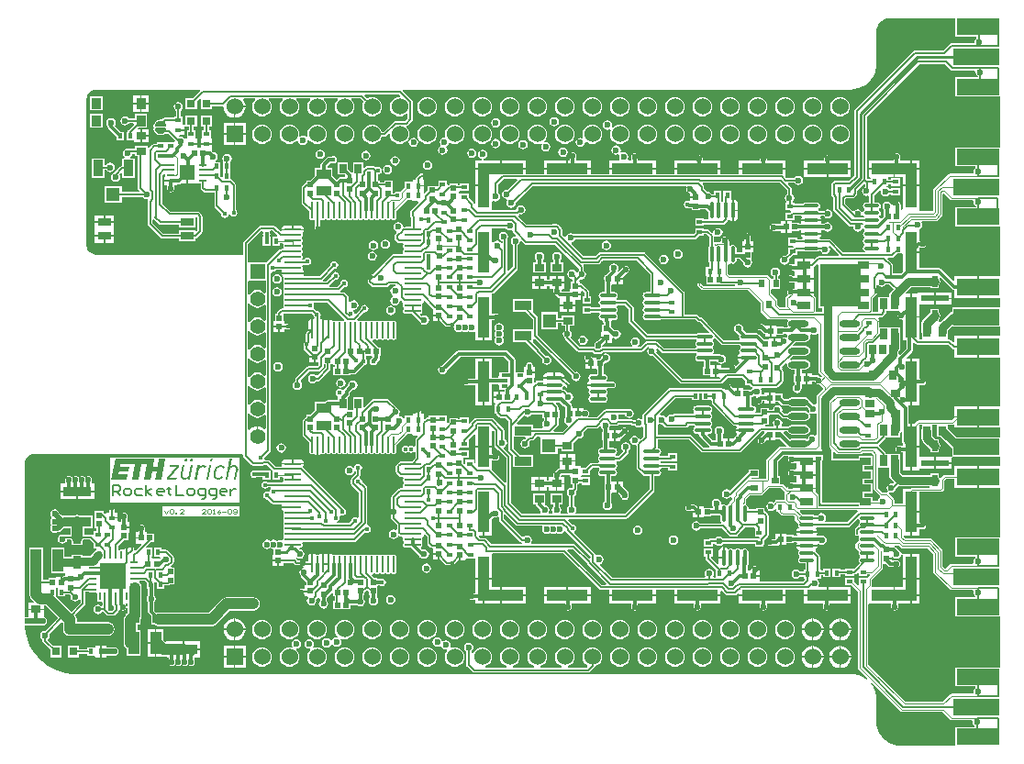
<source format=gbr>
G04 Layer_Physical_Order=1*
G04 Layer_Color=255*
%FSLAX26Y26*%
%MOIN*%
%TF.FileFunction,Copper,L1,Top,Signal*%
%TF.Part,Single*%
G01*
G75*
%TA.AperFunction,SMDPad,CuDef*%
%ADD10R,0.161417X0.039370*%
%ADD11R,0.039370X0.161417*%
%ADD12R,0.149606X0.039370*%
%ADD13R,0.039370X0.149606*%
%ADD14R,0.031496X0.031496*%
%ADD15R,0.020472X0.020472*%
%ADD16R,0.017716X0.021654*%
%ADD17R,0.021654X0.017716*%
%ADD18R,0.020472X0.020472*%
%ADD19C,0.023622*%
%ADD20O,0.044291X0.008858*%
%ADD21O,0.043779X0.009842*%
%ADD22O,0.044764X0.007874*%
%ADD23O,0.043228X0.010827*%
%ADD24O,0.042598X0.011811*%
%ADD25O,0.029921X0.019685*%
%ADD26O,0.041850X0.012795*%
%ADD27O,0.040945X0.013780*%
%ADD28O,0.039882X0.014764*%
%ADD29O,0.038622X0.015748*%
%ADD30O,0.037126X0.016732*%
%ADD31O,0.035315X0.017716*%
%ADD32O,0.034055X0.018307*%
%ADD33O,0.033071X0.018701*%
%ADD34O,0.031496X0.019291*%
%ADD35O,0.024803X0.020472*%
%ADD36O,0.027953X0.020079*%
%ADD37C,0.020669*%
%ADD38R,0.035433X0.027559*%
%ADD39R,0.051181X0.051181*%
%ADD40R,0.035433X0.062992*%
%ADD41R,0.035433X0.039370*%
%ADD42R,0.015748X0.018898*%
%ADD43R,0.027559X0.035433*%
%ADD44R,0.053150X0.037402*%
%ADD45O,0.015709X0.059055*%
%ADD46O,0.059055X0.015709*%
%ADD47R,0.030000X0.039370*%
%ADD48R,0.025591X0.035433*%
%ADD49R,0.102362X0.037402*%
%ADD50O,0.061024X0.009842*%
%ADD51O,0.009842X0.061024*%
%ADD52R,0.025591X0.019685*%
%ADD53R,0.050000X0.025984*%
%ADD54R,0.040157X0.025984*%
%ADD55R,0.051181X0.051181*%
%ADD56R,0.062992X0.035433*%
%ADD57O,0.074803X0.023622*%
%ADD58R,0.030000X0.045000*%
%ADD59R,0.045000X0.030000*%
%ADD60O,0.055118X0.013780*%
%ADD61R,0.053543X0.057480*%
%ADD62R,0.029528X0.009842*%
%ADD63O,0.031496X0.009842*%
%ADD64O,0.009842X0.031496*%
%ADD65R,0.096457X0.096457*%
%ADD66R,0.031496X0.031496*%
%ADD67O,0.059055X0.015748*%
%ADD68R,0.038583X0.081890*%
%ADD69R,0.019685X0.025591*%
%ADD70R,0.035433X0.025591*%
%ADD71R,0.050000X0.029921*%
%ADD72R,0.023622X0.013780*%
%ADD73R,0.155512X0.059055*%
%ADD74R,0.167323X0.059055*%
%ADD75R,0.019685X0.039370*%
%ADD76R,0.102362X0.023622*%
%TA.AperFunction,Conductor*%
%ADD77C,0.007874*%
%ADD78C,0.039370*%
%ADD79C,0.013780*%
%ADD80C,0.019685*%
%ADD81C,0.029528*%
%ADD82C,0.005905*%
%ADD83C,0.009842*%
%ADD84C,0.010000*%
%ADD85C,0.004921*%
%ADD86C,0.011811*%
%ADD87C,0.025591*%
%TA.AperFunction,NonConductor*%
%ADD88C,0.004724*%
%ADD89C,0.007874*%
%TA.AperFunction,Conductor*%
%ADD90R,0.150000X0.153937*%
%TA.AperFunction,ComponentPad*%
%ADD91C,0.055118*%
%ADD92R,0.055118X0.055118*%
%ADD93C,0.060000*%
%ADD94R,0.060000X0.060000*%
%TA.AperFunction,ViaPad*%
%ADD95C,0.023622*%
%ADD96C,0.017716*%
G36*
X5895483Y4248948D02*
X5897001Y4247870D01*
Y4111220D01*
X5897574Y4108340D01*
X5899206Y4105898D01*
X5910162Y4094942D01*
X5907146Y4091435D01*
X5902089Y4091320D01*
X5898279Y4095130D01*
X5894372Y4097740D01*
X5889764Y4098657D01*
X5889763Y4098657D01*
X5874567D01*
Y4106850D01*
X5857283D01*
Y4086615D01*
Y4066378D01*
X5874567D01*
Y4074572D01*
X5884775D01*
X5889123Y4070225D01*
X5893029Y4067615D01*
X5897638Y4066698D01*
X5898804Y4066930D01*
X5913733Y4052001D01*
Y4049744D01*
X5891636Y4027647D01*
X5890005Y4025205D01*
X5889432Y4022325D01*
Y3994829D01*
X5884470Y3992131D01*
X5877941Y3993430D01*
X5877933Y3993428D01*
X5865492Y4005869D01*
X5865181Y4007437D01*
X5861482Y4012971D01*
X5855948Y4016669D01*
X5849419Y4017968D01*
X5798238D01*
X5791709Y4016669D01*
X5786175Y4012971D01*
X5786161Y4012950D01*
X5773502D01*
X5766151Y4020301D01*
Y4031617D01*
X5739734D01*
Y4036695D01*
X5722451D01*
Y4016459D01*
Y3996223D01*
X5739734D01*
Y4001302D01*
X5751089D01*
X5759998Y3992393D01*
X5759998Y3992393D01*
X5763905Y3989782D01*
X5768514Y3988865D01*
X5768514Y3988866D01*
X5786161D01*
X5786175Y3988845D01*
X5791709Y3985146D01*
X5798238Y3983848D01*
X5849419D01*
X5852783Y3984517D01*
X5860889Y3976411D01*
X5860881Y3976370D01*
X5862180Y3969841D01*
X5863776Y3967452D01*
X5860171Y3963848D01*
X5855948Y3966669D01*
X5849419Y3967968D01*
X5798238D01*
X5791709Y3966669D01*
X5786175Y3962971D01*
X5784149Y3959940D01*
X5773306D01*
X5764380Y3968865D01*
X5765092Y3972441D01*
X5763793Y3978970D01*
X5760095Y3984504D01*
X5754560Y3988202D01*
X5748032Y3989501D01*
X5741503Y3988202D01*
X5735968Y3984504D01*
X5732270Y3978970D01*
X5731202Y3973599D01*
X5715945D01*
Y3979724D01*
X5685630D01*
Y3962182D01*
X5684645Y3961197D01*
X5667280D01*
X5665721Y3966169D01*
X5668549Y3970401D01*
X5669542Y3975394D01*
X5668549Y3980386D01*
X5665721Y3984619D01*
X5661489Y3987446D01*
X5656496Y3988439D01*
X5651816D01*
Y4015052D01*
X5653543Y4019454D01*
X5658152Y4020370D01*
X5662059Y4022981D01*
X5664294Y4025216D01*
X5666700Y4023609D01*
X5668985Y4023154D01*
X5669344Y4022818D01*
X5671148Y4017626D01*
X5669977Y4015873D01*
X5669060Y4011265D01*
X5669060Y4011264D01*
Y4005905D01*
X5669977Y4001297D01*
X5672587Y3997390D01*
X5676494Y3994780D01*
X5681102Y3993863D01*
X5685711Y3994780D01*
X5689618Y3997390D01*
X5692228Y4001297D01*
X5692849Y4004417D01*
X5699262D01*
Y3996223D01*
X5716545D01*
Y4016459D01*
Y4036695D01*
X5699262D01*
Y4028501D01*
X5692103D01*
X5689683Y4031875D01*
X5689121Y4033502D01*
X5690288Y4039370D01*
X5688990Y4045899D01*
X5686944Y4048960D01*
X5689617Y4053960D01*
X5744095D01*
X5747551Y4054648D01*
X5750481Y4056606D01*
X5766229Y4072354D01*
X5768187Y4075284D01*
X5768874Y4078740D01*
Y4114173D01*
X5768187Y4117630D01*
X5766229Y4120560D01*
X5764380Y4122408D01*
X5765092Y4125984D01*
X5764380Y4129560D01*
X5778206Y4143386D01*
X5782814Y4140923D01*
X5782153Y4137598D01*
X5783451Y4131070D01*
X5787149Y4125535D01*
X5792684Y4121837D01*
X5799213Y4120538D01*
X5810792D01*
Y4101772D01*
X5807677D01*
Y4071457D01*
X5810792D01*
Y4065889D01*
X5806834Y4063244D01*
X5803136Y4057710D01*
X5801837Y4051181D01*
X5803136Y4044653D01*
X5806834Y4039118D01*
X5812369Y4035420D01*
X5818898Y4034121D01*
X5825426Y4035420D01*
X5830961Y4039118D01*
X5834659Y4044653D01*
X5835958Y4051181D01*
X5834877Y4056614D01*
Y4066378D01*
X5851378D01*
Y4086615D01*
Y4106850D01*
X5834877D01*
Y4120538D01*
X5850394D01*
X5856922Y4121837D01*
X5862457Y4125535D01*
X5866155Y4131070D01*
X5867454Y4137598D01*
X5866155Y4144127D01*
X5862457Y4149662D01*
X5856922Y4153360D01*
X5850394Y4154658D01*
X5799213D01*
X5795888Y4153997D01*
X5793425Y4158605D01*
X5805358Y4170538D01*
X5850394D01*
X5856922Y4171837D01*
X5862457Y4175535D01*
X5866155Y4181070D01*
X5867454Y4187598D01*
X5866155Y4194127D01*
X5862457Y4199662D01*
X5856922Y4203360D01*
X5850394Y4204658D01*
X5806347D01*
X5804434Y4209278D01*
X5815694Y4220538D01*
X5850394D01*
X5856922Y4221837D01*
X5862457Y4225535D01*
X5866155Y4231070D01*
X5867454Y4237598D01*
X5866155Y4244127D01*
X5869628Y4247929D01*
X5872163Y4248513D01*
X5874377Y4247034D01*
X5880905Y4245735D01*
X5887434Y4247034D01*
X5892001Y4250085D01*
X5895483Y4248948D01*
D02*
G37*
G36*
X3829896Y4259998D02*
X3835102Y4253213D01*
X3841887Y4248007D01*
X3849789Y4244734D01*
X3858268Y4243617D01*
X3866747Y4244734D01*
X3874648Y4248007D01*
X3881433Y4253213D01*
X3883606Y4256045D01*
X3888606Y4254347D01*
Y4198408D01*
X3883606Y4196711D01*
X3881433Y4199543D01*
X3874648Y4204749D01*
X3866747Y4208022D01*
X3858268Y4209139D01*
X3849789Y4208022D01*
X3841887Y4204749D01*
X3835102Y4199543D01*
X3829896Y4192758D01*
X3829779Y4192476D01*
X3824779Y4193471D01*
Y4259285D01*
X3829779Y4260280D01*
X3829896Y4259998D01*
D02*
G37*
G36*
X5891613Y4503125D02*
X5895654Y4500810D01*
Y4348232D01*
X5897215Y4344465D01*
X5900981Y4342905D01*
X5908455D01*
Y4327910D01*
X5890186D01*
X5886463Y4332677D01*
Y4378445D01*
X5885891Y4381325D01*
X5884259Y4383767D01*
X5878698Y4389328D01*
Y4397575D01*
X5843698D01*
Y4403481D01*
X5878698D01*
Y4423520D01*
X5878698D01*
Y4426880D01*
X5878698D01*
Y4446919D01*
X5843698D01*
Y4452825D01*
X5878698D01*
Y4472864D01*
X5878698D01*
Y4476224D01*
X5878698D01*
Y4491557D01*
X5880602Y4492829D01*
X5891035Y4503262D01*
X5891613Y4503125D01*
D02*
G37*
G36*
X3829896Y4359998D02*
X3835102Y4353213D01*
X3841887Y4348007D01*
X3849789Y4344734D01*
X3858268Y4343617D01*
X3866747Y4344734D01*
X3874648Y4348007D01*
X3881433Y4353213D01*
X3883606Y4356045D01*
X3888606Y4354347D01*
Y4298408D01*
X3883606Y4296711D01*
X3881433Y4299543D01*
X3874648Y4304749D01*
X3866747Y4308022D01*
X3858268Y4309139D01*
X3849789Y4308022D01*
X3841887Y4304749D01*
X3835102Y4299543D01*
X3829896Y4292758D01*
X3829779Y4292476D01*
X3824779Y4293471D01*
Y4359285D01*
X3829779Y4360280D01*
X3829896Y4359998D01*
D02*
G37*
G36*
X6153468Y4333231D02*
X6153625Y4333231D01*
X6158468Y4333231D01*
X6191020D01*
X6193091Y4328231D01*
X6188335Y4323476D01*
X6185725Y4319569D01*
X6184808Y4314961D01*
X6185725Y4310352D01*
X6188335Y4306445D01*
X6192242Y4303835D01*
X6196850Y4302918D01*
X6197598Y4303067D01*
X6202599Y4299041D01*
Y4226221D01*
X6215995D01*
Y4197593D01*
X6192394Y4173991D01*
X6187394Y4176062D01*
Y4184600D01*
X6187739Y4184945D01*
X6192090Y4191456D01*
X6193617Y4199137D01*
Y4248468D01*
X6193468Y4249219D01*
Y4273074D01*
X6158468D01*
X6153625Y4273074D01*
Y4273074D01*
X6153468D01*
Y4273074D01*
X6117763D01*
Y4287749D01*
X6125984D01*
X6128864Y4288322D01*
X6131306Y4289954D01*
X6132938Y4292395D01*
X6133511Y4295276D01*
X6132938Y4298156D01*
X6131306Y4300598D01*
X6128864Y4302229D01*
X6125984Y4302802D01*
X6114998D01*
X6113409Y4304866D01*
X6115869Y4309866D01*
X6125103D01*
X6128559Y4310553D01*
X6131489Y4312511D01*
X6140309Y4321331D01*
X6142267Y4324261D01*
X6142954Y4327717D01*
Y4333232D01*
X6153468D01*
Y4333231D01*
D02*
G37*
G36*
X3829896Y4159998D02*
X3835102Y4153213D01*
X3841887Y4148007D01*
X3849789Y4144734D01*
X3858268Y4143617D01*
X3866747Y4144734D01*
X3874648Y4148007D01*
X3881433Y4153213D01*
X3883606Y4156045D01*
X3888606Y4154347D01*
Y4098408D01*
X3883606Y4096711D01*
X3881433Y4099543D01*
X3874648Y4104749D01*
X3866747Y4108022D01*
X3858268Y4109139D01*
X3849789Y4108022D01*
X3841887Y4104749D01*
X3835102Y4099543D01*
X3829896Y4092758D01*
X3829779Y4092476D01*
X3824779Y4093471D01*
Y4159285D01*
X3829779Y4160280D01*
X3829896Y4159998D01*
D02*
G37*
G36*
X5472441Y4007874D02*
X5500000D01*
Y4007874D01*
X5503685D01*
X5508685Y4007265D01*
Y3998032D01*
X5509372Y3994575D01*
X5511330Y3991645D01*
X5585149Y3917826D01*
X5588079Y3915868D01*
X5591535Y3915181D01*
X5597201D01*
X5597723Y3914562D01*
X5599416Y3910181D01*
X5596352Y3905596D01*
X5595552Y3901575D01*
X5634842D01*
Y3895669D01*
X5595552D01*
X5596352Y3891648D01*
X5600302Y3885736D01*
X5600717Y3881527D01*
X5597784Y3878594D01*
X5596207Y3876234D01*
X5593847Y3874657D01*
X5593847Y3874657D01*
X5589820Y3870630D01*
X5573819D01*
Y3850393D01*
X5567914D01*
Y3870630D01*
X5550630D01*
X5548460Y3874731D01*
Y3884576D01*
X5548481Y3884590D01*
X5552179Y3890125D01*
X5553477Y3896653D01*
X5552179Y3903182D01*
X5548481Y3908717D01*
X5542946Y3912415D01*
X5536417Y3913714D01*
X5529889Y3912415D01*
X5524354Y3908717D01*
X5520656Y3903182D01*
X5519357Y3896653D01*
X5520656Y3890125D01*
X5524354Y3884590D01*
X5524375Y3884576D01*
Y3865551D01*
X5524213D01*
Y3862436D01*
X5512862D01*
X5494342Y3880957D01*
X5496255Y3885576D01*
X5497047D01*
X5502040Y3886569D01*
X5506272Y3889397D01*
X5509100Y3893630D01*
X5510093Y3898622D01*
X5509100Y3903614D01*
X5506272Y3907847D01*
X5505428Y3908411D01*
Y3914424D01*
X5506272Y3914988D01*
X5509100Y3919220D01*
X5510093Y3924213D01*
X5509100Y3929205D01*
X5506272Y3933437D01*
X5505428Y3934001D01*
Y3940015D01*
X5506272Y3940578D01*
X5509100Y3944811D01*
X5510093Y3949803D01*
X5509100Y3954796D01*
X5506272Y3959028D01*
X5505428Y3959592D01*
Y3965605D01*
X5506272Y3966169D01*
X5509100Y3970401D01*
X5510093Y3975394D01*
X5509100Y3980386D01*
X5506272Y3984619D01*
X5502040Y3987446D01*
X5497047Y3988439D01*
X5453740D01*
X5448748Y3987446D01*
X5444515Y3984619D01*
X5441687Y3980386D01*
X5440694Y3975394D01*
X5441687Y3970401D01*
X5444515Y3966169D01*
X5442403Y3961567D01*
X5440378Y3959546D01*
X5371774D01*
X5368318Y3958859D01*
X5365931Y3957264D01*
X5362205Y3958005D01*
X5355676Y3956706D01*
X5350141Y3953008D01*
X5346443Y3947474D01*
X5346319Y3946847D01*
X5341011Y3945791D01*
X5338824Y3949063D01*
X5333289Y3952762D01*
X5326761Y3954060D01*
X5323686Y3953448D01*
X5321223Y3958057D01*
X5377757Y4014590D01*
X5437008D01*
Y4007874D01*
X5464567D01*
Y4034275D01*
X5472441D01*
Y4007874D01*
D02*
G37*
G36*
X6554887Y4241496D02*
X6480315D01*
Y4201968D01*
Y4162441D01*
X6554887D01*
Y3987165D01*
X6480315D01*
Y3947638D01*
Y3908110D01*
X6554887D01*
Y3873032D01*
X6399447D01*
X6365157Y3907321D01*
Y3919639D01*
X6382874D01*
X6384606Y3919983D01*
X6388269Y3917966D01*
X6389606Y3916772D01*
Y3908110D01*
X6474410D01*
Y3944685D01*
X6389606D01*
Y3944542D01*
X6379757Y3934692D01*
X6259842D01*
X6256962Y3934119D01*
X6254520Y3932487D01*
X6245419Y3923386D01*
X6235236D01*
Y3841535D01*
X6261968D01*
Y3918647D01*
X6262960Y3919639D01*
X6272638D01*
Y3904525D01*
X6271268Y3897638D01*
Y3870079D01*
X6272796Y3862398D01*
X6277146Y3855887D01*
X6304134Y3828899D01*
Y3817913D01*
X6333661D01*
Y3829183D01*
X6337441Y3834839D01*
X6338968Y3842520D01*
X6337441Y3850200D01*
X6333661Y3855856D01*
Y3867126D01*
X6322676D01*
X6311409Y3878392D01*
Y3897638D01*
X6310039Y3904525D01*
Y3919639D01*
X6327756D01*
Y3904525D01*
X6326386Y3897638D01*
X6327756Y3890750D01*
Y3875000D01*
X6340710D01*
X6382874Y3832836D01*
Y3805181D01*
X6381256Y3802957D01*
X6379032Y3801339D01*
X6321850D01*
Y3782480D01*
X6380079D01*
Y3800292D01*
X6381697Y3802516D01*
X6383921Y3804134D01*
X6554887D01*
Y3769055D01*
X6480315D01*
Y3729528D01*
Y3690000D01*
X6554887D01*
Y3509646D01*
X6394685D01*
Y3440748D01*
X6467346D01*
Y3435349D01*
X6464315Y3433323D01*
X6460617Y3427788D01*
X6459318Y3421260D01*
X6459763Y3419023D01*
X6455659Y3414023D01*
X6378937D01*
X6376057Y3413450D01*
X6373615Y3411818D01*
X6359087Y3397290D01*
X6355620D01*
X6348078Y3404832D01*
Y3460770D01*
X6347505Y3463650D01*
X6345873Y3466092D01*
X6308611Y3503354D01*
X6306170Y3504985D01*
X6303289Y3505558D01*
X6211656D01*
X6204655Y3512559D01*
X6205047Y3517559D01*
X6229331D01*
Y3602363D01*
X6232283D01*
Y3605315D01*
X6261968D01*
Y3674560D01*
X6340551D01*
X6343431Y3675133D01*
X6345873Y3676765D01*
X6351779Y3682670D01*
X6353410Y3685112D01*
X6353983Y3687992D01*
Y3716371D01*
X6359614Y3722001D01*
X6389606D01*
Y3690000D01*
X6474410D01*
Y3729528D01*
Y3769055D01*
X6389606D01*
Y3737054D01*
X6356496D01*
X6353616Y3736481D01*
X6351174Y3734850D01*
X6342013Y3725688D01*
X6341625Y3725563D01*
X6338293Y3725619D01*
X6336082Y3726249D01*
X6333661Y3729872D01*
Y3741142D01*
X6304134D01*
Y3736606D01*
X6201227D01*
X6192643Y3745191D01*
Y3788543D01*
X6192493Y3789294D01*
Y3813149D01*
X6157493D01*
X6152651Y3813149D01*
Y3813149D01*
X6152493Y3813149D01*
Y3813149D01*
X6141385D01*
X6140916Y3815503D01*
X6138958Y3818433D01*
X6116927Y3840465D01*
X6117439Y3846468D01*
X6117587Y3846667D01*
X6117617Y3846687D01*
X6138958Y3868029D01*
X6140916Y3870959D01*
X6141383Y3873306D01*
X6152493D01*
X6152493Y3873306D01*
X6152651D01*
Y3873306D01*
X6157493Y3873306D01*
X6192493D01*
Y3889520D01*
X6195556Y3894104D01*
X6200556Y3892587D01*
Y3858268D01*
X6200556Y3858268D01*
X6201473Y3853659D01*
X6202599Y3851974D01*
Y3842751D01*
X6188976D01*
X6184368Y3841834D01*
X6180461Y3839224D01*
X6177851Y3835317D01*
X6176934Y3830709D01*
X6177851Y3826100D01*
X6180461Y3822193D01*
X6184368Y3819583D01*
X6188976Y3818666D01*
X6202599D01*
Y3753780D01*
X6229331D01*
Y3838582D01*
Y3923386D01*
X6224641D01*
Y3980052D01*
X6223724Y3984660D01*
X6223497Y3985000D01*
X6224794Y3988513D01*
X6226170Y3990000D01*
X6229331D01*
Y4074803D01*
Y4159606D01*
X6218603D01*
X6216689Y4164226D01*
X6236553Y4184089D01*
X6239163Y4187996D01*
X6240080Y4192605D01*
X6240080Y4192605D01*
Y4216992D01*
X6244699Y4218906D01*
X6250503Y4213102D01*
X6253434Y4211144D01*
X6256890Y4210456D01*
X6367322D01*
X6382196Y4195582D01*
X6385126Y4193624D01*
X6388583Y4192937D01*
X6389606D01*
Y4162441D01*
X6474410D01*
Y4201968D01*
Y4241496D01*
X6389606D01*
Y4220250D01*
X6384987Y4218337D01*
X6377449Y4225875D01*
X6374519Y4227833D01*
X6371063Y4228520D01*
X6365767D01*
X6365158Y4233268D01*
X6365158D01*
Y4249018D01*
X6366528Y4255905D01*
Y4263340D01*
X6378287Y4275099D01*
X6382874Y4276574D01*
Y4276575D01*
X6382874Y4276575D01*
X6554887D01*
Y4241496D01*
D02*
G37*
G36*
X5544259Y4211133D02*
X5547189Y4209175D01*
X5550645Y4208488D01*
X5609078D01*
X5611838Y4204358D01*
X5612682Y4203794D01*
Y4197781D01*
X5611838Y4197217D01*
X5609010Y4192984D01*
X5608017Y4187992D01*
X5609010Y4183000D01*
X5611838Y4178767D01*
Y4177734D01*
X5608176Y4175288D01*
X5604226Y4169376D01*
X5603426Y4165354D01*
X5642717D01*
Y4159449D01*
X5603426D01*
X5604226Y4155427D01*
X5608176Y4149515D01*
X5608591Y4145307D01*
X5597438Y4134153D01*
X5591192Y4134500D01*
X5587286Y4137110D01*
X5582677Y4138027D01*
X5578069Y4137110D01*
X5574162Y4134500D01*
X5571551Y4130593D01*
X5570681Y4126216D01*
X5543858D01*
Y4134409D01*
X5526575D01*
Y4114173D01*
Y4093937D01*
X5537594D01*
X5539381Y4089623D01*
X5536266Y4085803D01*
X5403714D01*
X5307871Y4181647D01*
X5308582Y4185223D01*
X5307283Y4191751D01*
X5305660Y4194181D01*
X5309544Y4197368D01*
X5325306Y4181606D01*
X5328237Y4179648D01*
X5331693Y4178960D01*
X5452260D01*
X5452389Y4178767D01*
X5453233Y4178203D01*
Y4172190D01*
X5452389Y4171626D01*
X5449561Y4167394D01*
X5448568Y4162401D01*
X5449561Y4157409D01*
X5452389Y4153177D01*
X5456622Y4150349D01*
X5461614Y4149356D01*
X5479283D01*
X5480084Y4148555D01*
Y4129331D01*
X5476968D01*
Y4099016D01*
X5503386D01*
Y4093937D01*
X5520669D01*
Y4114173D01*
Y4134409D01*
X5504168D01*
Y4149356D01*
X5504921D01*
X5509914Y4150349D01*
X5509929Y4150359D01*
X5527942D01*
X5531244Y4145417D01*
X5536779Y4141719D01*
X5543307Y4140420D01*
X5549836Y4141719D01*
X5555370Y4145417D01*
X5559069Y4150952D01*
X5560367Y4157480D01*
X5559069Y4164009D01*
X5555370Y4169544D01*
X5549836Y4173242D01*
X5543307Y4174540D01*
X5540604Y4174003D01*
X5538386Y4174444D01*
X5538385Y4174444D01*
X5516676D01*
X5515368Y4176678D01*
X5514598Y4179444D01*
X5516974Y4183000D01*
X5517967Y4187992D01*
X5516974Y4192984D01*
X5514146Y4197217D01*
X5513302Y4197781D01*
Y4203794D01*
X5514146Y4204358D01*
X5516974Y4208590D01*
X5517967Y4213583D01*
X5516974Y4218575D01*
X5514146Y4222807D01*
X5513302Y4223371D01*
Y4229385D01*
X5514146Y4229948D01*
X5515839Y4232482D01*
X5521606Y4233787D01*
X5544259Y4211133D01*
D02*
G37*
G36*
X3931426Y4606982D02*
X3929513Y4602363D01*
X3913386D01*
Y4570867D01*
X3940945D01*
Y4579088D01*
X3950834D01*
X3953244Y4574088D01*
X3952343Y4572738D01*
X3951579Y4568898D01*
X3952343Y4565058D01*
X3953554Y4563245D01*
X3951683Y4558630D01*
X3951339Y4558245D01*
X3945418D01*
X3941962Y4557557D01*
X3939032Y4555600D01*
X3894698Y4511266D01*
X3890748Y4508859D01*
Y4508858D01*
X3890748Y4508858D01*
X3825787D01*
X3824779Y4513441D01*
Y4575786D01*
X3873017Y4624024D01*
X3877566Y4623588D01*
X3879804Y4619155D01*
X3878752Y4617581D01*
X3877683Y4612205D01*
X3878646Y4607363D01*
X3877953Y4602363D01*
X3877953D01*
Y4570867D01*
X3905512D01*
Y4602363D01*
X3905512Y4602363D01*
X3904818Y4607363D01*
X3905782Y4612205D01*
X3904712Y4617581D01*
X3903212Y4619827D01*
X3905885Y4624827D01*
X3913582D01*
X3931426Y4606982D01*
D02*
G37*
G36*
X4763518Y4629660D02*
X4769052Y4625962D01*
X4775581Y4624663D01*
X4782109Y4625962D01*
X4782809Y4626429D01*
X4787218Y4624072D01*
Y4621073D01*
X4787906Y4617616D01*
X4789864Y4614686D01*
X4796018Y4608532D01*
X4795771Y4606917D01*
X4794049Y4603430D01*
X4788747Y4602376D01*
X4783212Y4598677D01*
X4779514Y4593143D01*
X4778216Y4586614D01*
X4779514Y4580086D01*
X4783212Y4574551D01*
X4786244Y4572525D01*
Y4493520D01*
X4771516Y4478792D01*
X4766896Y4480705D01*
Y4594586D01*
X4767730Y4595834D01*
X4769029Y4602362D01*
X4767730Y4608891D01*
X4764032Y4614426D01*
X4758497Y4618124D01*
X4751968Y4619422D01*
X4745440Y4618124D01*
X4739905Y4614426D01*
X4736207Y4608891D01*
X4734908Y4602362D01*
X4736207Y4595834D01*
X4739905Y4590299D01*
X4745440Y4586601D01*
X4748833Y4585926D01*
Y4580961D01*
X4748026Y4580406D01*
X4741233Y4581697D01*
X4740410Y4582929D01*
X4734875Y4586628D01*
X4728346Y4587926D01*
X4721818Y4586628D01*
X4716283Y4582929D01*
X4715787Y4582187D01*
X4710787Y4583704D01*
Y4632047D01*
X4715521Y4632691D01*
X4761492D01*
X4763518Y4629660D01*
D02*
G37*
G36*
X6376488Y5209165D02*
X6379418Y5207207D01*
X6382874Y5206519D01*
X6464391D01*
X6467563Y5202654D01*
X6467192Y5200787D01*
X6468490Y5194259D01*
X6472189Y5188724D01*
X6475220Y5186699D01*
Y5181299D01*
X6394685D01*
Y5112401D01*
X6554887D01*
Y4926968D01*
X6394685D01*
Y4858071D01*
X6467346D01*
Y4852672D01*
X6464315Y4850646D01*
X6460617Y4845111D01*
X6459318Y4838583D01*
X6459763Y4836346D01*
X6455659Y4831345D01*
X6372892D01*
X6370011Y4830773D01*
X6367570Y4829141D01*
X6315544Y4777115D01*
X6313913Y4774674D01*
X6313340Y4771793D01*
Y4696171D01*
X6311703Y4694534D01*
X6264076D01*
X6261969Y4698661D01*
X6261968Y4699535D01*
Y4786417D01*
X6232284D01*
X6202599D01*
Y4702301D01*
X6201948Y4701655D01*
X6196845Y4699891D01*
X6195113Y4700913D01*
Y4718503D01*
X6195113Y4718504D01*
X6194197Y4723112D01*
X6191586Y4727019D01*
X6191586Y4727019D01*
X6185681Y4732925D01*
X6181774Y4735535D01*
X6177165Y4736452D01*
X6172557Y4735535D01*
X6168650Y4732925D01*
X6166040Y4729018D01*
X6165123Y4724409D01*
X6165829Y4720859D01*
X6161431Y4719127D01*
X6157733Y4724662D01*
X6152198Y4728360D01*
X6145669Y4729658D01*
X6139141Y4728360D01*
X6133606Y4724662D01*
X6129908Y4719127D01*
X6128609Y4712598D01*
X6129908Y4706070D01*
X6133606Y4700535D01*
X6133627Y4700521D01*
Y4679134D01*
X6133627Y4679134D01*
X6134432Y4675085D01*
X6127103Y4667756D01*
X6121515Y4669239D01*
X6119736Y4671901D01*
X6117488Y4673403D01*
X6117410Y4673612D01*
Y4678750D01*
X6117488Y4678959D01*
X6119736Y4680461D01*
X6122346Y4684368D01*
X6123263Y4688976D01*
X6122346Y4693585D01*
X6119736Y4697492D01*
X6117488Y4698994D01*
X6117410Y4699202D01*
Y4704341D01*
X6117488Y4704550D01*
X6119736Y4706052D01*
X6122346Y4709958D01*
X6123263Y4714567D01*
X6122346Y4719175D01*
X6119736Y4723082D01*
X6115829Y4725693D01*
X6111220Y4726609D01*
X6099583D01*
Y4752164D01*
X6118708Y4771289D01*
X6123316Y4768826D01*
X6122704Y4765748D01*
X6124002Y4759220D01*
X6127701Y4753685D01*
X6133235Y4749987D01*
X6139764Y4748688D01*
X6146292Y4749987D01*
X6151827Y4753685D01*
X6153853Y4756716D01*
X6161417D01*
Y4751969D01*
X6192913D01*
Y4779528D01*
X6161417D01*
Y4774780D01*
X6153853D01*
X6151827Y4777811D01*
X6146292Y4781510D01*
X6141808Y4782402D01*
X6142301Y4787402D01*
X6149606D01*
Y4792149D01*
X6161417D01*
Y4787402D01*
X6192913D01*
Y4814961D01*
X6161417D01*
Y4810213D01*
X6153142D01*
X6149606Y4813748D01*
X6149606Y4818898D01*
X6153856Y4820709D01*
X6168307D01*
Y4847441D01*
X6080551D01*
Y4820709D01*
X6082364D01*
X6084449Y4819820D01*
X6085189Y4814292D01*
X6083078Y4812181D01*
X6072883D01*
X6072103Y4812961D01*
Y5039731D01*
X6261572Y5229200D01*
X6356452D01*
X6376488Y5209165D01*
D02*
G37*
G36*
X6065771Y4792077D02*
Y4783763D01*
X6064337Y4783478D01*
X6058803Y4779780D01*
X6055105Y4774245D01*
X6053806Y4767717D01*
X6055105Y4761188D01*
X6058803Y4755653D01*
X6064337Y4751955D01*
X6070866Y4750656D01*
X6076519Y4751781D01*
X6081519Y4749155D01*
Y4726609D01*
X6069882D01*
X6065273Y4725693D01*
X6061367Y4723082D01*
X6058756Y4719175D01*
X6057839Y4714567D01*
X6058756Y4709958D01*
X6061367Y4706052D01*
X6063615Y4704550D01*
X6063692Y4704341D01*
Y4699202D01*
X6063615Y4698994D01*
X6061367Y4697492D01*
X6059277Y4694364D01*
X6055869Y4693667D01*
X6053687Y4693730D01*
X6051433Y4697103D01*
X6045899Y4700801D01*
X6039370Y4702100D01*
X6032842Y4700801D01*
X6027307Y4697103D01*
X6026441Y4695806D01*
X6021465Y4695316D01*
X5994268Y4722513D01*
Y4738385D01*
X5997836Y4741953D01*
X6021654D01*
X6025110Y4742640D01*
X6028040Y4744598D01*
X6034930Y4751488D01*
X6036888Y4754418D01*
X6037575Y4757874D01*
Y4770952D01*
X6060771Y4794148D01*
X6065771Y4792077D01*
D02*
G37*
G36*
X6198819Y4541339D02*
X6202599Y4538392D01*
Y4475534D01*
X6195799Y4468735D01*
X6167496D01*
Y4498032D01*
X6166809Y4501488D01*
X6164851Y4504418D01*
X6147487Y4521782D01*
X6149400Y4526401D01*
X6163386D01*
X6166842Y4527089D01*
X6169772Y4529047D01*
X6182064Y4541339D01*
X6198819D01*
D02*
G37*
G36*
X3888606Y4398408D02*
X3883606Y4396711D01*
X3881433Y4399543D01*
X3874648Y4404749D01*
X3866747Y4408022D01*
X3858268Y4409139D01*
X3849789Y4408022D01*
X3841887Y4404749D01*
X3835102Y4399543D01*
X3829896Y4392758D01*
X3829779Y4392476D01*
X3824779Y4393471D01*
Y4439315D01*
X3825787Y4443898D01*
X3888606D01*
Y4398408D01*
D02*
G37*
G36*
X6373615Y4737788D02*
X6376057Y4736157D01*
X6378937Y4735584D01*
X6455659D01*
X6459763Y4730584D01*
X6459318Y4728346D01*
X6460617Y4721818D01*
X6464315Y4716283D01*
X6468331Y4713600D01*
Y4708858D01*
X6394685D01*
Y4639961D01*
X6554887D01*
Y4459606D01*
X6480315D01*
Y4420079D01*
Y4380551D01*
X6554887D01*
Y4345472D01*
X6382874D01*
Y4330507D01*
X6378146Y4329567D01*
X6371635Y4325216D01*
X6338661Y4292243D01*
X6333661Y4294314D01*
Y4301624D01*
X6337441Y4307280D01*
X6338968Y4314961D01*
X6337441Y4322641D01*
X6333661Y4328297D01*
Y4339567D01*
X6304134D01*
Y4328581D01*
X6277146Y4301594D01*
X6272796Y4295083D01*
X6271268Y4287402D01*
Y4255905D01*
X6272638Y4249018D01*
Y4233520D01*
X6272638Y4233268D01*
X6272029Y4228520D01*
X6261968D01*
Y4308071D01*
X6232284D01*
Y4311024D01*
X6229331D01*
Y4395827D01*
X6214208D01*
X6212295Y4400446D01*
X6232723Y4420874D01*
X6304134D01*
Y4416339D01*
X6333661D01*
Y4427608D01*
X6337441Y4433264D01*
X6338968Y4440945D01*
X6337441Y4448626D01*
X6335718Y4451204D01*
X6339602Y4454391D01*
X6382429Y4411564D01*
X6382430Y4411563D01*
X6386336Y4408953D01*
X6389606Y4408302D01*
Y4380551D01*
X6474410D01*
Y4420079D01*
Y4459606D01*
X6389606D01*
Y4444981D01*
X6384987Y4443067D01*
X6343161Y4484893D01*
X6339254Y4487504D01*
X6334646Y4488421D01*
X6334645Y4488420D01*
X6261968D01*
Y4544291D01*
X6232284D01*
Y4550197D01*
X6261968D01*
Y4559899D01*
X6264831Y4562761D01*
X6275591D01*
X6280199Y4563677D01*
X6284106Y4566288D01*
X6286716Y4570195D01*
X6287633Y4574803D01*
X6286716Y4579412D01*
X6284106Y4583318D01*
X6280199Y4585929D01*
X6275591Y4586846D01*
X6261968D01*
Y4629815D01*
X6262434Y4629908D01*
X6267969Y4633606D01*
X6271667Y4639141D01*
X6272966Y4645669D01*
X6271667Y4652198D01*
X6269931Y4654796D01*
X6272603Y4659796D01*
X6322975D01*
X6325855Y4660369D01*
X6328297Y4662001D01*
X6345873Y4679578D01*
X6347505Y4682019D01*
X6348078Y4684900D01*
Y4756254D01*
X6353078Y4758325D01*
X6373615Y4737788D01*
D02*
G37*
G36*
X5499827Y4601574D02*
Y4569389D01*
X5499648Y4569270D01*
X5496824Y4565044D01*
X5495832Y4560059D01*
Y4516713D01*
X5496824Y4511728D01*
X5499648Y4507502D01*
X5499827Y4507382D01*
Y4492126D01*
X5488189D01*
Y4460630D01*
X5488189D01*
X5488779Y4460039D01*
Y4429724D01*
X5519094D01*
Y4429724D01*
X5520276D01*
Y4429724D01*
X5538263D01*
X5539851Y4428664D01*
X5543307Y4427976D01*
X5594529D01*
X5594587Y4427881D01*
X5591754Y4422881D01*
X5478511D01*
X5471109Y4430283D01*
Y4437992D01*
X5470536Y4440872D01*
X5468905Y4443314D01*
X5466463Y4444946D01*
X5463583Y4445519D01*
X5460702Y4444946D01*
X5458261Y4443314D01*
X5456629Y4440872D01*
X5456056Y4437992D01*
Y4427165D01*
X5456629Y4424285D01*
X5458261Y4421843D01*
X5470072Y4410032D01*
X5472513Y4408401D01*
X5475394Y4407828D01*
X5640583D01*
X5685387Y4363024D01*
Y4334646D01*
X5685960Y4331765D01*
X5687591Y4329324D01*
X5713182Y4303733D01*
X5715624Y4302101D01*
X5718504Y4301529D01*
X5782383D01*
X5785056Y4296529D01*
X5783451Y4294127D01*
X5782153Y4287598D01*
X5783451Y4281070D01*
X5785327Y4278263D01*
X5782654Y4273263D01*
X5771063D01*
Y4275000D01*
X5744646D01*
Y4280079D01*
X5727362D01*
Y4259843D01*
Y4239606D01*
X5744646D01*
Y4244685D01*
X5771063D01*
Y4249178D01*
X5781523D01*
X5783880Y4244768D01*
X5783451Y4244127D01*
X5782153Y4237599D01*
X5777577Y4234972D01*
X5775261Y4236519D01*
X5770652Y4237436D01*
X5766044Y4236519D01*
X5762137Y4233909D01*
X5762137Y4233909D01*
X5761341Y4233113D01*
X5756457Y4232835D01*
X5756457Y4232835D01*
X5739173D01*
Y4212598D01*
X5733268D01*
Y4232835D01*
X5715984D01*
Y4227756D01*
X5700692D01*
X5680759Y4247689D01*
X5676852Y4250299D01*
X5672244Y4251216D01*
X5672244Y4251216D01*
X5669378D01*
X5669363Y4251226D01*
X5664370Y4252219D01*
X5634890D01*
X5622701Y4264408D01*
X5623359Y4267717D01*
X5622061Y4274245D01*
X5618363Y4279780D01*
X5612828Y4283478D01*
X5606299Y4284777D01*
X5599771Y4283478D01*
X5594236Y4279780D01*
X5590538Y4274245D01*
X5589239Y4267717D01*
X5590538Y4261188D01*
X5594236Y4255653D01*
X5599771Y4251955D01*
X5601422Y4251627D01*
X5608989Y4244059D01*
X5608017Y4239173D01*
X5609010Y4234181D01*
X5610767Y4231551D01*
X5608651Y4226654D01*
X5608552Y4226551D01*
X5554386D01*
X5493627Y4287311D01*
X5493569Y4287600D01*
X5491612Y4290530D01*
X5475567Y4306574D01*
X5472637Y4308532D01*
X5469181Y4309220D01*
X5467470D01*
X5459279Y4317410D01*
X5456349Y4319368D01*
X5452893Y4320055D01*
X5410607D01*
Y4397638D01*
X5409919Y4401094D01*
X5407961Y4404024D01*
X5268197Y4543788D01*
X5265267Y4545746D01*
X5261811Y4546433D01*
X5104249D01*
X5100792Y4545746D01*
X5097862Y4543788D01*
X5086728Y4532654D01*
X5043111D01*
X4998928Y4576837D01*
X5000574Y4582262D01*
X5002592Y4582664D01*
X5008126Y4586362D01*
X5011824Y4591897D01*
X5012110Y4593330D01*
X5446850D01*
X5450307Y4594018D01*
X5453237Y4595976D01*
X5463560Y4606299D01*
X5480315D01*
Y4611047D01*
X5490354D01*
X5499827Y4601574D01*
D02*
G37*
G36*
X6168398Y4413318D02*
X6159354Y4404274D01*
X6155003Y4397763D01*
X6153476Y4390082D01*
Y4387441D01*
X6153468Y4382444D01*
X6113625D01*
Y4333232D01*
X6113907D01*
X6116579Y4328232D01*
X6116377Y4327929D01*
X6096393D01*
X6095361Y4328844D01*
X6094185Y4330762D01*
X6093404Y4332930D01*
X6093842Y4335135D01*
Y4378477D01*
X6111701Y4396336D01*
X6113145Y4396623D01*
X6116075Y4398581D01*
X6116075Y4398581D01*
X6116610Y4399117D01*
X6118568Y4402047D01*
X6119256Y4405503D01*
X6118568Y4408959D01*
X6116610Y4411889D01*
X6113680Y4413847D01*
X6113556Y4413872D01*
X6107457Y4419971D01*
Y4425619D01*
X6112457Y4427136D01*
X6113921Y4424945D01*
X6119456Y4421246D01*
X6125984Y4419948D01*
X6132513Y4421246D01*
X6138048Y4424945D01*
X6140073Y4427976D01*
X6153739D01*
X6168398Y4413318D01*
D02*
G37*
G36*
X3829896Y4059998D02*
X3835102Y4053213D01*
X3841887Y4048006D01*
X3849789Y4044734D01*
X3858268Y4043617D01*
X3866747Y4044734D01*
X3874648Y4048006D01*
X3881433Y4053213D01*
X3883606Y4056045D01*
X3888606Y4054347D01*
Y3998409D01*
X3883606Y3996711D01*
X3881433Y3999543D01*
X3874648Y4004749D01*
X3866747Y4008022D01*
X3858268Y4009139D01*
X3849789Y4008022D01*
X3841887Y4004749D01*
X3835102Y3999543D01*
X3829896Y3992758D01*
X3829779Y3992476D01*
X3824779Y3993471D01*
Y4059285D01*
X3829779Y4060280D01*
X3829896Y4059998D01*
D02*
G37*
G36*
X5908088Y3794579D02*
X5905089Y3793337D01*
X5903529Y3789570D01*
Y3635633D01*
X5905089Y3631867D01*
X5908855Y3630306D01*
X6041729D01*
Y3622903D01*
X5898179D01*
Y3660265D01*
X5897606Y3663145D01*
X5895975Y3665587D01*
X5886572Y3674990D01*
Y3684977D01*
X5851572D01*
Y3690882D01*
X5886572D01*
Y3710922D01*
X5886572D01*
Y3714282D01*
X5886572D01*
Y3734321D01*
X5851572D01*
Y3740226D01*
X5886572D01*
Y3760265D01*
X5886572D01*
Y3763625D01*
X5886572D01*
Y3783665D01*
X5851572D01*
Y3789570D01*
X5886572D01*
Y3802918D01*
X5908088D01*
Y3794579D01*
D02*
G37*
G36*
X6038617Y3605670D02*
X6039179Y3602850D01*
X6001190Y3564861D01*
X5922571D01*
X5921875Y3565731D01*
X5920356Y3569861D01*
X5923242Y3574180D01*
X5924540Y3580709D01*
X5923242Y3587237D01*
X5919543Y3592772D01*
X5914009Y3596470D01*
X5907480Y3597769D01*
X5900952Y3596470D01*
X5895417Y3592772D01*
X5893391Y3589740D01*
X5882742D01*
X5879608Y3591834D01*
X5875000Y3592751D01*
X5839153D01*
X5828673Y3603231D01*
X5830587Y3607850D01*
X6037312D01*
X6038617Y3605670D01*
D02*
G37*
G36*
X6192913Y3696465D02*
X6300598D01*
X6301212Y3695851D01*
X6300719Y3691047D01*
X6299091Y3689613D01*
X6236220D01*
X6233340Y3689040D01*
X6230898Y3687409D01*
X6230655Y3687165D01*
X6202599D01*
Y3634222D01*
X6171906D01*
Y3646644D01*
X6171333Y3649524D01*
X6169702Y3651966D01*
X6152734Y3668934D01*
X6153828Y3671106D01*
X6155682Y3673057D01*
X6161417Y3671916D01*
X6167946Y3673215D01*
X6173481Y3676913D01*
X6177179Y3682448D01*
X6178477Y3688976D01*
X6178419Y3689268D01*
X6186826Y3697675D01*
X6192913Y3696465D01*
D02*
G37*
G36*
X5962719Y3813598D02*
X5965161Y3811966D01*
X5968041Y3811393D01*
X6047708D01*
X6050589Y3811966D01*
X6053030Y3813598D01*
X6056929Y3817496D01*
X6089183D01*
X6096804Y3809874D01*
Y3686744D01*
X6097377Y3683864D01*
X6099009Y3681423D01*
X6119415Y3661017D01*
X6120863Y3660049D01*
X6121024Y3659577D01*
X6121217Y3656237D01*
X6120863Y3654493D01*
X6116874Y3651827D01*
X6113176Y3646292D01*
X6112341Y3642096D01*
X6091729D01*
Y3656499D01*
X6064182D01*
Y3670016D01*
X6091729D01*
Y3705843D01*
X6064182D01*
Y3719360D01*
X6091729D01*
Y3755187D01*
X6064182D01*
Y3768704D01*
X6091729D01*
Y3804531D01*
X6041729D01*
Y3794897D01*
X5948230D01*
Y3821016D01*
X5953230Y3823087D01*
X5962719Y3813598D01*
D02*
G37*
G36*
X4684055Y3517559D02*
X4710787D01*
Y3577656D01*
X4715577Y3582446D01*
X4724409D01*
X4729018Y3583363D01*
X4731047Y3584718D01*
X4736047Y3582331D01*
Y3573819D01*
X4736734Y3570363D01*
X4738692Y3567433D01*
X4812511Y3493614D01*
X4815441Y3491656D01*
X4818898Y3490968D01*
X4819496D01*
X4819831Y3490410D01*
X4816998Y3485410D01*
X4708547D01*
X4689539Y3504418D01*
X4686609Y3506376D01*
X4683153Y3507063D01*
X4667127D01*
X4662313Y3511877D01*
X4662177Y3512559D01*
X4664485Y3516540D01*
X4665533Y3517559D01*
X4678150D01*
Y3602362D01*
X4684055D01*
Y3517559D01*
D02*
G37*
G36*
X5055929Y3415550D02*
Y3415273D01*
X5056616Y3411816D01*
X5058574Y3408886D01*
X5126053Y3341407D01*
X5124140Y3336788D01*
X5109056D01*
X4983498Y3462346D01*
X4985569Y3467346D01*
X5004133D01*
X5055929Y3415550D01*
D02*
G37*
G36*
X6194714Y2877060D02*
X6197156Y2875428D01*
X6200036Y2874855D01*
X6346784D01*
X6373615Y2848024D01*
X6376057Y2846393D01*
X6378937Y2845820D01*
X6451722D01*
X6455826Y2840820D01*
X6455381Y2838583D01*
X6456679Y2832054D01*
X6460378Y2826519D01*
X6463409Y2824494D01*
Y2819095D01*
X6394685D01*
Y2752199D01*
X6196850Y2752200D01*
X6187954Y2752199D01*
X6170504Y2755670D01*
X6154067Y2762479D01*
X6139274Y2772363D01*
X6126694Y2784944D01*
X6116809Y2799737D01*
X6110001Y2816174D01*
X6106530Y2833623D01*
X6106530Y2842519D01*
X6106530Y2921260D01*
X6106472Y2921554D01*
X6106516Y2921851D01*
X6106136Y2929569D01*
X6105919Y2930434D01*
Y2931326D01*
X6102908Y2946465D01*
X6102454Y2947561D01*
X6102223Y2948724D01*
X6096316Y2962985D01*
X6095657Y2963972D01*
X6095203Y2965067D01*
X6086627Y2977902D01*
X6086691Y2978012D01*
X6092937Y2978837D01*
X6194714Y2877060D01*
D02*
G37*
G36*
X4797974Y3554637D02*
X4800904Y3552679D01*
X4804361Y3551992D01*
X4891745D01*
X4894418Y3546992D01*
X4893687Y3545899D01*
X4892389Y3539370D01*
X4893687Y3532841D01*
X4897386Y3527307D01*
X4902920Y3523609D01*
X4909449Y3522310D01*
X4915977Y3523609D01*
X4921260Y3527138D01*
X4926542Y3523609D01*
X4933071Y3522310D01*
X4939600Y3523609D01*
X4944882Y3527138D01*
X4950164Y3523609D01*
X4956693Y3522310D01*
X4963221Y3523609D01*
X4968756Y3527307D01*
X4972454Y3532841D01*
X4972583Y3533491D01*
X4977681D01*
X4977876Y3532512D01*
X4979834Y3529582D01*
X5068724Y3440692D01*
Y3434834D01*
X5064105Y3432920D01*
X5014260Y3482764D01*
X5011330Y3484722D01*
X5007874Y3485410D01*
X4854971D01*
X4852298Y3490410D01*
X4854344Y3493471D01*
X4855643Y3500000D01*
X4854344Y3506529D01*
X4850646Y3512063D01*
X4845111Y3515762D01*
X4838583Y3517060D01*
X4832054Y3515762D01*
X4826519Y3512063D01*
X4826435Y3511937D01*
X4820257Y3511413D01*
X4754110Y3577560D01*
Y3591968D01*
X4758730Y3593882D01*
X4797974Y3554637D01*
D02*
G37*
G36*
X6195062Y3473024D02*
X6197504Y3471393D01*
X6200384Y3470820D01*
X6292018D01*
X6313340Y3449498D01*
Y3383858D01*
X6313913Y3380978D01*
X6315544Y3378536D01*
X6373615Y3320465D01*
X6376057Y3318834D01*
X6378937Y3318261D01*
X6455659D01*
X6459763Y3313261D01*
X6459318Y3311024D01*
X6460617Y3304495D01*
X6464315Y3298960D01*
X6467346Y3296935D01*
Y3291535D01*
X6394685D01*
Y3222638D01*
X6554887D01*
Y3037205D01*
X6394685D01*
Y2968307D01*
X6467346D01*
Y2962908D01*
X6464315Y2960882D01*
X6460617Y2955347D01*
X6459318Y2948819D01*
X6459763Y2946582D01*
X6455659Y2941582D01*
X6378937D01*
X6376057Y2941009D01*
X6373615Y2939377D01*
X6346784Y2912546D01*
X6212530D01*
X6077901Y3047176D01*
Y3265625D01*
X6080551Y3269528D01*
X6161186D01*
Y3255905D01*
X6162103Y3251297D01*
X6164713Y3247390D01*
X6168620Y3244780D01*
X6173228Y3243863D01*
X6177837Y3244780D01*
X6181744Y3247390D01*
X6184354Y3251297D01*
X6185271Y3255905D01*
Y3269528D01*
X6229331D01*
Y3296260D01*
X6171260D01*
Y3299213D01*
X6168307D01*
Y3328898D01*
X6093728D01*
X6092896Y3329480D01*
X6090055Y3333898D01*
X6090204Y3334646D01*
Y3357119D01*
X6126887Y3393802D01*
X6128519Y3396244D01*
X6129091Y3399124D01*
Y3412835D01*
X6141001D01*
X6148965Y3404871D01*
X6148965Y3404870D01*
X6152872Y3402260D01*
X6157480Y3401343D01*
X6157481Y3401343D01*
X6181102D01*
X6185711Y3402260D01*
X6189618Y3404870D01*
X6192228Y3408777D01*
X6193145Y3413386D01*
X6192228Y3417994D01*
X6189618Y3421901D01*
X6185711Y3424512D01*
X6181102Y3425428D01*
X6162468D01*
X6161968Y3425928D01*
Y3430118D01*
X6141733D01*
Y3436023D01*
X6161968D01*
Y3438338D01*
X6166968Y3439854D01*
X6169039Y3436756D01*
X6174574Y3433057D01*
X6181102Y3431759D01*
X6187631Y3433057D01*
X6193166Y3436756D01*
X6196864Y3442290D01*
X6197599Y3445984D01*
X6202599Y3445491D01*
Y3363189D01*
X6229331D01*
Y3450945D01*
X6202599D01*
Y3450945D01*
X6197694Y3451175D01*
X6196864Y3455347D01*
X6193166Y3460882D01*
X6187631Y3464580D01*
X6185980Y3464909D01*
X6177807Y3473082D01*
X6173900Y3475693D01*
X6174544Y3480662D01*
X6187424D01*
X6195062Y3473024D01*
D02*
G37*
G36*
X5871412Y3960608D02*
X5877941Y3959310D01*
X5884470Y3960608D01*
X5885219Y3961109D01*
X5889628Y3958752D01*
Y3881208D01*
X5884628Y3879174D01*
X5880544Y3881903D01*
X5874016Y3883202D01*
X5867487Y3881903D01*
X5861952Y3878205D01*
X5858254Y3872670D01*
X5857919Y3870987D01*
X5855948Y3866670D01*
X5849419Y3867968D01*
X5798238D01*
X5792408Y3866809D01*
X5769585Y3889632D01*
X5771656Y3894632D01*
X5782426D01*
X5782477Y3894379D01*
X5786175Y3888845D01*
X5791709Y3885146D01*
X5798238Y3883848D01*
X5849419D01*
X5855948Y3885146D01*
X5861482Y3888845D01*
X5865181Y3894379D01*
X5866479Y3900908D01*
X5865181Y3907437D01*
X5861482Y3912971D01*
X5855948Y3916669D01*
X5849419Y3917968D01*
X5798238D01*
X5791709Y3916669D01*
X5786175Y3912971D01*
X5785991Y3912696D01*
X5765816D01*
X5763143Y3917696D01*
X5763793Y3918668D01*
X5765092Y3925197D01*
X5763793Y3931726D01*
X5760095Y3937260D01*
X5754560Y3940958D01*
X5748032Y3942257D01*
X5741503Y3940958D01*
X5735968Y3937260D01*
X5732270Y3931726D01*
X5730971Y3925197D01*
X5732270Y3918668D01*
X5732920Y3917696D01*
X5730247Y3912696D01*
X5705635D01*
X5703118Y3917696D01*
X5703280Y3917913D01*
X5715945D01*
Y3948228D01*
X5715945Y3948228D01*
Y3949410D01*
X5715945D01*
Y3951999D01*
X5719480Y3955535D01*
X5740158D01*
X5743614Y3956223D01*
X5743656Y3956251D01*
X5748032Y3955381D01*
X5751608Y3956092D01*
X5763178Y3944522D01*
X5766108Y3942564D01*
X5769564Y3941876D01*
X5784149D01*
X5786175Y3938845D01*
X5791709Y3935146D01*
X5798238Y3933848D01*
X5849419D01*
X5855948Y3935146D01*
X5861482Y3938845D01*
X5865181Y3944379D01*
X5866479Y3950908D01*
X5865181Y3957437D01*
X5863584Y3959826D01*
X5867189Y3963430D01*
X5871412Y3960608D01*
D02*
G37*
G36*
X5218031Y3918803D02*
X5220961Y3916845D01*
X5224417Y3916157D01*
X5229995D01*
X5232021Y3913126D01*
X5237555Y3909427D01*
X5244084Y3908129D01*
X5250613Y3909427D01*
X5254658Y3912131D01*
X5259658Y3910066D01*
Y3877061D01*
X5249046Y3866449D01*
X5244262Y3867901D01*
X5244097Y3868726D01*
X5240399Y3874260D01*
X5234865Y3877959D01*
X5228336Y3879257D01*
X5221807Y3877959D01*
X5216273Y3874260D01*
X5212574Y3868726D01*
X5211276Y3862197D01*
X5212574Y3855668D01*
X5216273Y3850134D01*
X5221807Y3846436D01*
X5228336Y3845137D01*
X5230063Y3845480D01*
X5235063Y3841377D01*
Y3763780D01*
X5235750Y3760323D01*
X5237708Y3757393D01*
X5256409Y3738692D01*
X5258531Y3737275D01*
X5259470Y3735868D01*
X5263696Y3733044D01*
X5268681Y3732053D01*
X5283291D01*
Y3685828D01*
X5193109Y3595646D01*
X5016388D01*
X5013716Y3600646D01*
X5015761Y3603708D01*
X5017060Y3610236D01*
X5015761Y3616765D01*
X5012063Y3622300D01*
X5009032Y3624325D01*
Y3659139D01*
X5012063Y3661165D01*
X5015761Y3666700D01*
X5017060Y3673228D01*
X5016349Y3676804D01*
X5018198Y3678653D01*
X5020155Y3681583D01*
X5020843Y3685039D01*
Y3701378D01*
X5026968D01*
Y3705535D01*
X5035433D01*
Y3700787D01*
X5066929D01*
Y3728346D01*
X5036819D01*
X5035433Y3728346D01*
X5032047Y3731944D01*
Y3732623D01*
X5035433Y3736220D01*
X5066929D01*
Y3752975D01*
X5076576Y3762622D01*
X5099244D01*
X5100022Y3761459D01*
X5100886Y3760881D01*
Y3754867D01*
X5100022Y3754289D01*
X5097198Y3750064D01*
X5096206Y3745079D01*
X5097198Y3740094D01*
X5100022Y3735868D01*
X5104248Y3733044D01*
X5109232Y3732053D01*
X5119847D01*
Y3708071D01*
X5118701D01*
Y3677756D01*
X5119847D01*
Y3639377D01*
X5117858Y3638048D01*
X5114160Y3632513D01*
X5112861Y3625984D01*
X5114160Y3619456D01*
X5117858Y3613921D01*
X5123393Y3610223D01*
X5129921Y3608924D01*
X5136450Y3610223D01*
X5141984Y3613921D01*
X5145683Y3619456D01*
X5146981Y3625984D01*
X5145683Y3632513D01*
X5143932Y3635133D01*
Y3668168D01*
X5145118Y3672677D01*
X5162401D01*
Y3692914D01*
Y3713150D01*
X5145118D01*
X5143932Y3717658D01*
Y3732053D01*
X5152579D01*
X5157564Y3733044D01*
X5161789Y3735868D01*
X5164613Y3740094D01*
X5165605Y3745079D01*
X5164613Y3750064D01*
X5161789Y3754289D01*
X5160925Y3754867D01*
Y3760881D01*
X5161789Y3761459D01*
X5164613Y3765685D01*
X5165605Y3770669D01*
X5164613Y3775654D01*
X5161789Y3779880D01*
X5163073Y3784740D01*
X5165611Y3787228D01*
X5174213D01*
X5177669Y3787916D01*
X5180599Y3789873D01*
X5203237Y3812511D01*
X5205195Y3815441D01*
X5205882Y3818898D01*
Y3824494D01*
X5208914Y3826519D01*
X5212612Y3832054D01*
X5213910Y3838583D01*
X5212612Y3845111D01*
X5208914Y3850646D01*
X5203379Y3854344D01*
X5196850Y3855643D01*
X5190322Y3854344D01*
X5184787Y3850646D01*
X5181089Y3845111D01*
X5179790Y3838583D01*
X5181089Y3832054D01*
X5184787Y3826519D01*
X5184913Y3826435D01*
X5185437Y3820258D01*
X5170471Y3805292D01*
X5161909D01*
X5161789Y3805471D01*
X5160925Y3806048D01*
Y3812062D01*
X5161789Y3812640D01*
X5164613Y3816866D01*
X5165605Y3821851D01*
X5164613Y3826835D01*
X5161789Y3831061D01*
X5157564Y3833885D01*
X5152579Y3834876D01*
X5136058D01*
Y3853208D01*
X5137244Y3857717D01*
X5154528D01*
Y3877953D01*
Y3898189D01*
X5137244D01*
X5136058Y3902698D01*
Y3908174D01*
X5137809Y3910794D01*
X5138091Y3912211D01*
X5143802Y3915297D01*
X5144388Y3915181D01*
X5162105D01*
X5165561Y3915868D01*
X5168491Y3917826D01*
X5170767Y3920102D01*
X5216731D01*
X5218031Y3918803D01*
D02*
G37*
G36*
X4894291Y3941535D02*
X4898448D01*
Y3934033D01*
X4897386Y3933323D01*
X4893687Y3927788D01*
X4892389Y3921260D01*
X4893687Y3914731D01*
X4895864Y3911473D01*
X4893192Y3906473D01*
X4858465D01*
Y3920079D01*
X4801589D01*
X4799676Y3924698D01*
X4827096Y3952118D01*
X4832054Y3948805D01*
X4838583Y3947507D01*
X4845111Y3948805D01*
X4850646Y3952504D01*
X4852672Y3955535D01*
X4894291D01*
Y3941535D01*
D02*
G37*
G36*
X4969889Y3987548D02*
X4969889Y3987548D01*
X4973796Y3984937D01*
X4974563Y3984785D01*
X4978115Y3981232D01*
Y3975787D01*
X4976968D01*
Y3945473D01*
X4976968Y3945472D01*
X4976968D01*
X4974426Y3941613D01*
X4974396Y3941568D01*
X4973097Y3935039D01*
X4974396Y3928511D01*
X4978094Y3922976D01*
X4983629Y3919278D01*
X4984454Y3919114D01*
X4985905Y3914329D01*
X4965253Y3893677D01*
X4936605D01*
X4934692Y3898297D01*
X4949300Y3912905D01*
X4951258Y3915835D01*
X4951945Y3919291D01*
Y3941535D01*
X4956102D01*
Y3971850D01*
X4951945D01*
Y3982284D01*
X4951258Y3985740D01*
X4949300Y3988670D01*
X4942820Y3995150D01*
X4944733Y3999769D01*
X4957667D01*
X4969889Y3987548D01*
D02*
G37*
G36*
X3829896Y3959998D02*
X3835102Y3953213D01*
X3841887Y3948006D01*
X3849789Y3944734D01*
X3858268Y3943617D01*
X3866747Y3944734D01*
X3874648Y3948006D01*
X3881433Y3953213D01*
X3883606Y3956045D01*
X3888606Y3954347D01*
Y3906254D01*
X3883606Y3904277D01*
X3877209Y3909186D01*
X3868073Y3912970D01*
X3861220Y3913872D01*
Y3876378D01*
X3855315D01*
Y3913872D01*
X3848463Y3912970D01*
X3839326Y3909186D01*
X3831480Y3903165D01*
X3829779Y3900949D01*
X3824779Y3902646D01*
Y3959285D01*
X3829779Y3960280D01*
X3829896Y3959998D01*
D02*
G37*
G36*
X6152493Y3763936D02*
X6152501Y3758939D01*
Y3736877D01*
X6154029Y3729196D01*
X6158380Y3722685D01*
X6172335Y3708730D01*
X6168184Y3704579D01*
X6167946Y3704738D01*
X6161417Y3706037D01*
X6154889Y3704738D01*
X6149354Y3701040D01*
X6145656Y3695505D01*
X6144357Y3688976D01*
X6145656Y3682448D01*
X6148490Y3678206D01*
X6145989Y3673606D01*
X6144685Y3673865D01*
X6127854D01*
X6111857Y3689862D01*
Y3759265D01*
X6112651Y3763936D01*
X6152493D01*
D02*
G37*
G36*
X5787798Y3803460D02*
X5789026Y3799811D01*
X5787103Y3796931D01*
X5786186Y3792323D01*
X5787103Y3787714D01*
X5789713Y3783807D01*
X5793620Y3781197D01*
X5798228Y3780280D01*
X5816572D01*
Y3763625D01*
X5816571D01*
Y3761137D01*
X5814468Y3756137D01*
X5798228D01*
X5793620Y3755220D01*
X5789713Y3752610D01*
X5787103Y3748703D01*
X5786186Y3744095D01*
X5787103Y3739486D01*
X5789713Y3735579D01*
X5793620Y3732969D01*
X5798228Y3732052D01*
X5816572D01*
Y3714282D01*
X5816571D01*
Y3713893D01*
X5812412Y3708893D01*
X5797244D01*
X5792636Y3707976D01*
X5788729Y3705366D01*
X5786118Y3701459D01*
X5785202Y3696850D01*
X5785940Y3693137D01*
X5785688Y3692657D01*
X5780254Y3691020D01*
X5769101Y3702172D01*
X5766660Y3703804D01*
X5763779Y3704377D01*
X5756890D01*
Y3731299D01*
X5751216D01*
Y3785366D01*
X5770660Y3804811D01*
X5786812D01*
X5787798Y3803460D01*
D02*
G37*
G36*
X4718330Y3894912D02*
Y3845769D01*
X4719018Y3842313D01*
X4720976Y3839383D01*
X4733083Y3827275D01*
X4736014Y3825317D01*
X4736887Y3825143D01*
X4761637Y3800393D01*
Y3710424D01*
X4757018Y3708511D01*
X4710787Y3754741D01*
Y3789138D01*
X4724409D01*
X4729018Y3790055D01*
X4732925Y3792666D01*
X4735535Y3796572D01*
X4736452Y3801181D01*
X4735535Y3805789D01*
X4732925Y3809696D01*
X4729018Y3812307D01*
X4724409Y3813223D01*
X4710787D01*
Y3835630D01*
X4681102D01*
X4651417D01*
Y3782541D01*
X4646417Y3779869D01*
X4645669Y3780368D01*
Y3791339D01*
X4614173D01*
Y3777180D01*
X4609554Y3775266D01*
X4605709Y3779111D01*
Y3794685D01*
X4605709D01*
X4606849Y3799213D01*
X4625984D01*
Y3826772D01*
X4595874D01*
X4594488Y3826772D01*
X4591102Y3830370D01*
Y3831048D01*
X4594488Y3834646D01*
X4625984D01*
Y3862205D01*
X4625984Y3862205D01*
X4625984D01*
X4627499Y3866695D01*
X4646798Y3885994D01*
X4651417Y3884080D01*
Y3841535D01*
X4681102D01*
X4710787D01*
Y3895003D01*
X4715577Y3897116D01*
X4718330Y3894912D01*
D02*
G37*
G36*
X5320232Y3921238D02*
X5326761Y3919940D01*
X5330337Y3920651D01*
X5340052Y3910936D01*
X5342982Y3908979D01*
X5346438Y3908291D01*
X5413386D01*
X5416842Y3908979D01*
X5419772Y3910936D01*
X5425001Y3916165D01*
X5443729D01*
X5444515Y3914988D01*
X5445359Y3914424D01*
Y3908411D01*
X5444515Y3907847D01*
X5441687Y3903614D01*
X5440694Y3898622D01*
X5441687Y3893630D01*
X5444515Y3889397D01*
X5448748Y3886569D01*
X5453740Y3885576D01*
X5459601D01*
X5463351Y3882874D01*
X5464268Y3878266D01*
X5466878Y3874359D01*
X5499359Y3841879D01*
X5499359Y3841878D01*
X5500967Y3840803D01*
X5499451Y3835803D01*
X5480119D01*
X5435520Y3880402D01*
X5432590Y3882360D01*
X5429134Y3883048D01*
X5312181D01*
Y3920604D01*
X5317181Y3923277D01*
X5320232Y3921238D01*
D02*
G37*
G36*
X6394685Y5330512D02*
X6471283D01*
Y5325113D01*
X6468252Y5323087D01*
X6464553Y5317552D01*
X6463255Y5311024D01*
X6463626Y5309157D01*
X6460454Y5305292D01*
X6378937D01*
X6375481Y5304604D01*
X6372551Y5302646D01*
X6348700Y5278795D01*
X6245662D01*
X6242205Y5278108D01*
X6239275Y5276150D01*
X6028968Y5065843D01*
X6027010Y5062913D01*
X6026323Y5059456D01*
Y4824442D01*
X6007172Y4805292D01*
X5956693D01*
X5953236Y4804604D01*
X5950306Y4802646D01*
X5945385Y4797725D01*
X5943427Y4794795D01*
X5942740Y4791339D01*
Y4754921D01*
X5943427Y4751465D01*
X5945385Y4748535D01*
X5950614Y4743306D01*
Y4701393D01*
X5951301Y4697937D01*
X5953259Y4695007D01*
X6006030Y4642236D01*
X6008960Y4640278D01*
X6012417Y4639590D01*
X6020837D01*
X6022310Y4637795D01*
X6023609Y4631267D01*
X6027307Y4625732D01*
X6032842Y4622034D01*
X6039370Y4620735D01*
X6045899Y4622034D01*
X6051433Y4625732D01*
X6054590Y4630455D01*
X6058073Y4631139D01*
X6060186Y4631047D01*
X6061367Y4629280D01*
X6063615Y4627778D01*
X6063693Y4627569D01*
Y4622431D01*
X6063615Y4622222D01*
X6061367Y4620720D01*
X6058756Y4616813D01*
X6057839Y4612205D01*
X6058756Y4607596D01*
X6061367Y4603689D01*
X6063615Y4602187D01*
X6063692Y4601979D01*
Y4596840D01*
X6063615Y4596632D01*
X6061367Y4595130D01*
X6058756Y4591223D01*
X6057839Y4586614D01*
X6058756Y4582006D01*
X6061367Y4578099D01*
X6063615Y4576597D01*
X6063693Y4576388D01*
Y4571250D01*
X6063615Y4571041D01*
X6061367Y4569539D01*
X6058756Y4565632D01*
X6057839Y4561024D01*
X6058756Y4556415D01*
X6061367Y4552508D01*
X6065273Y4549898D01*
X6067450Y4549465D01*
X6066958Y4544465D01*
X5987993D01*
X5941426Y4591032D01*
X5938496Y4592990D01*
X5935039Y4593677D01*
X5902421D01*
X5900904Y4598677D01*
X5902925Y4600028D01*
X5906658Y4605615D01*
X5907381Y4609252D01*
X5870079D01*
X5832776D01*
X5833500Y4605615D01*
X5837233Y4600028D01*
X5839254Y4598677D01*
X5837737Y4593677D01*
X5818898D01*
Y4598425D01*
X5787402D01*
Y4570866D01*
X5804678D01*
X5806322Y4566114D01*
X5803624Y4562992D01*
X5787402D01*
Y4544269D01*
X5777198Y4534065D01*
X5773622Y4534777D01*
X5767093Y4533478D01*
X5761559Y4529780D01*
X5757860Y4524245D01*
X5756562Y4517717D01*
X5757860Y4511188D01*
X5761559Y4505653D01*
X5767093Y4501955D01*
X5773622Y4500656D01*
X5780151Y4501955D01*
X5785685Y4505653D01*
X5789383Y4511188D01*
X5790682Y4517717D01*
X5789971Y4521292D01*
X5804111Y4535433D01*
X5818898D01*
Y4550023D01*
X5844613D01*
X5844801Y4549898D01*
X5849409Y4548981D01*
X5890748D01*
X5895356Y4549898D01*
X5898490Y4551992D01*
X5904822D01*
X5905498Y4548590D01*
X5909197Y4543055D01*
X5914731Y4539357D01*
X5921260Y4538058D01*
X5927788Y4539357D01*
X5933323Y4543055D01*
X5937021Y4548590D01*
X5938320Y4555118D01*
X5937021Y4561647D01*
X5934659Y4565182D01*
X5938543Y4568370D01*
X5970623Y4536289D01*
X5968710Y4531670D01*
X5897638D01*
X5894181Y4530982D01*
X5891251Y4529024D01*
X5882755Y4520528D01*
X5878698Y4522208D01*
Y4522208D01*
X5846650D01*
Y4499216D01*
X5840745D01*
Y4522208D01*
X5808698D01*
Y4502200D01*
X5794291D01*
X5789683Y4501283D01*
X5785776Y4498673D01*
X5783166Y4494766D01*
X5782249Y4490158D01*
X5783166Y4485549D01*
X5785776Y4481642D01*
X5789683Y4479032D01*
X5794291Y4478115D01*
X5804481D01*
X5808697Y4476224D01*
Y4472864D01*
X5808698D01*
Y4459560D01*
X5802422D01*
X5798900Y4461913D01*
X5794291Y4462830D01*
X5789683Y4461913D01*
X5785776Y4459303D01*
X5783166Y4455396D01*
X5782249Y4450787D01*
X5783166Y4446179D01*
X5785776Y4442272D01*
X5789046Y4439002D01*
X5792953Y4436391D01*
X5797562Y4435475D01*
X5797562Y4435475D01*
X5808698D01*
Y4426880D01*
X5808697D01*
Y4423520D01*
X5808698D01*
Y4413617D01*
X5795276D01*
X5790667Y4412700D01*
X5786760Y4410090D01*
X5784150Y4406183D01*
X5783233Y4401575D01*
X5784150Y4396966D01*
X5786760Y4393060D01*
X5786810Y4392560D01*
X5778143Y4383892D01*
X5776511Y4381451D01*
X5775938Y4378570D01*
Y4350394D01*
X5771594Y4346601D01*
X5756076D01*
X5747684Y4354993D01*
Y4370079D01*
X5747111Y4372959D01*
X5745480Y4375401D01*
X5724062Y4396818D01*
Y4410737D01*
X5727362Y4414370D01*
X5729062Y4414370D01*
X5756890D01*
Y4449803D01*
X5751158D01*
Y4459667D01*
X5752221Y4460378D01*
X5755919Y4465912D01*
X5757218Y4472441D01*
X5755919Y4478970D01*
X5752221Y4484504D01*
X5746686Y4488202D01*
X5740158Y4489501D01*
X5733629Y4488202D01*
X5728094Y4484504D01*
X5724396Y4478970D01*
X5723097Y4472441D01*
X5724396Y4465912D01*
X5728094Y4460378D01*
X5731891Y4457841D01*
X5732250Y4452495D01*
X5729559Y4449803D01*
X5727362D01*
X5722523Y4450192D01*
X5721857Y4451188D01*
X5711523Y4461523D01*
X5709081Y4463154D01*
X5706201Y4463727D01*
X5572507D01*
X5567566Y4468669D01*
Y4500269D01*
X5572912Y4503840D01*
X5575358Y4507502D01*
X5576419D01*
X5580645Y4504678D01*
X5585630Y4503687D01*
X5590615Y4504678D01*
X5594841Y4507502D01*
X5597664Y4511728D01*
X5598656Y4516713D01*
Y4521422D01*
X5609185D01*
X5621888Y4508720D01*
X5621719Y4507874D01*
X5623018Y4501345D01*
X5626716Y4495811D01*
X5632251Y4492113D01*
X5638779Y4490814D01*
X5645308Y4492113D01*
X5650843Y4495811D01*
X5654541Y4501345D01*
X5655840Y4507874D01*
X5654541Y4514403D01*
X5653953Y4515282D01*
X5653937Y4520276D01*
X5653937Y4520276D01*
X5653937Y4520276D01*
Y4546693D01*
X5659016D01*
Y4563976D01*
X5638780D01*
X5618543D01*
Y4547218D01*
X5614456Y4545618D01*
X5614034Y4545507D01*
X5598656D01*
Y4560059D01*
X5597664Y4565044D01*
X5594841Y4569270D01*
X5590615Y4572093D01*
X5585630Y4573085D01*
X5580645Y4572093D01*
X5576419Y4569270D01*
X5575358D01*
X5572912Y4572931D01*
X5572082Y4573486D01*
Y4585629D01*
X5572082Y4585630D01*
X5571165Y4590238D01*
X5568555Y4594145D01*
X5568554Y4594145D01*
X5563633Y4599066D01*
X5559726Y4601677D01*
X5555118Y4602594D01*
X5550510Y4601677D01*
X5546603Y4599066D01*
X5543992Y4595160D01*
X5543076Y4590551D01*
X5543619Y4587822D01*
X5540522Y4582822D01*
X5527722D01*
X5524842Y4582249D01*
X5524226Y4581837D01*
X5522652D01*
X5520177Y4582329D01*
X5517890Y4584207D01*
Y4601064D01*
X5522890Y4603737D01*
X5524967Y4602349D01*
X5531496Y4601050D01*
X5538025Y4602349D01*
X5543559Y4606047D01*
X5547258Y4611582D01*
X5548556Y4618110D01*
X5547258Y4624639D01*
X5543559Y4630173D01*
X5538025Y4633872D01*
X5531496Y4635170D01*
X5524967Y4633872D01*
X5519433Y4630173D01*
X5515735Y4624639D01*
X5514680Y4619337D01*
X5511193Y4617615D01*
X5509578Y4617368D01*
X5500481Y4626465D01*
X5497551Y4628423D01*
X5494095Y4629110D01*
X5480315D01*
Y4633858D01*
X5448819D01*
Y4617104D01*
X5443109Y4611394D01*
X5006771D01*
X5002592Y4614187D01*
X4996063Y4615485D01*
X4989534Y4614187D01*
X4984000Y4610489D01*
X4980301Y4604954D01*
X4979900Y4602936D01*
X4974475Y4601290D01*
X4966709Y4609056D01*
Y4626672D01*
X4966021Y4630128D01*
X4964064Y4633058D01*
X4951956Y4645166D01*
X4949026Y4647124D01*
X4945569Y4647811D01*
X4928446D01*
X4926955Y4647515D01*
X4835434D01*
X4807280Y4675668D01*
X4807132Y4676759D01*
X4808273Y4681746D01*
X4809536Y4682590D01*
X4811375Y4684429D01*
X4814951Y4683718D01*
X4821480Y4685016D01*
X4827014Y4688715D01*
X4830712Y4694249D01*
X4832011Y4700778D01*
X4830712Y4707307D01*
X4827014Y4712841D01*
X4821480Y4716539D01*
X4814951Y4717838D01*
X4808422Y4716539D01*
X4802888Y4712841D01*
X4799190Y4707307D01*
X4797891Y4700778D01*
X4795618Y4698008D01*
X4715517D01*
X4710787Y4698662D01*
Y4730980D01*
X4715787Y4733653D01*
X4717871Y4732261D01*
X4724400Y4730962D01*
X4730928Y4732261D01*
X4736463Y4735959D01*
X4740161Y4741493D01*
X4741460Y4748022D01*
X4740161Y4754551D01*
X4736463Y4760085D01*
X4733432Y4762111D01*
Y4791525D01*
X4754725Y4812819D01*
X4799715D01*
X4801629Y4808199D01*
X4767355Y4773926D01*
X4763779Y4774637D01*
X4757251Y4773339D01*
X4751716Y4769641D01*
X4748018Y4764106D01*
X4746719Y4757577D01*
X4748018Y4751049D01*
X4751716Y4745514D01*
X4757251Y4741816D01*
X4763779Y4740517D01*
X4764837Y4740727D01*
X4766797Y4737535D01*
X4767213Y4736102D01*
X4763757Y4730929D01*
X4762458Y4724400D01*
X4763757Y4717871D01*
X4767455Y4712337D01*
X4772989Y4708639D01*
X4779518Y4707340D01*
X4786047Y4708639D01*
X4791581Y4712337D01*
X4795279Y4717871D01*
X4796578Y4724400D01*
X4796520Y4724692D01*
X4859056Y4787228D01*
X5416976D01*
X5419364Y4782228D01*
X5418008Y4780199D01*
X5417092Y4775591D01*
X5418008Y4770982D01*
X5420619Y4767075D01*
X5424525Y4764465D01*
X5427050Y4763963D01*
X5430551Y4760462D01*
Y4748398D01*
X5450787D01*
Y4742493D01*
X5430551D01*
Y4736392D01*
X5425551Y4733668D01*
X5421260Y4734522D01*
X5415883Y4733452D01*
X5411325Y4730407D01*
X5408280Y4725849D01*
X5407210Y4720472D01*
X5408280Y4715096D01*
X5411325Y4710538D01*
X5415883Y4707492D01*
X5418145Y4707043D01*
X5420588Y4705410D01*
X5425197Y4704493D01*
X5425197Y4704493D01*
X5435630D01*
Y4698792D01*
X5465945D01*
Y4701907D01*
X5487756D01*
X5495832Y4693830D01*
Y4676161D01*
X5496824Y4671177D01*
X5497915Y4669544D01*
X5495243Y4664544D01*
X5480315D01*
Y4669291D01*
X5448819D01*
Y4641732D01*
X5480315D01*
Y4646480D01*
X5549213D01*
X5552669Y4647167D01*
X5555599Y4649125D01*
X5566426Y4659952D01*
X5567700Y4661859D01*
X5570229Y4662574D01*
X5571846Y4662836D01*
X5573468Y4662815D01*
X5578664Y4659343D01*
X5582677Y4658545D01*
Y4697834D01*
Y4737125D01*
X5582605Y4737110D01*
X5578740Y4740282D01*
Y4767717D01*
X5551181D01*
Y4747920D01*
X5551008Y4747047D01*
Y4732003D01*
X5546052Y4729980D01*
X5545968Y4730002D01*
X5543481Y4732540D01*
Y4747047D01*
X5543307Y4747920D01*
Y4757986D01*
X5543481Y4758858D01*
X5543307Y4759731D01*
Y4767717D01*
X5537625D01*
X5536921Y4768187D01*
X5533465Y4768874D01*
X5530008Y4768187D01*
X5529305Y4767717D01*
X5515748D01*
Y4757063D01*
X5510152D01*
X5508126Y4760095D01*
X5502592Y4763793D01*
X5496063Y4765092D01*
X5492487Y4764380D01*
X5481473Y4775395D01*
Y4783465D01*
X5480785Y4786921D01*
X5478827Y4789851D01*
X5475243Y4793435D01*
X5477156Y4798055D01*
X5756101D01*
X5782307Y4771849D01*
Y4758183D01*
X5779275Y4756158D01*
X5775577Y4750623D01*
X5774279Y4744095D01*
X5775577Y4737566D01*
X5779275Y4732031D01*
X5780253Y4731378D01*
X5778736Y4726378D01*
X5777559D01*
Y4698819D01*
X5794836D01*
X5796480Y4694067D01*
X5793782Y4690945D01*
X5777559D01*
Y4663386D01*
X5809055D01*
Y4677976D01*
X5832832D01*
X5835504Y4672976D01*
X5833500Y4669976D01*
X5832776Y4666338D01*
X5870079D01*
X5907381D01*
X5906658Y4669976D01*
X5904653Y4672976D01*
X5907326Y4677976D01*
X5915698D01*
X5919039Y4672976D01*
X5924574Y4669278D01*
X5931102Y4667979D01*
X5937631Y4669278D01*
X5943166Y4672976D01*
X5946864Y4678511D01*
X5948162Y4685039D01*
X5946864Y4691568D01*
X5943166Y4697103D01*
X5937631Y4700801D01*
X5931102Y4702100D01*
X5924574Y4700801D01*
X5919039Y4697103D01*
X5918329Y4696040D01*
X5900234D01*
X5899263Y4697492D01*
X5897015Y4698994D01*
X5896937Y4699202D01*
Y4704341D01*
X5897015Y4704550D01*
X5899263Y4706052D01*
X5901874Y4709958D01*
X5902790Y4714567D01*
X5901874Y4719175D01*
X5899263Y4723082D01*
X5895356Y4725693D01*
X5890748Y4726609D01*
X5849409D01*
X5844801Y4725693D01*
X5840894Y4723082D01*
X5839924Y4721630D01*
X5809055D01*
Y4726378D01*
X5802339D01*
Y4731321D01*
X5803402Y4732031D01*
X5807100Y4737566D01*
X5808399Y4744095D01*
X5807100Y4750623D01*
X5803402Y4756158D01*
X5800370Y4758183D01*
Y4775591D01*
X5799683Y4779047D01*
X5797725Y4781977D01*
X5786267Y4793435D01*
X5788180Y4798055D01*
X5808746D01*
X5810771Y4795023D01*
X5816306Y4791325D01*
X5822835Y4790026D01*
X5829363Y4791325D01*
X5834898Y4795023D01*
X5838596Y4800558D01*
X5839895Y4807087D01*
X5838596Y4813615D01*
X5834898Y4819150D01*
X5829363Y4822848D01*
X5822835Y4824147D01*
X5816306Y4822848D01*
X5810771Y4819150D01*
X5808746Y4816118D01*
X5781679D01*
X5780667Y4817130D01*
X5777717Y4820709D01*
X5777717D01*
X5777717Y4820709D01*
Y4847441D01*
X5608110D01*
Y4830882D01*
X5541496D01*
Y4847441D01*
X5371890D01*
Y4830882D01*
X5305275D01*
Y4847441D01*
X5135669D01*
Y4830882D01*
X5069055D01*
Y4847441D01*
X4899449D01*
Y4830882D01*
X4832835D01*
Y4847441D01*
X4742126D01*
X4651417D01*
Y4792323D01*
X4681102D01*
Y4786417D01*
X4651417D01*
Y4723025D01*
X4646417Y4722533D01*
X4646140Y4723929D01*
X4644182Y4726859D01*
X4625984Y4745056D01*
Y4759843D01*
X4594488D01*
X4591102Y4763440D01*
Y4764119D01*
X4594488Y4767717D01*
X4595874Y4767717D01*
X4625984D01*
Y4795276D01*
X4594488D01*
Y4790528D01*
X4586024D01*
Y4794685D01*
X4555708D01*
Y4791980D01*
X4551732Y4789789D01*
X4547244Y4792046D01*
Y4805118D01*
X4515748D01*
Y4788364D01*
X4512283Y4784899D01*
X4507283Y4786812D01*
Y4786811D01*
X4476968D01*
Y4771238D01*
X4466771Y4761041D01*
X4461771Y4763112D01*
Y4784449D01*
X4442913D01*
Y4790355D01*
X4461771D01*
Y4808229D01*
X4461772D01*
X4460724Y4813229D01*
X4461101Y4813793D01*
X4468495D01*
X4471951Y4814481D01*
X4474881Y4816439D01*
X4476839Y4819369D01*
X4477527Y4822825D01*
X4476839Y4826281D01*
X4474881Y4829211D01*
X4471951Y4831169D01*
X4468495Y4831857D01*
X4452746D01*
X4449289Y4831169D01*
X4446359Y4829212D01*
X4436527Y4819379D01*
X4434569Y4816449D01*
X4433882Y4812993D01*
Y4808229D01*
X4424055D01*
Y4806992D01*
X4421260Y4803150D01*
X4419055Y4803150D01*
X4393701D01*
Y4784267D01*
X4376568Y4767133D01*
X4374936Y4764692D01*
X4369951Y4765260D01*
X4366142Y4766018D01*
X4360765Y4764949D01*
X4356207Y4761903D01*
X4355604Y4761000D01*
X4349803D01*
Y4775000D01*
X4349803D01*
Y4776182D01*
X4349803D01*
Y4806497D01*
X4319488D01*
Y4800371D01*
X4302559D01*
Y4806497D01*
X4296433D01*
Y4828700D01*
X4300652Y4829540D01*
X4305210Y4832585D01*
X4308256Y4837143D01*
X4309325Y4842520D01*
X4308256Y4847896D01*
X4305210Y4852454D01*
X4300652Y4855500D01*
X4295276Y4856569D01*
X4289899Y4855500D01*
X4288278Y4854416D01*
X4285448Y4857246D01*
X4282518Y4859204D01*
X4279062Y4859891D01*
X4257426D01*
X4253969Y4859204D01*
X4251039Y4857246D01*
X4247730Y4853936D01*
X4243110Y4855850D01*
Y4873032D01*
X4205709D01*
Y4837881D01*
X4203582Y4836592D01*
X4200709Y4836007D01*
X4187992Y4848724D01*
Y4873032D01*
X4150591D01*
Y4827756D01*
X4174899D01*
X4176091Y4826563D01*
X4175522Y4820369D01*
X4174046Y4819129D01*
X4161417D01*
X4156809Y4818213D01*
X4152902Y4815602D01*
X4152902Y4815602D01*
X4145669Y4808370D01*
X4129921Y4824118D01*
Y4854331D01*
X4114653D01*
X4112582Y4859331D01*
X4123098Y4869847D01*
X4127079D01*
X4128482Y4868910D01*
X4133858Y4867840D01*
X4139235Y4868910D01*
X4143793Y4871955D01*
X4146838Y4876513D01*
X4147908Y4881890D01*
X4146838Y4887266D01*
X4143793Y4891824D01*
X4139235Y4894870D01*
X4133858Y4895939D01*
X4128482Y4894870D01*
X4127079Y4893932D01*
X4118110D01*
X4113502Y4893016D01*
X4109595Y4890405D01*
X4109595Y4890405D01*
X4089910Y4870720D01*
X4087299Y4866813D01*
X4086383Y4862205D01*
X4086383Y4862204D01*
Y4854331D01*
X4066929D01*
Y4824118D01*
X4049308Y4806497D01*
X4036023D01*
Y4799705D01*
X4035914Y4799683D01*
X4032984Y4797725D01*
X4021173Y4785914D01*
X4019215Y4782984D01*
X4018527Y4779528D01*
Y4727363D01*
X4019215Y4723906D01*
X4021173Y4720976D01*
X4047051Y4695097D01*
Y4672244D01*
X4047815Y4668404D01*
X4049990Y4665149D01*
X4053246Y4662973D01*
X4057086Y4662209D01*
X4060927Y4662973D01*
X4065649Y4662034D01*
X4066014Y4661487D01*
X4067740Y4660334D01*
Y4631890D01*
X4068427Y4628434D01*
X4070385Y4625503D01*
X4072354Y4623535D01*
X4075284Y4621577D01*
X4078740Y4620890D01*
X4082197Y4621577D01*
X4085127Y4623535D01*
X4087084Y4626465D01*
X4087772Y4629921D01*
X4087084Y4633378D01*
X4085803Y4635295D01*
Y4660334D01*
X4087529Y4661487D01*
X4087895Y4662034D01*
X4092616Y4662973D01*
X4096457Y4662209D01*
X4100297Y4662973D01*
X4103553Y4665149D01*
X4109046D01*
X4112301Y4662973D01*
X4116142Y4662209D01*
X4119982Y4662973D01*
X4123238Y4665149D01*
X4128731D01*
X4131986Y4662973D01*
X4135827Y4662209D01*
X4139667Y4662973D01*
X4142923Y4665149D01*
X4148416D01*
X4151671Y4662973D01*
X4155512Y4662209D01*
X4159352Y4662973D01*
X4162608Y4665149D01*
X4168101D01*
X4171356Y4662973D01*
X4175197Y4662209D01*
X4179037Y4662973D01*
X4182293Y4665149D01*
X4187786D01*
X4191042Y4662973D01*
X4194882Y4662209D01*
X4198722Y4662973D01*
X4201978Y4665149D01*
X4207471D01*
X4210726Y4662973D01*
X4214567Y4662209D01*
X4218407Y4662973D01*
X4221663Y4665149D01*
X4227156D01*
X4230412Y4662973D01*
X4234252Y4662209D01*
X4238092Y4662973D01*
X4241348Y4665149D01*
X4246841D01*
X4250097Y4662973D01*
X4253937Y4662209D01*
X4257777Y4662973D01*
X4261033Y4665149D01*
X4266526D01*
X4269782Y4662973D01*
X4273622Y4662209D01*
X4277462Y4662973D01*
X4280718Y4665149D01*
X4286211D01*
X4289467Y4662973D01*
X4293307Y4662209D01*
X4297147Y4662973D01*
X4300403Y4665149D01*
X4305896D01*
X4309152Y4662973D01*
X4312992Y4662209D01*
X4316832Y4662973D01*
X4320088Y4665149D01*
X4325581D01*
X4328837Y4662973D01*
X4332677Y4662209D01*
X4336517Y4662973D01*
X4339773Y4665149D01*
X4345266D01*
X4348522Y4662973D01*
X4352362Y4662209D01*
X4356202Y4662973D01*
X4359458Y4665149D01*
X4361633Y4668404D01*
X4362397Y4672244D01*
Y4696242D01*
X4402376Y4736221D01*
X4421260Y4736221D01*
X4424055Y4732379D01*
Y4731142D01*
X4440183D01*
X4442096Y4726523D01*
X4415858Y4700284D01*
X4413900Y4697354D01*
X4413212Y4693898D01*
Y4677853D01*
X4413900Y4674397D01*
X4415858Y4671467D01*
X4417149Y4670175D01*
Y4637989D01*
X4396653D01*
X4392813Y4637225D01*
X4392454Y4636985D01*
X4392010D01*
X4389142Y4637462D01*
X4386407Y4641474D01*
X4385840Y4644324D01*
X4382142Y4649859D01*
X4376607Y4653557D01*
X4370079Y4654855D01*
X4363550Y4653557D01*
X4358015Y4649859D01*
X4354317Y4644324D01*
X4353019Y4637795D01*
X4354317Y4631267D01*
X4358015Y4625732D01*
X4362640Y4622642D01*
X4364254Y4617184D01*
X4359755Y4612686D01*
X4357797Y4609756D01*
X4357110Y4606299D01*
Y4594488D01*
X4357797Y4591032D01*
X4359755Y4588102D01*
X4365660Y4582197D01*
X4368591Y4580239D01*
X4372047Y4579551D01*
X4386378D01*
X4386722Y4579167D01*
X4388593Y4574551D01*
X4387382Y4572738D01*
X4386618Y4568898D01*
X4387382Y4565058D01*
X4389557Y4561802D01*
Y4556309D01*
X4387382Y4553053D01*
X4386618Y4549213D01*
X4387382Y4545373D01*
X4386443Y4540651D01*
X4385896Y4540286D01*
X4384743Y4538560D01*
X4354628D01*
X4351172Y4537872D01*
X4348242Y4535914D01*
X4278052Y4465725D01*
X4267717D01*
X4264260Y4465037D01*
X4261330Y4463079D01*
X4259372Y4460149D01*
X4258685Y4456693D01*
Y4440945D01*
X4259372Y4437489D01*
X4261330Y4434559D01*
X4273141Y4422747D01*
X4276071Y4420790D01*
X4279528Y4420102D01*
X4326772D01*
X4330228Y4420790D01*
X4333158Y4422748D01*
X4338387Y4427976D01*
X4358892D01*
X4359198Y4427467D01*
X4358967Y4426255D01*
X4356512Y4422223D01*
X4351739Y4421273D01*
X4346204Y4417575D01*
X4342506Y4412040D01*
X4341208Y4405512D01*
X4342506Y4398983D01*
X4346204Y4393449D01*
X4350508Y4390573D01*
X4350817Y4389385D01*
Y4386205D01*
X4350508Y4385017D01*
X4346204Y4382142D01*
X4342506Y4376607D01*
X4341208Y4370079D01*
X4342506Y4363550D01*
X4346204Y4358015D01*
X4351197Y4354679D01*
X4349039Y4350399D01*
X4342511Y4351697D01*
X4335982Y4350399D01*
X4330448Y4346700D01*
X4326749Y4341166D01*
X4325451Y4334637D01*
X4326749Y4328108D01*
X4330448Y4322574D01*
X4335982Y4318876D01*
X4342511Y4317577D01*
X4349040Y4318876D01*
X4354574Y4322574D01*
X4358273Y4328108D01*
X4359571Y4334637D01*
X4358273Y4341166D01*
X4354574Y4346700D01*
X4349582Y4350037D01*
X4351739Y4354317D01*
X4358268Y4353019D01*
X4364796Y4354317D01*
X4370331Y4358015D01*
X4374029Y4363550D01*
X4374608Y4366462D01*
X4379760Y4369023D01*
X4382284Y4367803D01*
X4382598Y4366226D01*
X4385896Y4361290D01*
X4386443Y4360925D01*
X4387382Y4356203D01*
X4386618Y4352363D01*
X4387382Y4348522D01*
X4389557Y4345267D01*
Y4339774D01*
X4387382Y4336518D01*
X4386618Y4332678D01*
X4387382Y4328837D01*
X4389557Y4325582D01*
X4392813Y4323406D01*
X4396653Y4322642D01*
X4419507D01*
X4448642Y4293507D01*
X4448805Y4292684D01*
X4452504Y4287149D01*
X4458038Y4283451D01*
X4464567Y4282153D01*
X4471096Y4283451D01*
X4476630Y4287149D01*
X4480328Y4292684D01*
X4481627Y4299213D01*
X4480328Y4305741D01*
X4476630Y4311276D01*
X4471096Y4314974D01*
X4464567Y4316273D01*
X4458038Y4314974D01*
X4454850Y4312844D01*
X4449766Y4317928D01*
X4451412Y4323354D01*
X4451675Y4323406D01*
X4454931Y4325582D01*
X4457106Y4328837D01*
X4457870Y4332678D01*
X4457106Y4336518D01*
X4454931Y4339774D01*
Y4345267D01*
X4457106Y4348522D01*
X4457870Y4352363D01*
X4457106Y4356203D01*
X4458045Y4360925D01*
X4458592Y4361290D01*
X4461890Y4366226D01*
X4462294Y4368256D01*
X4467719Y4369902D01*
X4497424Y4340197D01*
X4497404Y4339653D01*
X4495844Y4335197D01*
X4495512D01*
Y4317914D01*
X4515748D01*
Y4314961D01*
X4518701D01*
Y4294725D01*
X4523211D01*
X4540858Y4277078D01*
X4543788Y4275120D01*
X4547244Y4274433D01*
X4566929D01*
X4569029Y4274850D01*
X4572862Y4272104D01*
X4573574Y4271237D01*
X4574790Y4265125D01*
X4578488Y4259590D01*
X4584023Y4255892D01*
X4590551Y4254593D01*
X4597080Y4255892D01*
X4602362Y4259422D01*
X4607645Y4255892D01*
X4614173Y4254593D01*
X4620702Y4255892D01*
X4625984Y4259422D01*
X4631267Y4255892D01*
X4637795Y4254593D01*
X4644324Y4255892D01*
X4646417Y4257291D01*
X4651417Y4254618D01*
Y4226221D01*
X4678150D01*
Y4311024D01*
X4684055D01*
Y4226221D01*
X4710787D01*
Y4298981D01*
X4729331D01*
X4733939Y4299898D01*
X4737846Y4302508D01*
X4740457Y4306415D01*
X4741373Y4311024D01*
X4740457Y4315632D01*
X4737846Y4319539D01*
X4733939Y4322149D01*
X4729331Y4323066D01*
X4710787D01*
Y4394859D01*
X4712496Y4395199D01*
X4715426Y4397157D01*
X4801662Y4483392D01*
X4803620Y4486323D01*
X4804307Y4489779D01*
Y4572525D01*
X4807339Y4574551D01*
X4811037Y4580086D01*
X4812092Y4585387D01*
X4815579Y4587110D01*
X4817193Y4587357D01*
X4828259Y4576291D01*
X4831189Y4574333D01*
X4834646Y4573645D01*
X4940383D01*
X5026401Y4487627D01*
Y4478656D01*
X5023370Y4476630D01*
X5021827Y4474322D01*
X5020995Y4474100D01*
X5016043Y4474664D01*
X5013414Y4478599D01*
X5007879Y4482297D01*
X5001351Y4483596D01*
X4994822Y4482297D01*
X4989287Y4478599D01*
X4985589Y4473064D01*
X4984291Y4466535D01*
X4985589Y4460007D01*
X4989287Y4454472D01*
X4994822Y4450774D01*
X5001351Y4449475D01*
X5004130Y4447194D01*
Y4438386D01*
X4998004D01*
Y4411968D01*
X4992926D01*
Y4403775D01*
X4981666D01*
X4981666Y4403775D01*
X4981665Y4403775D01*
X4964594D01*
X4962675Y4406260D01*
X4964984Y4411260D01*
X4973949D01*
Y4432086D01*
X4946232D01*
Y4435039D01*
X4943280D01*
Y4458819D01*
X4918516D01*
Y4447082D01*
X4910957D01*
Y4458819D01*
X4886193D01*
Y4435039D01*
Y4411260D01*
X4910957D01*
Y4422997D01*
X4918516D01*
Y4411260D01*
X4934190D01*
Y4403544D01*
X4934190Y4403543D01*
X4935107Y4398935D01*
X4937717Y4395028D01*
X4949528Y4383217D01*
X4949528Y4383217D01*
X4953435Y4380607D01*
X4955569Y4380182D01*
X4957886Y4376141D01*
Y4355315D01*
X4985602D01*
X5013319D01*
Y4371496D01*
X5033398D01*
Y4388780D01*
X5013162D01*
Y4394685D01*
X5033398D01*
Y4403989D01*
X5038017Y4405903D01*
X5046086Y4397834D01*
Y4385827D01*
X5039370D01*
Y4358268D01*
X5070866D01*
Y4385827D01*
X5064150D01*
Y4401575D01*
X5063462Y4405031D01*
X5061505Y4407961D01*
X5039851Y4429615D01*
X5036921Y4431573D01*
X5033465Y4432260D01*
X5028319D01*
Y4438386D01*
X5028319D01*
X5027025Y4443386D01*
X5031857Y4448218D01*
X5035433Y4447507D01*
X5041962Y4448805D01*
X5047496Y4452504D01*
X5051195Y4458038D01*
X5052493Y4464567D01*
X5051195Y4471096D01*
X5047496Y4476630D01*
X5044465Y4478656D01*
Y4491369D01*
X5043777Y4494825D01*
X5042461Y4496795D01*
X5044088Y4501795D01*
X5095769D01*
X5099225Y4502482D01*
X5102155Y4504440D01*
X5113290Y4515574D01*
X5235432D01*
X5285260Y4465747D01*
Y4401806D01*
X5270650D01*
X5265665Y4400814D01*
X5261439Y4397990D01*
X5258615Y4393764D01*
X5257624Y4388780D01*
X5258615Y4383795D01*
X5261439Y4379569D01*
X5262304Y4378991D01*
Y4372977D01*
X5261439Y4372400D01*
X5258615Y4368174D01*
X5257624Y4363189D01*
X5258615Y4358204D01*
X5261439Y4353978D01*
X5262304Y4353400D01*
Y4347387D01*
X5261439Y4346809D01*
X5258615Y4342583D01*
X5257624Y4337599D01*
X5258615Y4332614D01*
X5261439Y4328388D01*
X5262304Y4327810D01*
Y4321796D01*
X5261439Y4321219D01*
X5258615Y4316993D01*
X5257624Y4312008D01*
X5258615Y4307023D01*
X5261439Y4302797D01*
X5265665Y4299974D01*
X5270650Y4298982D01*
X5313996D01*
X5318981Y4299974D01*
X5322001Y4301992D01*
X5449152D01*
X5457342Y4293802D01*
X5460272Y4291844D01*
X5463729Y4291156D01*
X5465440D01*
X5476824Y4279772D01*
X5476881Y4279484D01*
X5478839Y4276553D01*
X5498554Y4256838D01*
X5496640Y4252219D01*
X5461614D01*
X5456622Y4251226D01*
X5452389Y4248398D01*
X5452260Y4248205D01*
X5276379D01*
X5225567Y4299017D01*
Y4342520D01*
X5224880Y4345976D01*
X5222922Y4348906D01*
X5202252Y4369575D01*
X5199322Y4371533D01*
X5195866Y4372221D01*
X5163877D01*
X5163758Y4372400D01*
X5162893Y4372977D01*
Y4378991D01*
X5163758Y4379569D01*
X5166582Y4383795D01*
X5167573Y4388780D01*
X5166582Y4393764D01*
X5163758Y4397990D01*
X5159532Y4400814D01*
X5154547Y4401806D01*
X5143932D01*
Y4424074D01*
X5145118Y4428583D01*
X5162402D01*
Y4448819D01*
X5165354D01*
Y4451771D01*
X5185591D01*
Y4455962D01*
X5205366Y4475737D01*
X5207976Y4479644D01*
X5208893Y4484252D01*
X5207976Y4488860D01*
X5205366Y4492767D01*
X5201459Y4495378D01*
X5196850Y4496294D01*
X5192242Y4495378D01*
X5188335Y4492767D01*
X5171472Y4475904D01*
X5167588Y4479092D01*
X5169305Y4481660D01*
X5170603Y4488189D01*
X5169305Y4494718D01*
X5165607Y4500252D01*
X5160072Y4503950D01*
X5153543Y4505249D01*
X5147015Y4503950D01*
X5141480Y4500252D01*
X5137782Y4494718D01*
X5136483Y4488189D01*
X5137782Y4481660D01*
X5139389Y4479255D01*
X5124111Y4463976D01*
X5118701D01*
Y4457711D01*
X5117811Y4456380D01*
X5116894Y4451772D01*
X5117811Y4447163D01*
X5118701Y4445832D01*
Y4433661D01*
X5119847D01*
Y4401806D01*
X5111201D01*
X5106216Y4400814D01*
X5101990Y4397990D01*
X5099166Y4393764D01*
X5098175Y4388780D01*
X5099166Y4383795D01*
X5101990Y4379569D01*
X5102855Y4378991D01*
Y4372977D01*
X5101990Y4372400D01*
X5099166Y4368174D01*
X5098175Y4363189D01*
X5099166Y4358204D01*
X5101990Y4353978D01*
X5101800Y4348900D01*
X5098576Y4345646D01*
X5070866D01*
Y4350394D01*
X5039370D01*
Y4322835D01*
X5070866D01*
Y4327582D01*
X5098442D01*
X5099997Y4325900D01*
X5101990Y4321218D01*
X5099166Y4316993D01*
X5098175Y4312008D01*
X5099166Y4307023D01*
X5101990Y4302797D01*
X5106216Y4299974D01*
X5109775Y4299266D01*
X5113942Y4297186D01*
X5114859Y4292578D01*
X5117469Y4288671D01*
X5117879Y4288261D01*
Y4282874D01*
X5110827D01*
Y4256457D01*
X5105748D01*
Y4239173D01*
X5125984D01*
Y4236220D01*
X5128936D01*
Y4215984D01*
X5146220D01*
Y4232343D01*
X5151220Y4234721D01*
X5154889Y4232270D01*
X5161417Y4230971D01*
X5167946Y4232270D01*
X5173481Y4235968D01*
X5177179Y4241503D01*
X5178477Y4248032D01*
X5177179Y4254560D01*
X5173481Y4260095D01*
X5167946Y4263793D01*
X5161417Y4265092D01*
X5154889Y4263793D01*
X5154708Y4263672D01*
X5141964Y4276416D01*
Y4293249D01*
X5141964Y4293249D01*
X5141818Y4293982D01*
X5145851Y4298982D01*
X5154547D01*
X5159532Y4299974D01*
X5163758Y4302797D01*
X5166582Y4307023D01*
X5167573Y4312008D01*
X5166582Y4316993D01*
X5163758Y4321219D01*
X5162893Y4321796D01*
Y4327810D01*
X5163758Y4328388D01*
X5166582Y4332614D01*
X5167573Y4337599D01*
X5166582Y4342583D01*
X5163758Y4346809D01*
X5165041Y4351670D01*
X5167580Y4354157D01*
X5192125D01*
X5207504Y4338779D01*
Y4295276D01*
X5208191Y4291819D01*
X5210149Y4288889D01*
X5266251Y4232787D01*
X5269181Y4230829D01*
X5272638Y4230141D01*
X5452260D01*
X5452389Y4229948D01*
X5453233Y4229385D01*
Y4223371D01*
X5452389Y4222807D01*
X5449561Y4218575D01*
X5448568Y4213583D01*
X5449561Y4208590D01*
X5452389Y4204358D01*
X5451083Y4199512D01*
X5448546Y4197024D01*
X5335434D01*
X5313473Y4218985D01*
X5310543Y4220943D01*
X5307087Y4221630D01*
X5271654D01*
X5268197Y4220943D01*
X5265267Y4218985D01*
X5248227Y4201945D01*
X5242322D01*
X5240805Y4206945D01*
X5242996Y4208409D01*
X5246694Y4213944D01*
X5247993Y4220472D01*
X5246694Y4227001D01*
X5242996Y4232536D01*
X5237462Y4236234D01*
X5230933Y4237533D01*
X5224404Y4236234D01*
X5218870Y4232536D01*
X5215171Y4227001D01*
X5213873Y4220472D01*
X5215171Y4213944D01*
X5218870Y4208409D01*
X5221060Y4206945D01*
X5219544Y4201945D01*
X5112201D01*
X5111842Y4202320D01*
X5110671Y4206937D01*
X5110819Y4207036D01*
X5119768Y4215984D01*
X5123031D01*
Y4233268D01*
X5102990D01*
X5095654Y4225931D01*
X5092863Y4224066D01*
X5092862Y4224066D01*
X5086957Y4218161D01*
X5084347Y4214254D01*
X5083430Y4209646D01*
X5083430Y4209645D01*
Y4206169D01*
X5083195Y4205505D01*
X5079082Y4201936D01*
X5079037Y4201945D01*
X5031300D01*
X4996700Y4236545D01*
X5000014Y4241503D01*
X5001312Y4248032D01*
X5000014Y4254560D01*
X4996315Y4260095D01*
X4993284Y4262120D01*
Y4278543D01*
X5008240D01*
Y4315945D01*
X4962965D01*
Y4306276D01*
X4949973D01*
Y4327756D01*
X4888949D01*
Y4266732D01*
X4949973D01*
Y4288212D01*
X4962965D01*
Y4278543D01*
X4975220D01*
Y4262120D01*
X4972189Y4260095D01*
X4968490Y4254560D01*
X4967192Y4248032D01*
X4968490Y4241503D01*
X4972189Y4235968D01*
X4975743Y4233593D01*
X4975908Y4232764D01*
X4977866Y4229834D01*
X5021172Y4186527D01*
X5024103Y4184569D01*
X5027559Y4183882D01*
X5075296D01*
X5080524Y4178653D01*
X5083454Y4176695D01*
X5086911Y4176008D01*
X5104034D01*
X5107490Y4176695D01*
X5110420Y4178653D01*
X5115649Y4183882D01*
X5251968D01*
X5255425Y4184569D01*
X5258355Y4186527D01*
X5275197Y4203369D01*
X5279440Y4202892D01*
X5280893Y4198245D01*
X5279459Y4197286D01*
X5275761Y4191751D01*
X5274462Y4185223D01*
X5275761Y4178694D01*
X5279459Y4173159D01*
X5284993Y4169461D01*
X5291522Y4168163D01*
X5295098Y4168874D01*
X5393587Y4070385D01*
X5396517Y4068427D01*
X5399973Y4067740D01*
X5540272D01*
X5543729Y4068427D01*
X5546659Y4070385D01*
X5565667Y4089393D01*
X5620275D01*
X5629921Y4079747D01*
Y4062992D01*
X5646676D01*
X5653062Y4056606D01*
X5655350Y4055077D01*
X5655592Y4054316D01*
X5655773Y4052269D01*
X5655531Y4049642D01*
X5653537Y4048310D01*
X5649016Y4046654D01*
X5649016Y4046654D01*
X5649016Y4046654D01*
X5622598D01*
Y4051732D01*
X5605315D01*
Y4031496D01*
X5599410D01*
Y4051732D01*
X5587346D01*
X5577426Y4061652D01*
X5575444Y4064618D01*
X5571538Y4067228D01*
X5566929Y4068145D01*
X5562321Y4067228D01*
X5558414Y4064618D01*
X5555803Y4060711D01*
X5554887Y4056102D01*
Y4055119D01*
X5554887Y4055118D01*
X5555767Y4050691D01*
X5555539Y4050334D01*
X5551644Y4047743D01*
X5549694Y4049693D01*
X5546763Y4051651D01*
X5543307Y4052339D01*
X5355685D01*
X5352228Y4051651D01*
X5349298Y4049693D01*
X5260335Y3960731D01*
X5258377Y3957801D01*
X5257690Y3954344D01*
Y3942235D01*
X5252690Y3939562D01*
X5250613Y3940950D01*
X5244084Y3942249D01*
X5237555Y3940950D01*
X5232021Y3937252D01*
X5231948Y3937143D01*
X5230207Y3936588D01*
X5225698Y3936296D01*
X5223929Y3937478D01*
X5220472Y3938166D01*
X5174365D01*
X5170262Y3943166D01*
X5170603Y3944882D01*
X5169305Y3951410D01*
X5168838Y3952110D01*
X5171195Y3956519D01*
X5192419D01*
X5192900Y3954101D01*
X5196598Y3948567D01*
X5202133Y3944868D01*
X5208661Y3943570D01*
X5215190Y3944868D01*
X5220725Y3948567D01*
X5224423Y3954101D01*
X5225721Y3960630D01*
X5224423Y3967159D01*
X5220725Y3972693D01*
X5215190Y3976391D01*
X5208661Y3977690D01*
X5202133Y3976391D01*
X5199426Y3974583D01*
X5122950D01*
X5119493Y3973896D01*
X5116563Y3971938D01*
X5091650Y3947024D01*
X5061077D01*
X5059561Y3952024D01*
X5059696Y3952115D01*
X5062307Y3956021D01*
X5063223Y3960630D01*
X5062307Y3965238D01*
X5059696Y3969145D01*
X5055789Y3971756D01*
X5051181Y3972672D01*
X5043858D01*
Y3980866D01*
X5026575D01*
Y3960630D01*
X5020669D01*
Y3980866D01*
X5003386D01*
X5002200Y3985375D01*
Y3986221D01*
X5001283Y3990829D01*
X4998673Y3994736D01*
X4994282Y3999127D01*
X4995820Y4004660D01*
X5000252Y4007622D01*
X5003950Y4013156D01*
X5005249Y4019685D01*
X5003950Y4026214D01*
X5000252Y4031748D01*
X4994718Y4035447D01*
X4988189Y4036745D01*
X4984613Y4036034D01*
X4975874Y4044772D01*
X4972944Y4046730D01*
X4969488Y4047418D01*
X4967027D01*
X4966908Y4047597D01*
X4966043Y4048174D01*
Y4054188D01*
X4966908Y4054766D01*
X4969201Y4058199D01*
X4974614Y4059858D01*
X4985740Y4048732D01*
X4988670Y4046774D01*
X4992126Y4046086D01*
X4995582Y4046774D01*
X4998512Y4048732D01*
X5000470Y4051662D01*
X5001158Y4055118D01*
X5000470Y4058574D01*
X4998512Y4061505D01*
X4974997Y4085020D01*
X4975314Y4086615D01*
X4936023D01*
X4896734D01*
X4897305Y4083740D01*
X4894556Y4078740D01*
X4870079D01*
Y4075101D01*
X4866239Y4072699D01*
X4861614Y4074655D01*
Y4090000D01*
X4866693D01*
Y4107283D01*
X4846457D01*
Y4113189D01*
X4866693D01*
Y4130472D01*
X4858499D01*
Y4133858D01*
X4857582Y4138467D01*
X4854972Y4142374D01*
X4851065Y4144984D01*
X4846457Y4145901D01*
X4841848Y4144984D01*
X4837941Y4142374D01*
X4835331Y4138467D01*
X4834414Y4133858D01*
Y4130472D01*
X4826221D01*
Y4110236D01*
X4795507D01*
Y4153543D01*
X4794590Y4158152D01*
X4791980Y4162059D01*
X4791980Y4162059D01*
X4768358Y4185681D01*
X4764451Y4188291D01*
X4759842Y4189208D01*
X4759842Y4189208D01*
X4590551D01*
X4585943Y4188291D01*
X4582036Y4185681D01*
X4582036Y4185680D01*
X4531521Y4135165D01*
X4531496Y4135170D01*
X4524967Y4133872D01*
X4519433Y4130173D01*
X4515735Y4124639D01*
X4514436Y4118110D01*
X4515735Y4111582D01*
X4519433Y4106047D01*
X4524967Y4102349D01*
X4531496Y4101050D01*
X4538025Y4102349D01*
X4543559Y4106047D01*
X4547258Y4111582D01*
X4548556Y4118110D01*
X4548551Y4118135D01*
X4595539Y4165123D01*
X4754854D01*
X4771422Y4148555D01*
Y4110468D01*
X4754921D01*
X4753758Y4110236D01*
X4738189D01*
Y4095630D01*
X4733110D01*
Y4090783D01*
X4710787D01*
Y4159606D01*
X4684055D01*
Y4074803D01*
Y3990000D01*
X4710787D01*
Y4066698D01*
X4733110D01*
Y4061851D01*
X4738189D01*
Y4047244D01*
X4754866D01*
X4755674Y4046260D01*
X4755674Y4046259D01*
Y4039921D01*
X4739173D01*
Y4019685D01*
X4736220D01*
Y4016732D01*
X4715984D01*
Y3999449D01*
X4720652D01*
X4723470Y3994449D01*
X4722064Y3992126D01*
X4720472D01*
Y3960630D01*
X4725612D01*
X4725908Y3959142D01*
X4727865Y3956212D01*
X4737708Y3946369D01*
X4740638Y3944412D01*
X4744095Y3943724D01*
X4760038D01*
X4770496Y3933267D01*
Y3917323D01*
Y3830118D01*
X4771183Y3826662D01*
X4773141Y3823732D01*
X4782904Y3813968D01*
X4785630Y3810236D01*
X4785630D01*
X4785630Y3810236D01*
Y3764961D01*
X4858465D01*
Y3810236D01*
X4812182D01*
X4788559Y3833859D01*
Y3874803D01*
X4829494D01*
X4831860Y3869803D01*
X4830110Y3867329D01*
X4824170Y3866148D01*
X4818636Y3862449D01*
X4814937Y3856915D01*
X4813639Y3850386D01*
X4814937Y3843857D01*
X4818636Y3838323D01*
X4824170Y3834624D01*
X4830699Y3833326D01*
X4837227Y3834624D01*
X4842762Y3838323D01*
X4846460Y3843857D01*
X4847759Y3850386D01*
X4846460Y3856915D01*
X4846302Y3857151D01*
X4850985Y3861834D01*
X4857212D01*
X4860669Y3862522D01*
X4863599Y3864480D01*
X4874733Y3875614D01*
X4883668D01*
X4887598Y3873031D01*
Y3812008D01*
X4948622D01*
Y3833488D01*
X4961614D01*
Y3823819D01*
X5006890D01*
Y3852385D01*
X5023983Y3869478D01*
X5027559Y3868767D01*
X5034088Y3870065D01*
X5039622Y3873764D01*
X5043320Y3879298D01*
X5044619Y3885827D01*
X5043631Y3890797D01*
X5058172Y3905338D01*
X5089864D01*
X5093320Y3906026D01*
X5096250Y3907984D01*
X5101337Y3913070D01*
X5106122Y3911619D01*
X5106286Y3910794D01*
X5109984Y3905260D01*
X5111973Y3903930D01*
Y3893110D01*
X5110827D01*
Y3862795D01*
X5111973D01*
Y3834876D01*
X5109232D01*
X5104248Y3833885D01*
X5100022Y3831061D01*
X5097198Y3826835D01*
X5096206Y3821851D01*
X5097198Y3816866D01*
X5100022Y3812640D01*
X5100886Y3812062D01*
Y3806048D01*
X5100022Y3805471D01*
X5097198Y3801245D01*
X5096206Y3796260D01*
X5097198Y3791275D01*
X5100022Y3787049D01*
X5098028Y3782368D01*
X5096473Y3780685D01*
X5072835D01*
X5069378Y3779998D01*
X5066448Y3778040D01*
X5052188Y3763779D01*
X5035433D01*
X5032047Y3767377D01*
Y3768268D01*
X5011968D01*
Y3784449D01*
X4984252D01*
X4956535D01*
Y3763622D01*
X4954219Y3759582D01*
X4952084Y3759157D01*
X4948177Y3756547D01*
X4948177Y3756546D01*
X4936367Y3744736D01*
X4933756Y3740829D01*
X4932839Y3736220D01*
X4932839Y3736220D01*
Y3728504D01*
X4917165D01*
Y3716767D01*
X4909606D01*
Y3728504D01*
X4884843D01*
Y3704724D01*
Y3680945D01*
X4909606D01*
Y3692682D01*
X4917165D01*
Y3680945D01*
X4941929D01*
Y3704724D01*
X4944881D01*
Y3707677D01*
X4972598D01*
Y3728504D01*
X4963634D01*
X4961324Y3733504D01*
X4963244Y3735989D01*
X4980315D01*
X4980315Y3735989D01*
X4980315Y3735989D01*
X4991575D01*
Y3727795D01*
X4996654D01*
Y3701378D01*
X5002779D01*
Y3692569D01*
X5000000Y3690288D01*
X4993471Y3688990D01*
X4987937Y3685292D01*
X4984239Y3679757D01*
X4982940Y3673228D01*
X4984239Y3666700D01*
X4987937Y3661165D01*
X4990968Y3659139D01*
Y3624325D01*
X4987937Y3622300D01*
X4984239Y3616765D01*
X4982940Y3610236D01*
X4984239Y3603708D01*
X4986284Y3600646D01*
X4983612Y3595646D01*
X4961270D01*
X4958598Y3600646D01*
X4960643Y3603708D01*
X4961942Y3610236D01*
X4960643Y3616765D01*
X4956945Y3622300D01*
X4956924Y3622314D01*
Y3630905D01*
X4967520D01*
Y3668307D01*
X4922244D01*
Y3630905D01*
X4932839D01*
Y3622313D01*
X4932819Y3622300D01*
X4929120Y3616765D01*
X4927822Y3610236D01*
X4929120Y3603708D01*
X4931166Y3600646D01*
X4928493Y3595646D01*
X4917963D01*
X4915291Y3600646D01*
X4917336Y3603708D01*
X4918635Y3610236D01*
X4917336Y3616765D01*
X4913638Y3622300D01*
X4908103Y3625998D01*
X4905838Y3626448D01*
X4904528Y3630905D01*
X4904528Y3631192D01*
Y3668307D01*
X4859252D01*
Y3630905D01*
X4864949D01*
X4869847Y3629921D01*
X4870764Y3625313D01*
X4873375Y3621406D01*
X4884520Y3610261D01*
X4884515Y3610236D01*
X4885813Y3603708D01*
X4887859Y3600646D01*
X4885186Y3595646D01*
X4818702D01*
X4791541Y3622807D01*
X4789851Y3625336D01*
X4779701Y3635486D01*
Y3804134D01*
X4779014Y3807590D01*
X4777056Y3810520D01*
X4753857Y3833719D01*
X4755470Y3839177D01*
X4760095Y3842267D01*
X4763793Y3847802D01*
X4765092Y3854331D01*
X4763793Y3860859D01*
X4760095Y3866394D01*
X4757063Y3868420D01*
Y3896764D01*
X4756376Y3900221D01*
X4754418Y3903151D01*
X4716143Y3941426D01*
X4713213Y3943384D01*
X4709757Y3944071D01*
X4652448D01*
X4648992Y3943384D01*
X4646062Y3941426D01*
X4633377Y3928741D01*
X4631419Y3925811D01*
X4630984Y3923623D01*
X4625984Y3924116D01*
Y3944882D01*
X4594488D01*
Y3940135D01*
X4586024D01*
Y3944292D01*
X4555708D01*
Y3928718D01*
X4552244Y3925254D01*
X4547244Y3927325D01*
Y3952756D01*
X4515976D01*
X4515748Y3952756D01*
Y3952756D01*
X4511220Y3952166D01*
Y3952165D01*
X4480905D01*
Y3946040D01*
X4476378D01*
X4472922Y3945352D01*
X4469992Y3943394D01*
X4466391Y3939794D01*
X4461771Y3941707D01*
Y3957835D01*
X4451945D01*
Y3970472D01*
X4451258Y3973929D01*
X4449300Y3976859D01*
X4447331Y3978827D01*
X4444401Y3980785D01*
X4440945Y3981473D01*
X4437489Y3980785D01*
X4434559Y3978827D01*
X4432601Y3975897D01*
X4431913Y3972441D01*
X4432601Y3968985D01*
X4433882Y3967068D01*
Y3957835D01*
X4424055D01*
Y3956599D01*
X4421260Y3952756D01*
X4419055Y3952756D01*
X4393701D01*
Y3942727D01*
X4388701Y3941211D01*
X4386079Y3945134D01*
X4380544Y3948832D01*
X4374672Y3950001D01*
X4372991Y3952356D01*
X4371866Y3954801D01*
X4374029Y3958038D01*
X4375327Y3964567D01*
X4374029Y3971095D01*
X4370331Y3976630D01*
X4366777Y3979005D01*
X4366611Y3979835D01*
X4364654Y3982765D01*
X4337095Y4010323D01*
X4334165Y4012281D01*
X4330709Y4012969D01*
X4280879D01*
X4277422Y4012281D01*
X4274492Y4010323D01*
X4247730Y3983561D01*
X4243110Y3985474D01*
Y4018701D01*
X4205709D01*
Y3975872D01*
X4205709Y3973425D01*
X4201361Y3971851D01*
X4192340D01*
X4187992Y3973425D01*
Y4018701D01*
X4190594Y4022285D01*
X4193204Y4026192D01*
X4194121Y4030800D01*
Y4035358D01*
X4204700Y4045937D01*
X4204724Y4045932D01*
X4211253Y4047231D01*
X4216788Y4050929D01*
X4220486Y4056463D01*
X4221784Y4062992D01*
X4220486Y4069521D01*
X4216788Y4075055D01*
X4211253Y4078754D01*
X4204724Y4080052D01*
X4198196Y4078754D01*
X4192661Y4075055D01*
X4188963Y4069521D01*
X4187664Y4062992D01*
X4187669Y4062967D01*
X4173563Y4048861D01*
X4172328Y4047014D01*
X4170880Y4046528D01*
X4166719Y4046042D01*
X4166211Y4046172D01*
X4162857Y4048413D01*
X4157480Y4049483D01*
X4152104Y4048413D01*
X4147546Y4045368D01*
X4144500Y4040810D01*
X4143431Y4035433D01*
X4144500Y4030057D01*
X4147546Y4025499D01*
X4150372Y4023610D01*
X4150591Y4018701D01*
X4150590Y4018701D01*
X4150591Y4018701D01*
Y4008106D01*
X4114173D01*
X4114173Y4008106D01*
X4109565Y4007189D01*
X4105658Y4004578D01*
X4105657Y4004578D01*
X4105017Y4003937D01*
X4066929D01*
Y3973724D01*
X4049308Y3956103D01*
X4036023D01*
Y3949311D01*
X4035914Y3949290D01*
X4032984Y3947332D01*
X4025110Y3939457D01*
X4023152Y3936527D01*
X4022464Y3933071D01*
Y3881890D01*
X4023152Y3878433D01*
X4025110Y3875503D01*
X4047051Y3853562D01*
Y3821851D01*
X4047815Y3818010D01*
X4049990Y3814755D01*
X4053246Y3812579D01*
X4057086Y3811816D01*
X4060927Y3812579D01*
X4065649Y3811640D01*
X4066014Y3811093D01*
X4070950Y3807795D01*
X4073819Y3807225D01*
Y3847442D01*
X4079724D01*
Y3807225D01*
X4082594Y3807795D01*
X4087529Y3811093D01*
X4087895Y3811640D01*
X4092616Y3812579D01*
X4096457Y3811816D01*
X4100297Y3812579D01*
X4103553Y3814755D01*
X4109046D01*
X4112301Y3812579D01*
X4116142Y3811816D01*
X4119982Y3812579D01*
X4123238Y3814755D01*
X4128731D01*
X4131986Y3812579D01*
X4135827Y3811816D01*
X4139667Y3812579D01*
X4142923Y3814755D01*
X4148416D01*
X4151671Y3812579D01*
X4155512Y3811816D01*
X4159352Y3812579D01*
X4162608Y3814755D01*
X4168101D01*
X4171356Y3812579D01*
X4175197Y3811816D01*
X4179037Y3812579D01*
X4182293Y3814755D01*
X4187786D01*
X4191042Y3812579D01*
X4194882Y3811816D01*
X4198722Y3812579D01*
X4201978Y3814755D01*
X4207471D01*
X4210726Y3812579D01*
X4214567Y3811816D01*
X4218407Y3812579D01*
X4221663Y3814755D01*
X4227156D01*
X4230412Y3812579D01*
X4234252Y3811816D01*
X4238092Y3812579D01*
X4241348Y3814755D01*
X4246841D01*
X4250097Y3812579D01*
X4253937Y3811816D01*
X4257777Y3812579D01*
X4261033Y3814755D01*
X4266526D01*
X4269782Y3812579D01*
X4273622Y3811816D01*
X4277462Y3812579D01*
X4280718Y3814755D01*
X4286211D01*
X4289467Y3812579D01*
X4293307Y3811816D01*
X4297147Y3812579D01*
X4300403Y3814755D01*
X4305896D01*
X4309152Y3812579D01*
X4312992Y3811816D01*
X4316832Y3812579D01*
X4320088Y3814755D01*
X4325581D01*
X4328837Y3812579D01*
X4332677Y3811816D01*
X4336517Y3812579D01*
X4339773Y3814755D01*
X4345266D01*
X4348522Y3812579D01*
X4352362Y3811816D01*
X4356202Y3812579D01*
X4359458Y3814755D01*
X4361633Y3818010D01*
X4362397Y3821851D01*
Y3845848D01*
X4402376Y3885827D01*
X4421260Y3885827D01*
X4424055Y3881985D01*
Y3880749D01*
X4440183D01*
X4442096Y3876129D01*
X4434559Y3868591D01*
X4432601Y3865661D01*
X4431913Y3862205D01*
Y3842675D01*
X4428698Y3841272D01*
X4426913Y3840873D01*
X4422699Y3843689D01*
X4417323Y3844758D01*
X4411946Y3843689D01*
X4407480Y3840705D01*
X4403014Y3843689D01*
X4397638Y3844758D01*
X4392261Y3843689D01*
X4387703Y3840643D01*
X4384658Y3836085D01*
X4383588Y3830709D01*
X4384658Y3825332D01*
X4387703Y3820774D01*
X4392261Y3817729D01*
X4397638Y3816659D01*
X4403014Y3817729D01*
X4407480Y3820713D01*
X4411946Y3817729D01*
X4417323Y3816659D01*
X4422699Y3817729D01*
X4426913Y3820544D01*
X4428698Y3820146D01*
X4431913Y3818742D01*
Y3800001D01*
X4419507Y3787595D01*
X4396653D01*
X4392813Y3786831D01*
X4392454Y3786591D01*
X4379922D01*
X4376465Y3785904D01*
X4373535Y3783946D01*
X4363692Y3774103D01*
X4361734Y3771173D01*
X4361047Y3767716D01*
Y3748032D01*
X4361734Y3744575D01*
X4363692Y3741645D01*
X4373534Y3731803D01*
X4376464Y3729845D01*
X4379921Y3729158D01*
X4386378D01*
X4386722Y3728773D01*
X4388593Y3724158D01*
X4387382Y3722345D01*
X4386618Y3718504D01*
X4387382Y3714664D01*
X4389557Y3711408D01*
Y3705915D01*
X4387382Y3702660D01*
X4386618Y3698819D01*
X4387382Y3694979D01*
X4386443Y3690257D01*
X4385896Y3689892D01*
X4384743Y3688166D01*
X4375985D01*
X4372528Y3687479D01*
X4369598Y3685521D01*
X4346960Y3662882D01*
X4345002Y3659952D01*
X4344315Y3656496D01*
Y3602362D01*
Y3579724D01*
X4345002Y3576268D01*
X4346960Y3573338D01*
X4364984Y3555314D01*
Y3538321D01*
X4360574Y3535964D01*
X4359875Y3536431D01*
X4353346Y3537729D01*
X4346818Y3536431D01*
X4341283Y3532733D01*
X4337585Y3527198D01*
X4336286Y3520669D01*
X4337585Y3514141D01*
X4341283Y3508606D01*
X4346818Y3504908D01*
X4353346Y3503609D01*
X4359875Y3504908D01*
X4365410Y3508606D01*
X4368500Y3513231D01*
X4371399Y3514403D01*
X4374325Y3514739D01*
X4376465Y3513310D01*
X4379921Y3512622D01*
X4384743D01*
X4385896Y3510896D01*
X4386443Y3510531D01*
X4387382Y3505809D01*
X4386618Y3501969D01*
X4387382Y3498129D01*
X4389557Y3494873D01*
Y3489380D01*
X4387382Y3486124D01*
X4386618Y3482284D01*
X4387382Y3478444D01*
X4389557Y3475188D01*
X4392813Y3473012D01*
X4396653Y3472249D01*
X4415249D01*
X4447194Y3440304D01*
X4447194Y3440304D01*
X4451101Y3437693D01*
X4451996Y3437515D01*
X4452504Y3436756D01*
X4458038Y3433057D01*
X4464567Y3431759D01*
X4471096Y3433057D01*
X4476630Y3436756D01*
X4480328Y3442290D01*
X4481627Y3448819D01*
X4480328Y3455347D01*
X4476630Y3460882D01*
X4471096Y3464580D01*
X4464567Y3465879D01*
X4458038Y3464580D01*
X4457403Y3464156D01*
X4452994Y3468565D01*
X4454038Y3474591D01*
X4454931Y3475188D01*
X4457106Y3478444D01*
X4457870Y3482284D01*
X4457106Y3486124D01*
X4454931Y3489380D01*
Y3494873D01*
X4457106Y3498129D01*
X4457870Y3501969D01*
X4457106Y3505809D01*
X4458045Y3510531D01*
X4458592Y3510896D01*
X4461890Y3515832D01*
X4462294Y3517862D01*
X4467719Y3519508D01*
X4475220Y3512007D01*
Y3488189D01*
X4475908Y3484733D01*
X4477866Y3481803D01*
X4485739Y3473929D01*
X4488670Y3471971D01*
X4491487Y3471410D01*
X4495512Y3469055D01*
Y3451772D01*
X4515748D01*
Y3448819D01*
X4518701D01*
Y3428583D01*
X4523211D01*
X4540858Y3410936D01*
X4543788Y3408979D01*
X4547244Y3408291D01*
X4566929D01*
X4570385Y3408979D01*
X4573315Y3410936D01*
X4587025Y3424646D01*
X4591535D01*
Y3444882D01*
X4597440D01*
Y3424646D01*
X4614724D01*
Y3429474D01*
X4618110Y3433071D01*
X4649606Y3433071D01*
X4651417Y3428822D01*
Y3363189D01*
X4681103D01*
X4710787D01*
Y3446598D01*
X4710787Y3450945D01*
X4715517Y3451598D01*
X4968700D01*
X5098928Y3321369D01*
X5101859Y3319412D01*
X5105315Y3318724D01*
X5135669D01*
Y3302165D01*
X5220472D01*
X5305275D01*
Y3318724D01*
X5371890D01*
Y3302165D01*
X5456693D01*
X5541496D01*
Y3312576D01*
X5546496Y3314647D01*
X5558481Y3302662D01*
X5561411Y3300704D01*
X5564868Y3300017D01*
X5592590D01*
X5596047Y3300704D01*
X5598977Y3302662D01*
X5603491Y3307176D01*
X5608110Y3305263D01*
Y3302165D01*
X5692914D01*
X5777717D01*
Y3318724D01*
X5844331D01*
Y3302165D01*
X5926181D01*
Y3328898D01*
X5898925D01*
X5896252Y3333898D01*
X5897651Y3335991D01*
X5898950Y3342520D01*
X5897651Y3349048D01*
X5893953Y3354583D01*
X5891911Y3355947D01*
X5893428Y3360947D01*
X5906506D01*
Y3371601D01*
X5912411D01*
Y3364884D01*
X5939970D01*
Y3396380D01*
X5912411D01*
Y3389664D01*
X5906506D01*
Y3392443D01*
X5901758D01*
Y3438986D01*
X5901070Y3442442D01*
X5899113Y3445372D01*
X5885470Y3459015D01*
X5884987Y3464706D01*
X5887177Y3466170D01*
X5890910Y3471756D01*
X5891633Y3475394D01*
X5854331D01*
X5817028D01*
X5817752Y3471756D01*
X5821485Y3466170D01*
X5825146Y3463723D01*
Y3461271D01*
X5822536Y3457364D01*
X5821619Y3452756D01*
X5822536Y3448148D01*
X5825146Y3444241D01*
X5827394Y3442738D01*
X5827472Y3442530D01*
Y3437391D01*
X5827394Y3437183D01*
X5825146Y3435681D01*
X5822536Y3431774D01*
X5821619Y3427165D01*
X5822536Y3422557D01*
X5825146Y3418650D01*
X5829053Y3416040D01*
X5833661Y3415123D01*
X5848261D01*
Y3392443D01*
X5843514D01*
Y3385727D01*
X5830043D01*
X5828018Y3388759D01*
X5822483Y3392457D01*
X5815955Y3393756D01*
X5809426Y3392457D01*
X5803891Y3388759D01*
X5800193Y3383224D01*
X5798895Y3376695D01*
X5800193Y3370167D01*
X5803891Y3364632D01*
X5809426Y3360934D01*
X5815955Y3359635D01*
X5822483Y3360934D01*
X5828018Y3364632D01*
X5830043Y3367664D01*
X5843514D01*
Y3360947D01*
X5845499D01*
X5847111Y3355947D01*
X5840747Y3349583D01*
X5686546D01*
X5681654Y3349843D01*
Y3367126D01*
X5661417D01*
Y3373031D01*
X5681654D01*
Y3390315D01*
X5680176D01*
X5677397Y3393701D01*
X5676480Y3398309D01*
X5673870Y3402216D01*
X5669963Y3404827D01*
X5665354Y3405743D01*
X5660746Y3404827D01*
X5656839Y3402216D01*
X5654870Y3400248D01*
X5652260Y3396341D01*
X5651343Y3391732D01*
X5646734Y3390315D01*
X5641181D01*
X5639995Y3394824D01*
Y3407905D01*
X5640971Y3409366D01*
X5641963Y3414350D01*
Y3457697D01*
X5640971Y3462682D01*
X5638148Y3466907D01*
X5633922Y3469731D01*
X5628937Y3470723D01*
X5623952Y3469731D01*
X5619726Y3466907D01*
X5619149Y3466043D01*
X5613135D01*
X5612557Y3466907D01*
X5608331Y3469731D01*
X5603346Y3470723D01*
X5598362Y3469731D01*
X5594136Y3466907D01*
X5593558Y3466043D01*
X5587544D01*
X5586967Y3466907D01*
X5582741Y3469731D01*
X5577756Y3470723D01*
X5572771Y3469731D01*
X5568545Y3466907D01*
X5567484D01*
X5565038Y3470569D01*
X5559132Y3474515D01*
X5555118Y3475314D01*
Y3436024D01*
X5552165D01*
Y3433071D01*
X5533961D01*
Y3415017D01*
X5532386Y3413812D01*
X5529188Y3412719D01*
X5505962Y3435945D01*
X5507188Y3440945D01*
X5511811D01*
Y3468504D01*
X5480315D01*
Y3440945D01*
X5487031D01*
Y3433071D01*
X5487719Y3429615D01*
X5489677Y3426684D01*
X5523622Y3392739D01*
Y3364347D01*
X5517046D01*
X5514373Y3369347D01*
X5515761Y3371424D01*
X5517060Y3377953D01*
X5515761Y3384481D01*
X5512063Y3390016D01*
X5506529Y3393714D01*
X5500000Y3395013D01*
X5493471Y3393714D01*
X5487937Y3390016D01*
X5484239Y3384481D01*
X5482940Y3377953D01*
X5484239Y3371424D01*
X5485627Y3369347D01*
X5482954Y3364347D01*
X5146754D01*
X5102677Y3408424D01*
X5104129Y3413208D01*
X5104954Y3413372D01*
X5110489Y3417071D01*
X5114187Y3422605D01*
X5115485Y3429134D01*
X5114187Y3435662D01*
X5110489Y3441197D01*
X5104954Y3444895D01*
X5098425Y3446194D01*
X5091897Y3444895D01*
X5091542Y3444659D01*
X5086250Y3447136D01*
X5086100Y3447890D01*
X5084142Y3450820D01*
X5009340Y3525622D01*
X5010748Y3531285D01*
X5013872Y3533373D01*
X5016917Y3537931D01*
X5017986Y3543307D01*
X5016917Y3548684D01*
X5013872Y3553242D01*
X5009314Y3556287D01*
X5003937Y3557357D01*
X5002872Y3557145D01*
X4987054Y3572963D01*
X4988967Y3577582D01*
X5196850D01*
X5200307Y3578270D01*
X5203237Y3580228D01*
X5298709Y3675700D01*
X5300667Y3678630D01*
X5301355Y3682087D01*
Y3732053D01*
X5312028D01*
X5317012Y3733044D01*
X5321238Y3735868D01*
X5324062Y3740094D01*
X5325053Y3745079D01*
X5324062Y3750064D01*
X5321238Y3754289D01*
X5322521Y3759150D01*
X5325060Y3761638D01*
X5350394D01*
Y3751968D01*
X5381890D01*
Y3779527D01*
X5362094D01*
X5361220Y3779701D01*
X5324523D01*
X5322499Y3784657D01*
X5322521Y3784740D01*
X5325060Y3787228D01*
X5361221D01*
X5362092Y3787401D01*
X5381890D01*
Y3814961D01*
X5350394D01*
Y3805292D01*
X5321358D01*
X5321238Y3805471D01*
X5320373Y3806048D01*
Y3812062D01*
X5321238Y3812640D01*
X5324062Y3816866D01*
X5325053Y3821851D01*
X5324062Y3826835D01*
X5321238Y3831061D01*
X5317012Y3833885D01*
X5312181Y3834846D01*
Y3864984D01*
X5425393D01*
X5469991Y3820385D01*
X5472922Y3818427D01*
X5476378Y3817740D01*
X5608716D01*
X5612173Y3818427D01*
X5615103Y3820385D01*
X5689350Y3894632D01*
X5699262D01*
Y3889521D01*
X5680461Y3870720D01*
X5677851Y3866813D01*
X5676934Y3862205D01*
X5677851Y3857596D01*
X5680461Y3853689D01*
X5684368Y3851079D01*
X5688976Y3850162D01*
X5693585Y3851079D01*
X5697492Y3853689D01*
X5706167Y3862365D01*
X5716545D01*
Y3882601D01*
X5722451D01*
Y3862365D01*
X5739734D01*
Y3867443D01*
X5757712D01*
X5780914Y3844242D01*
X5778843Y3839242D01*
X5756912D01*
X5754032Y3838669D01*
X5751590Y3837037D01*
X5709245Y3794692D01*
X5707613Y3792250D01*
X5707040Y3789370D01*
Y3723590D01*
X5705544Y3722093D01*
X5656571D01*
X5653898Y3727093D01*
X5654078Y3727362D01*
X5680118D01*
Y3756890D01*
X5644685D01*
Y3748009D01*
X5575972Y3679296D01*
X5575055Y3679386D01*
X5569521Y3683084D01*
X5562992Y3684383D01*
X5556463Y3683084D01*
X5550929Y3679386D01*
X5547231Y3673851D01*
X5545932Y3667323D01*
X5547231Y3660794D01*
X5550929Y3655260D01*
X5556463Y3651561D01*
X5562992Y3650263D01*
X5569521Y3651561D01*
X5575055Y3655260D01*
X5575186Y3655456D01*
X5575751Y3655551D01*
X5580927Y3655047D01*
X5581548Y3654305D01*
Y3647310D01*
X5573418Y3639180D01*
X5571787Y3636739D01*
X5571253Y3634056D01*
X5570789Y3633964D01*
X5564884Y3630018D01*
X5562437Y3626356D01*
X5561376D01*
X5557150Y3629180D01*
X5552165Y3630171D01*
X5547181Y3629180D01*
X5542761Y3632241D01*
X5542922Y3633051D01*
X5541624Y3639580D01*
X5537926Y3645115D01*
X5532391Y3648813D01*
X5525862Y3650111D01*
X5519334Y3648813D01*
X5513799Y3645115D01*
X5510101Y3639580D01*
X5508802Y3633051D01*
X5510101Y3626523D01*
X5513799Y3620988D01*
X5513820Y3620974D01*
Y3614405D01*
X5507283D01*
Y3617520D01*
X5480866D01*
Y3622598D01*
X5463582D01*
Y3602362D01*
Y3582126D01*
X5480866D01*
Y3587205D01*
X5507283D01*
Y3590320D01*
X5538056D01*
X5539139Y3589236D01*
Y3573799D01*
X5540131Y3568814D01*
X5542537Y3565213D01*
X5541825Y3562572D01*
X5540503Y3560213D01*
X5466845D01*
X5464819Y3563244D01*
X5459284Y3566943D01*
X5452756Y3568241D01*
X5446227Y3566943D01*
X5440693Y3563244D01*
X5436994Y3557710D01*
X5435696Y3551181D01*
X5436994Y3544653D01*
X5440693Y3539118D01*
X5446227Y3535420D01*
X5452756Y3534121D01*
X5459284Y3535420D01*
X5464819Y3539118D01*
X5466845Y3542149D01*
X5545768D01*
X5571666Y3516251D01*
X5574596Y3514294D01*
X5578053Y3513606D01*
X5595176D01*
X5598632Y3514294D01*
X5601562Y3516251D01*
X5627722Y3542411D01*
X5629680Y3545341D01*
X5629828Y3546086D01*
X5664534D01*
X5665749Y3544370D01*
X5665354Y3539370D01*
X5665354D01*
Y3511811D01*
X5680018D01*
X5682312Y3507518D01*
X5678264Y3504485D01*
X5675197Y3505095D01*
X5549522D01*
X5547496Y3508126D01*
X5541962Y3511825D01*
X5535433Y3513123D01*
X5528904Y3511825D01*
X5523370Y3508126D01*
X5521344Y3505095D01*
X5501968D01*
X5498512Y3504407D01*
X5497808Y3503937D01*
X5480315D01*
Y3476378D01*
X5511811D01*
Y3487031D01*
X5521344D01*
X5523370Y3484000D01*
X5528904Y3480302D01*
X5535433Y3479003D01*
X5541962Y3480302D01*
X5547496Y3484000D01*
X5549522Y3487031D01*
X5665354D01*
Y3476378D01*
X5696850D01*
Y3483450D01*
X5697331Y3483771D01*
X5699289Y3486701D01*
X5699977Y3490157D01*
Y3499480D01*
X5712489Y3511992D01*
X5714447Y3514922D01*
X5715134Y3518378D01*
Y3588350D01*
X5714447Y3591807D01*
X5712489Y3594737D01*
X5700197Y3607029D01*
Y3617520D01*
X5669882D01*
Y3613363D01*
X5641963D01*
Y3617146D01*
X5640971Y3622130D01*
X5638148Y3626356D01*
X5634619Y3628714D01*
X5633749Y3630026D01*
X5633745Y3630035D01*
X5632822Y3634497D01*
X5633430Y3635407D01*
X5634003Y3638288D01*
Y3650918D01*
X5645834Y3662749D01*
X5687008D01*
X5689888Y3663322D01*
X5692330Y3664954D01*
X5698235Y3670859D01*
X5698236Y3670860D01*
X5716700Y3689324D01*
X5760662D01*
X5774698Y3675288D01*
X5774624Y3670014D01*
X5774542Y3669787D01*
X5773970Y3666907D01*
Y3645607D01*
X5773622Y3645322D01*
X5744095D01*
X5741214Y3644749D01*
X5738773Y3643117D01*
X5732452Y3636797D01*
X5730938Y3637809D01*
X5724409Y3639107D01*
X5717881Y3637809D01*
X5712346Y3634110D01*
X5708648Y3628576D01*
X5707349Y3622047D01*
X5708648Y3615519D01*
X5712346Y3609984D01*
X5717881Y3606286D01*
X5724409Y3604987D01*
X5730938Y3606286D01*
X5736473Y3609984D01*
X5739095Y3613908D01*
X5744095Y3612391D01*
Y3602362D01*
X5750739D01*
X5750920Y3601450D01*
X5752552Y3599009D01*
X5759934Y3591627D01*
X5762375Y3589995D01*
X5765256Y3589423D01*
X5805445D01*
X5810889Y3583979D01*
Y3575508D01*
X5811462Y3572628D01*
X5813093Y3570186D01*
X5822943Y3560336D01*
X5822536Y3559727D01*
X5821619Y3555118D01*
X5822536Y3550510D01*
X5825146Y3546603D01*
Y3544151D01*
X5821485Y3541704D01*
X5817752Y3536117D01*
X5817028Y3532480D01*
X5854331D01*
X5891633D01*
X5890910Y3536117D01*
X5887177Y3541704D01*
X5887037Y3541798D01*
X5888554Y3546798D01*
X6004931D01*
X6008387Y3547485D01*
X6011317Y3549443D01*
X6038244Y3576370D01*
X6043824Y3574879D01*
X6045618Y3572193D01*
X6047867Y3570691D01*
X6047944Y3570483D01*
Y3565344D01*
X6047867Y3565135D01*
X6045618Y3563633D01*
X6043008Y3559727D01*
X6042091Y3555118D01*
X6042357Y3553781D01*
X6040250Y3552373D01*
X6031025Y3543148D01*
X6029067Y3540218D01*
X6028380Y3536762D01*
Y3523716D01*
X6029067Y3520260D01*
X6031025Y3517329D01*
X6033955Y3515372D01*
X6037411Y3514684D01*
X6040868Y3515372D01*
X6042944Y3516759D01*
X6043026Y3516734D01*
X6043697Y3515627D01*
X6044660Y3511018D01*
X6043008Y3508545D01*
X6042091Y3503937D01*
X6042142Y3503682D01*
X6042799Y3498714D01*
X6040357Y3497083D01*
X6033566Y3490291D01*
X6031934Y3487849D01*
X6031361Y3484969D01*
Y3473146D01*
X6031934Y3470266D01*
X6033566Y3467824D01*
X6043416Y3457974D01*
X6043008Y3457364D01*
X6042091Y3452756D01*
X6043008Y3448148D01*
X6045618Y3444241D01*
X6047867Y3442738D01*
X6047944Y3442530D01*
Y3437391D01*
X6047867Y3437183D01*
X6045618Y3435681D01*
X6043008Y3431774D01*
X6042091Y3427165D01*
X6043008Y3422557D01*
X6045618Y3418650D01*
X6045909Y3415698D01*
X6029832Y3399620D01*
X6025590Y3397638D01*
Y3397638D01*
X6025590Y3397638D01*
X5994095D01*
Y3392890D01*
X5975404D01*
Y3396380D01*
X5947845D01*
Y3364884D01*
X5975404D01*
Y3374826D01*
X5994095D01*
Y3370079D01*
X6025591D01*
Y3374826D01*
X6026842D01*
X6030299Y3375514D01*
X6033229Y3377472D01*
X6038688Y3382930D01*
X6043307Y3381017D01*
Y3370079D01*
X6074803D01*
Y3376332D01*
X6081596D01*
X6083509Y3371712D01*
X6077355Y3365558D01*
X6074803Y3362205D01*
X6043307D01*
Y3337105D01*
X6038307Y3335034D01*
X6025591Y3347750D01*
Y3362205D01*
X5994095D01*
Y3334646D01*
X6017407D01*
X6040210Y3311843D01*
Y3034682D01*
X6040783Y3031801D01*
X6042414Y3029360D01*
X6073325Y2998449D01*
X6072500Y2992202D01*
X6072390Y2992139D01*
X6059556Y3000715D01*
X6058460Y3001169D01*
X6057474Y3001827D01*
X6043213Y3007735D01*
X6042050Y3007966D01*
X6040954Y3008420D01*
X6025815Y3011431D01*
X6024922D01*
X6024056Y3011648D01*
X6016339Y3012027D01*
X6016042Y3011983D01*
X6015748Y3012042D01*
X3199977Y3012042D01*
X3187659Y3012042D01*
X3163231Y3015258D01*
X3139434Y3021635D01*
X3116671Y3031064D01*
X3095335Y3043383D01*
X3075789Y3058383D01*
X3058369Y3075805D01*
X3043372Y3095353D01*
X3031054Y3116691D01*
X3021628Y3139453D01*
X3015254Y3163253D01*
X3012040Y3187679D01*
X3012041Y3188693D01*
X3017041Y3191365D01*
X3017861Y3190817D01*
X3023622Y3189671D01*
X3078740D01*
X3084501Y3190817D01*
X3089384Y3194080D01*
X3092647Y3198964D01*
X3093793Y3204724D01*
X3092647Y3210485D01*
X3089384Y3215369D01*
X3084501Y3218632D01*
X3081381Y3219252D01*
X3081874Y3224252D01*
X3082441D01*
Y3245079D01*
X3054724D01*
X3027008D01*
Y3224252D01*
X3027008D01*
X3025740Y3219777D01*
X3023622D01*
X3017861Y3218632D01*
X3017042Y3218084D01*
X3012042Y3220757D01*
X3012042Y3775000D01*
X3012041Y3775005D01*
X3012042Y3775010D01*
X3012039Y3778748D01*
X3013493Y3786082D01*
X3016352Y3792991D01*
X3020504Y3799208D01*
X3025792Y3804495D01*
X3032009Y3808648D01*
X3038918Y3811506D01*
X3046252Y3812961D01*
X3049990Y3812958D01*
X3049995Y3812959D01*
X3050000Y3812958D01*
X3799999Y3812958D01*
X3801716Y3813300D01*
X3806716Y3809727D01*
Y3806300D01*
X3807403Y3802843D01*
X3809361Y3799913D01*
X3836133Y3773141D01*
X3839064Y3771183D01*
X3842520Y3770496D01*
X3876519D01*
X3879976Y3771183D01*
X3881882Y3772457D01*
X3893369D01*
X3910342Y3755483D01*
X3913386Y3751969D01*
X3913386D01*
X3913386Y3751969D01*
Y3720473D01*
X3940945D01*
Y3728694D01*
X3950834D01*
X3953244Y3723694D01*
X3952343Y3722345D01*
X3951579Y3718504D01*
X3952313Y3714812D01*
X3952337Y3714654D01*
X3949571Y3709812D01*
X3896357D01*
X3895753Y3710715D01*
X3891195Y3713760D01*
X3885819Y3714829D01*
X3880443Y3713760D01*
X3875885Y3710715D01*
X3872839Y3706157D01*
X3871769Y3700780D01*
X3872839Y3695403D01*
X3875885Y3690845D01*
X3880443Y3687800D01*
X3885819Y3686731D01*
X3891195Y3687800D01*
X3895753Y3690845D01*
X3896357Y3691748D01*
X3905345D01*
X3906746Y3688561D01*
X3907153Y3686748D01*
X3904343Y3682542D01*
X3903273Y3677166D01*
X3899077Y3674397D01*
X3893701Y3675467D01*
X3888324Y3674397D01*
X3883766Y3671352D01*
X3880721Y3666794D01*
X3879651Y3661417D01*
X3880721Y3656041D01*
X3883766Y3651483D01*
X3888324Y3648437D01*
X3893701Y3647368D01*
X3894766Y3647580D01*
X3908967Y3633378D01*
X3911898Y3631420D01*
X3915354Y3630732D01*
X3944928D01*
X3947640Y3626626D01*
X3947525Y3625732D01*
X3946988Y3623032D01*
X3987205D01*
Y3617127D01*
X3946988D01*
X3947559Y3614257D01*
X3950856Y3609322D01*
X3951403Y3608956D01*
X3952343Y3604234D01*
X3951579Y3600394D01*
X3952343Y3596554D01*
X3954518Y3593298D01*
Y3587805D01*
X3952343Y3584549D01*
X3951579Y3580709D01*
X3952343Y3576869D01*
X3954518Y3573613D01*
Y3568120D01*
X3952343Y3564864D01*
X3951579Y3561024D01*
X3952343Y3557184D01*
X3954518Y3553928D01*
Y3548435D01*
X3952343Y3545179D01*
X3951579Y3541339D01*
X3952343Y3537499D01*
X3954518Y3534243D01*
Y3528750D01*
X3952343Y3525494D01*
X3951579Y3521654D01*
X3952343Y3517814D01*
X3954518Y3514558D01*
Y3509065D01*
X3952343Y3505809D01*
X3951579Y3501969D01*
X3947064Y3499039D01*
X3946489Y3499423D01*
X3939961Y3500722D01*
X3933432Y3499423D01*
X3929084Y3496517D01*
X3923851Y3500014D01*
X3917323Y3501312D01*
X3910794Y3500014D01*
X3905512Y3496484D01*
X3900229Y3500014D01*
X3893701Y3501312D01*
X3887172Y3500014D01*
X3881637Y3496315D01*
X3877939Y3490781D01*
X3876641Y3484252D01*
X3877939Y3477723D01*
X3881637Y3472189D01*
X3887172Y3468490D01*
X3893701Y3467192D01*
X3900229Y3468490D01*
X3905512Y3472020D01*
X3910794Y3468490D01*
X3917323Y3467192D01*
X3917913Y3466707D01*
Y3445433D01*
X3912835D01*
Y3428149D01*
X3933071D01*
Y3425197D01*
X3936023D01*
Y3404961D01*
X3953307D01*
Y3416165D01*
X3988385D01*
X3993614Y3410936D01*
X3996544Y3408979D01*
X4000000Y3408291D01*
X4019881D01*
X4022156Y3406015D01*
X4025086Y3404058D01*
X4026347Y3403807D01*
Y3398709D01*
X4021030Y3397651D01*
X4015496Y3393953D01*
X4011798Y3388418D01*
X4010499Y3381890D01*
X4011798Y3375361D01*
X4015496Y3369827D01*
X4016029Y3369470D01*
X4016433Y3367439D01*
X4019044Y3363532D01*
X4036023Y3346553D01*
Y3335197D01*
X4030945D01*
Y3322024D01*
X4017717D01*
X4014261Y3321337D01*
X4011331Y3319379D01*
X4009362Y3317410D01*
X4007404Y3314480D01*
X4006716Y3311024D01*
X4007404Y3307567D01*
X4009362Y3304637D01*
X4012292Y3302679D01*
X4015748Y3301992D01*
X4019204Y3302679D01*
X4021122Y3303961D01*
X4030945D01*
Y3294725D01*
X4039430D01*
X4041808Y3289725D01*
X4039357Y3286056D01*
X4038058Y3279528D01*
X4039357Y3272999D01*
X4043055Y3267464D01*
X4048590Y3263766D01*
X4055118Y3262468D01*
X4061647Y3263766D01*
X4067181Y3267464D01*
X4070880Y3272999D01*
X4072178Y3279528D01*
X4071467Y3283104D01*
X4076662Y3288299D01*
X4078268Y3290702D01*
X4078618Y3290717D01*
X4083268Y3287992D01*
Y3287992D01*
X4086383Y3284283D01*
Y3279794D01*
X4086362Y3279780D01*
X4082664Y3274245D01*
X4081365Y3267716D01*
X4082664Y3261188D01*
X4086362Y3255653D01*
X4091897Y3251955D01*
X4098425Y3250656D01*
X4104954Y3251955D01*
X4110489Y3255653D01*
X4114187Y3261188D01*
X4115485Y3267716D01*
X4114187Y3274245D01*
X4110489Y3279780D01*
X4110468Y3279794D01*
Y3287992D01*
X4113583D01*
Y3293403D01*
X4129449Y3309269D01*
X4134449Y3307198D01*
Y3295867D01*
X4138606D01*
Y3278937D01*
X4134449D01*
Y3248622D01*
X4164763D01*
Y3248622D01*
X4165945D01*
Y3248622D01*
X4196260D01*
Y3263548D01*
X4220206D01*
X4220220Y3263527D01*
X4225755Y3259829D01*
X4232283Y3258530D01*
X4238812Y3259829D01*
X4244347Y3263527D01*
X4248045Y3269062D01*
X4249344Y3275591D01*
X4248045Y3282119D01*
X4244347Y3287654D01*
X4244326Y3287668D01*
Y3299804D01*
X4247441D01*
Y3309471D01*
X4255905Y3317936D01*
X4264370Y3309471D01*
Y3299804D01*
X4267485D01*
Y3291605D01*
X4267464Y3291591D01*
X4263766Y3286056D01*
X4262467Y3279528D01*
X4263766Y3272999D01*
X4267464Y3267464D01*
X4272999Y3263766D01*
X4279528Y3262468D01*
X4286056Y3263766D01*
X4291591Y3267464D01*
X4295289Y3272999D01*
X4296588Y3279528D01*
X4295289Y3286056D01*
X4291591Y3291591D01*
X4291570Y3291605D01*
Y3299804D01*
X4294685D01*
Y3330119D01*
X4294685Y3330119D01*
X4296384Y3334415D01*
X4304243D01*
X4305647Y3333477D01*
X4311024Y3332407D01*
X4316400Y3333477D01*
X4320958Y3336522D01*
X4324004Y3341080D01*
X4325073Y3346457D01*
X4324004Y3351833D01*
X4320958Y3356391D01*
X4316400Y3359437D01*
X4311024Y3360506D01*
X4305647Y3359437D01*
X4304245Y3358500D01*
X4294685D01*
Y3361615D01*
X4283427D01*
X4273082Y3371959D01*
X4273208Y3373076D01*
X4275052Y3377061D01*
X4277462Y3377540D01*
X4280718Y3379715D01*
X4286211D01*
X4289467Y3377540D01*
X4293307Y3376776D01*
X4297147Y3377540D01*
X4300403Y3379715D01*
X4305896D01*
X4309152Y3377540D01*
X4312992Y3376776D01*
X4316832Y3377540D01*
X4320088Y3379715D01*
X4325581D01*
X4328837Y3377540D01*
X4332677Y3376776D01*
X4336517Y3377540D01*
X4339773Y3379715D01*
X4345266D01*
X4348522Y3377540D01*
X4352362Y3376776D01*
X4356202Y3377540D01*
X4359458Y3379715D01*
X4361633Y3382971D01*
X4362397Y3386811D01*
Y3437993D01*
X4361633Y3441833D01*
X4359458Y3445089D01*
X4356202Y3447264D01*
X4352362Y3448028D01*
X4348522Y3447264D01*
X4345266Y3445089D01*
X4339773D01*
X4336517Y3447264D01*
X4332677Y3448028D01*
X4328837Y3447264D01*
X4325581Y3445089D01*
X4320088D01*
X4316832Y3447264D01*
X4312992Y3448028D01*
X4309152Y3447264D01*
X4305896Y3445089D01*
X4300403D01*
X4297147Y3447264D01*
X4293307Y3448028D01*
X4289467Y3447264D01*
X4286211Y3445089D01*
X4280718D01*
X4277462Y3447264D01*
X4273622Y3448028D01*
X4269782Y3447264D01*
X4266526Y3445089D01*
X4261033D01*
X4257777Y3447264D01*
X4253937Y3448028D01*
X4250097Y3447264D01*
X4246841Y3445089D01*
X4241348D01*
X4238092Y3447264D01*
X4234252Y3448028D01*
X4230412Y3447264D01*
X4227156Y3445089D01*
X4221663D01*
X4218407Y3447264D01*
X4214567Y3448028D01*
X4210726Y3447264D01*
X4207471Y3445089D01*
X4201978D01*
X4198722Y3447264D01*
X4194882Y3448028D01*
X4191042Y3447264D01*
X4187786Y3445089D01*
X4182293D01*
X4179037Y3447264D01*
X4175197Y3448028D01*
X4171356Y3447264D01*
X4168101Y3445089D01*
X4162608D01*
X4159352Y3447264D01*
X4155512Y3448028D01*
X4151671Y3447264D01*
X4148416Y3445089D01*
X4142923D01*
X4139667Y3447264D01*
X4135827Y3448028D01*
X4131986Y3447264D01*
X4127265Y3448203D01*
X4126899Y3448750D01*
X4121964Y3452048D01*
X4119094Y3452619D01*
Y3412402D01*
X4113189D01*
Y3452619D01*
X4110320Y3452048D01*
X4106299Y3449362D01*
X4102279Y3452048D01*
X4099410Y3452619D01*
Y3412402D01*
X4093504D01*
Y3452619D01*
X4090635Y3452048D01*
X4085699Y3448750D01*
X4085334Y3448203D01*
X4080612Y3447264D01*
X4076772Y3448028D01*
X4072931Y3447264D01*
X4068209Y3448203D01*
X4067844Y3448750D01*
X4062909Y3452048D01*
X4060039Y3452619D01*
Y3412402D01*
X4054134D01*
Y3452619D01*
X4051265Y3452048D01*
X4046329Y3448750D01*
X4043031Y3443815D01*
X4041873Y3437993D01*
Y3421434D01*
X4032284D01*
X4030008Y3423709D01*
X4027078Y3425667D01*
X4023622Y3426355D01*
X4003741D01*
X3998512Y3431583D01*
X4001309Y3435712D01*
X4005282Y3433057D01*
X4011811Y3431759D01*
X4018340Y3433057D01*
X4023874Y3436756D01*
X4027573Y3442290D01*
X4028871Y3448819D01*
X4027573Y3455347D01*
X4023874Y3460882D01*
X4018340Y3464580D01*
X4011811Y3465879D01*
X4010676Y3467249D01*
X4012795Y3472249D01*
X4016635Y3473012D01*
X4019891Y3475188D01*
X4022067Y3478444D01*
X4022831Y3482284D01*
X4022067Y3486124D01*
X4020855Y3487937D01*
X4022726Y3492552D01*
X4023070Y3492937D01*
X4210630D01*
X4214087Y3493625D01*
X4217017Y3495582D01*
X4248900Y3527466D01*
X4250520Y3526383D01*
X4255897Y3525314D01*
X4261274Y3526383D01*
X4265832Y3529428D01*
X4268877Y3533986D01*
X4269947Y3539363D01*
X4268877Y3544740D01*
X4265832Y3549298D01*
X4261274Y3552343D01*
X4259689Y3552658D01*
X4257360Y3558173D01*
X4258048Y3561629D01*
Y3687992D01*
X4257360Y3691448D01*
X4255402Y3694378D01*
X4238247Y3711534D01*
X4238459Y3712599D01*
X4237389Y3717975D01*
X4234344Y3722533D01*
X4231220Y3724620D01*
X4229812Y3730283D01*
X4230796Y3731267D01*
X4232754Y3734197D01*
X4233441Y3737654D01*
Y3753242D01*
X4234344Y3753845D01*
X4237389Y3758403D01*
X4238459Y3763780D01*
X4237389Y3769156D01*
X4234344Y3773714D01*
X4229786Y3776760D01*
X4224409Y3777829D01*
X4219033Y3776760D01*
X4214475Y3773714D01*
X4211429Y3769156D01*
X4210540Y3764685D01*
X4207658Y3763445D01*
X4205531Y3763182D01*
X4204968Y3764024D01*
X4199434Y3767722D01*
X4192905Y3769021D01*
X4186376Y3767722D01*
X4180842Y3764024D01*
X4177144Y3758490D01*
X4175845Y3751961D01*
X4177144Y3745432D01*
X4180842Y3739898D01*
X4186376Y3736200D01*
X4192905Y3734901D01*
X4199434Y3736200D01*
X4204968Y3739898D01*
X4208667Y3745432D01*
X4209005Y3747133D01*
X4211167Y3749005D01*
X4214620Y3749734D01*
X4215015Y3749383D01*
X4215378Y3748684D01*
Y3741395D01*
X4200306Y3726323D01*
X4198348Y3723393D01*
X4197661Y3719937D01*
Y3705260D01*
X4198348Y3701804D01*
X4200306Y3698874D01*
X4227189Y3671991D01*
Y3582832D01*
X4223973Y3581429D01*
X4222189Y3581031D01*
X4217975Y3583846D01*
X4212598Y3584916D01*
X4207222Y3583846D01*
X4202664Y3580801D01*
X4199618Y3576243D01*
X4198549Y3570866D01*
X4198761Y3569801D01*
X4191141Y3562181D01*
X4146819D01*
X4146326Y3567181D01*
X4149077Y3567729D01*
X4153635Y3570774D01*
X4156681Y3575332D01*
X4157750Y3580709D01*
X4156802Y3585478D01*
X4158494Y3587560D01*
X4160577Y3589254D01*
X4165346Y3588305D01*
X4170722Y3589375D01*
X4175280Y3592421D01*
X4178326Y3596979D01*
X4179395Y3602355D01*
X4178326Y3607731D01*
X4175280Y3612289D01*
X4173770Y3613299D01*
X4173690Y3613701D01*
X4171732Y3616631D01*
X4025964Y3762399D01*
X4023553Y3766802D01*
X4026851Y3771738D01*
X4027421Y3774607D01*
X3987205D01*
X3946988D01*
X3947525Y3771906D01*
X3947640Y3771013D01*
X3944927Y3766906D01*
X3924465D01*
X3903496Y3787875D01*
X3900566Y3789833D01*
X3897110Y3790520D01*
X3886399D01*
X3883394Y3795521D01*
X3884128Y3799213D01*
X3883916Y3800278D01*
X3904024Y3820385D01*
X3905982Y3823315D01*
X3906670Y3826772D01*
Y4470548D01*
X3911670Y4474481D01*
X3913386Y4474140D01*
X3918762Y4475209D01*
X3923320Y4478255D01*
X3925239Y4481126D01*
X3944928D01*
X3947640Y4477019D01*
X3947525Y4476126D01*
X3946988Y4473426D01*
X3987205D01*
X4027421D01*
X4026851Y4476295D01*
X4023553Y4481230D01*
X4023006Y4481596D01*
X4022067Y4486318D01*
X4022831Y4490158D01*
X4022067Y4493998D01*
X4020855Y4495811D01*
X4022726Y4500426D01*
X4023070Y4500811D01*
X4031030D01*
X4033994Y4498831D01*
X4039370Y4497761D01*
X4044747Y4498831D01*
X4049305Y4501877D01*
X4052350Y4506435D01*
X4053420Y4511811D01*
X4052350Y4517188D01*
X4049305Y4521745D01*
X4044747Y4524791D01*
X4039370Y4525860D01*
X4033994Y4524791D01*
X4029436Y4521745D01*
X4027811Y4519313D01*
X4022855Y4519115D01*
X4022726Y4519260D01*
X4020855Y4523875D01*
X4022067Y4525688D01*
X4022831Y4529528D01*
X4022067Y4533368D01*
X4019891Y4536624D01*
Y4542117D01*
X4022067Y4545373D01*
X4022831Y4549213D01*
X4022067Y4553053D01*
X4019891Y4556309D01*
Y4561802D01*
X4022067Y4565058D01*
X4022831Y4568898D01*
X4022067Y4572738D01*
X4019891Y4575994D01*
Y4581487D01*
X4022067Y4584743D01*
X4022831Y4588583D01*
X4022067Y4592423D01*
X4019891Y4595679D01*
Y4601172D01*
X4022067Y4604428D01*
X4022831Y4608268D01*
X4022067Y4612108D01*
X4023006Y4616830D01*
X4023553Y4617196D01*
X4026851Y4622131D01*
X4027421Y4625001D01*
X3987205D01*
X3946988D01*
X3947227Y4623798D01*
X3942619Y4621335D01*
X3923709Y4640245D01*
X3920779Y4642203D01*
X3917323Y4642890D01*
X3870079D01*
X3866622Y4642203D01*
X3863692Y4640245D01*
X3809361Y4585913D01*
X3807403Y4582983D01*
X3806716Y4579527D01*
Y4540273D01*
X3801716Y4536700D01*
X3799999Y4537042D01*
X3275000Y4537042D01*
X3274999Y4537042D01*
X3274998Y4537042D01*
X3271259Y4537041D01*
X3263925Y4538499D01*
X3257018Y4541360D01*
X3250801Y4545514D01*
X3245514Y4550801D01*
X3241360Y4557018D01*
X3238499Y4563926D01*
X3237041Y4571260D01*
X3237042Y4574998D01*
X3237042Y4574999D01*
X3237042Y4575000D01*
X3237041Y5099952D01*
X3237069Y5103650D01*
X3238582Y5110972D01*
X3241496Y5117858D01*
X3245698Y5124043D01*
X3251027Y5129288D01*
X3257277Y5133393D01*
X3264208Y5136198D01*
X3271553Y5137596D01*
X3275292Y5137565D01*
X3275343Y5137574D01*
X3275393Y5137564D01*
X3649216D01*
X3651288Y5132564D01*
X3626007Y5107283D01*
X3597441D01*
Y5065945D01*
X3638780D01*
Y5094511D01*
X3647559Y5103290D01*
X3652559Y5101219D01*
Y5065945D01*
X3693898D01*
Y5077582D01*
X3729952D01*
X3732797Y5076020D01*
X3734901Y5073129D01*
X3736030Y5064558D01*
X3740060Y5054827D01*
X3746472Y5046472D01*
X3754827Y5040060D01*
X3764558Y5036029D01*
X3772047Y5035043D01*
Y5075000D01*
X3775000D01*
Y5077953D01*
X3814956D01*
X3813970Y5085442D01*
X3809940Y5095173D01*
X3806369Y5099827D01*
X3808835Y5104827D01*
X3848729D01*
X3849785Y5101713D01*
X3850033Y5099827D01*
X3844496Y5092611D01*
X3840978Y5084116D01*
X3839777Y5075000D01*
X3840978Y5065884D01*
X3844496Y5057389D01*
X3850094Y5050094D01*
X3857389Y5044496D01*
X3865884Y5040978D01*
X3875000Y5039777D01*
X3884116Y5040978D01*
X3892611Y5044496D01*
X3899906Y5050094D01*
X3905504Y5057389D01*
X3909022Y5065884D01*
X3910223Y5075000D01*
X3909022Y5084116D01*
X3905504Y5092611D01*
X3899967Y5099827D01*
X3900215Y5101713D01*
X3901271Y5104827D01*
X3948729D01*
X3949785Y5101713D01*
X3950033Y5099827D01*
X3944496Y5092611D01*
X3940978Y5084116D01*
X3939777Y5075000D01*
X3940978Y5065884D01*
X3944496Y5057389D01*
X3950094Y5050094D01*
X3957389Y5044496D01*
X3965884Y5040978D01*
X3975000Y5039777D01*
X3984116Y5040978D01*
X3992611Y5044496D01*
X3999906Y5050094D01*
X4005504Y5057389D01*
X4009022Y5065884D01*
X4010223Y5075000D01*
X4009022Y5084116D01*
X4005504Y5092611D01*
X3999967Y5099827D01*
X4000215Y5101713D01*
X4001271Y5104827D01*
X4048729D01*
X4049785Y5101713D01*
X4050033Y5099827D01*
X4044496Y5092611D01*
X4040978Y5084116D01*
X4039777Y5075000D01*
X4040978Y5065884D01*
X4044496Y5057389D01*
X4050094Y5050094D01*
X4057389Y5044496D01*
X4065884Y5040978D01*
X4075000Y5039777D01*
X4084116Y5040978D01*
X4092611Y5044496D01*
X4099906Y5050094D01*
X4105504Y5057389D01*
X4109022Y5065884D01*
X4110223Y5075000D01*
X4109022Y5084116D01*
X4105504Y5092611D01*
X4099967Y5099827D01*
X4100215Y5101713D01*
X4101271Y5104827D01*
X4148729D01*
X4149785Y5101713D01*
X4150033Y5099827D01*
X4144496Y5092611D01*
X4140978Y5084116D01*
X4139777Y5075000D01*
X4140978Y5065884D01*
X4144496Y5057389D01*
X4150094Y5050094D01*
X4157389Y5044496D01*
X4165884Y5040978D01*
X4175000Y5039777D01*
X4184116Y5040978D01*
X4192611Y5044496D01*
X4199906Y5050094D01*
X4205504Y5057389D01*
X4209022Y5065884D01*
X4210223Y5075000D01*
X4209022Y5084116D01*
X4205504Y5092611D01*
X4199967Y5099827D01*
X4200215Y5101713D01*
X4201271Y5104827D01*
X4232401D01*
X4244548Y5092679D01*
X4244496Y5092611D01*
X4240978Y5084116D01*
X4239777Y5075000D01*
X4240978Y5065884D01*
X4244496Y5057389D01*
X4250094Y5050094D01*
X4257389Y5044496D01*
X4265884Y5040978D01*
X4275000Y5039777D01*
X4284116Y5040978D01*
X4292611Y5044496D01*
X4299906Y5050094D01*
X4305504Y5057389D01*
X4309022Y5065884D01*
X4310223Y5075000D01*
X4309022Y5084116D01*
X4305504Y5092611D01*
X4299906Y5099906D01*
X4292611Y5105504D01*
X4284116Y5109022D01*
X4275000Y5110223D01*
X4265884Y5109022D01*
X4257389Y5105504D01*
X4257321Y5105452D01*
X4246883Y5115890D01*
X4248954Y5120890D01*
X4371292D01*
X4377514Y5114667D01*
X4376060Y5111719D01*
X4374900Y5110209D01*
X4365884Y5109022D01*
X4357389Y5105504D01*
X4350094Y5099906D01*
X4344496Y5092611D01*
X4340978Y5084116D01*
X4339777Y5075000D01*
X4340978Y5065884D01*
X4344496Y5057389D01*
X4350094Y5050094D01*
X4357389Y5044496D01*
X4365884Y5040978D01*
X4375000Y5039777D01*
X4384116Y5040978D01*
X4392611Y5044496D01*
X4399827Y5050033D01*
X4401713Y5049785D01*
X4404827Y5048729D01*
Y5031773D01*
X4395944Y5022890D01*
X4358904D01*
X4355448Y5022203D01*
X4352518Y5020245D01*
X4316305Y4984032D01*
X4309033D01*
X4309022Y4984116D01*
X4305504Y4992611D01*
X4299906Y4999906D01*
X4292611Y5005504D01*
X4284116Y5009022D01*
X4275000Y5010223D01*
X4265884Y5009022D01*
X4257389Y5005504D01*
X4250094Y4999906D01*
X4244496Y4992611D01*
X4240978Y4984116D01*
X4239777Y4975000D01*
X4240978Y4965884D01*
X4244496Y4957389D01*
X4250094Y4950094D01*
X4257389Y4944496D01*
X4265884Y4940978D01*
X4275000Y4939777D01*
X4284116Y4940978D01*
X4292611Y4944496D01*
X4299906Y4950094D01*
X4305504Y4957389D01*
X4309022Y4965884D01*
X4309033Y4965968D01*
X4320046D01*
X4323502Y4966656D01*
X4326432Y4968614D01*
X4335333Y4977514D01*
X4338281Y4976060D01*
X4339791Y4974900D01*
X4340978Y4965884D01*
X4344496Y4957389D01*
X4350094Y4950094D01*
X4357389Y4944496D01*
X4365884Y4940978D01*
X4375000Y4939777D01*
X4384116Y4940978D01*
X4392611Y4944496D01*
X4399906Y4950094D01*
X4405504Y4957389D01*
X4409022Y4965884D01*
X4410223Y4975000D01*
X4409022Y4984116D01*
X4405504Y4992611D01*
X4399906Y4999906D01*
X4399613Y5000131D01*
X4401291Y5005146D01*
X4403141Y5005514D01*
X4406071Y5007472D01*
X4420245Y5021645D01*
X4422203Y5024575D01*
X4422890Y5028032D01*
Y5091096D01*
X4422203Y5094552D01*
X4420245Y5097482D01*
X4385162Y5132564D01*
X4387233Y5137564D01*
X6015748Y5137565D01*
X6016042Y5137623D01*
X6016339Y5137579D01*
X6024056Y5137958D01*
X6024922Y5138175D01*
X6025815D01*
X6040954Y5141186D01*
X6042050Y5141640D01*
X6043213Y5141871D01*
X6057474Y5147778D01*
X6058460Y5148437D01*
X6059556Y5148891D01*
X6072391Y5157466D01*
X6073229Y5158305D01*
X6074216Y5158964D01*
X6085130Y5169879D01*
X6085789Y5170865D01*
X6086628Y5171704D01*
X6095204Y5184538D01*
X6095658Y5185634D01*
X6096317Y5186620D01*
X6102223Y5200881D01*
X6102455Y5202044D01*
X6102909Y5203140D01*
X6105920Y5218279D01*
Y5219172D01*
X6106137Y5220038D01*
X6106516Y5227756D01*
X6106471Y5228052D01*
X6106530Y5228346D01*
X6106530Y5346457D01*
X6106530Y5351475D01*
X6108488Y5361318D01*
X6112329Y5370591D01*
X6117904Y5378936D01*
X6125001Y5386032D01*
X6133346Y5391608D01*
X6142619Y5395449D01*
X6152461Y5397407D01*
X6157480Y5397407D01*
X6394685Y5397407D01*
Y5330512D01*
D02*
G37*
%LPC*%
G36*
X6261968Y3835630D02*
X6235236D01*
Y3753780D01*
X6261968D01*
Y3757717D01*
X6315945D01*
Y3779528D01*
Y3801339D01*
X6261968D01*
Y3835630D01*
D02*
G37*
G36*
X6380079Y3776575D02*
X6321850D01*
Y3757717D01*
X6380079D01*
Y3776575D01*
D02*
G37*
G36*
X6261968Y3599410D02*
X6235236D01*
Y3517559D01*
X6261968D01*
Y3539139D01*
X6275591D01*
X6280199Y3540055D01*
X6284106Y3542666D01*
X6286716Y3546573D01*
X6287633Y3551181D01*
X6286716Y3555789D01*
X6284106Y3559696D01*
X6280199Y3562307D01*
X6275591Y3563224D01*
X6261968D01*
Y3599410D01*
D02*
G37*
G36*
X6474410Y3987165D02*
X6389606D01*
Y3950590D01*
X6474410D01*
Y3987165D01*
D02*
G37*
G36*
X6261968Y4159606D02*
X6235236D01*
Y4074803D01*
Y3990000D01*
X6261968D01*
Y4062761D01*
X6275590D01*
X6280199Y4063677D01*
X6284106Y4066288D01*
X6286716Y4070195D01*
X6287633Y4074803D01*
X6286716Y4079412D01*
X6284106Y4083318D01*
X6280199Y4085929D01*
X6275590Y4086846D01*
X6261968D01*
Y4159606D01*
D02*
G37*
G36*
Y4847441D02*
X6235236D01*
Y4792323D01*
X6261968D01*
Y4847441D01*
D02*
G37*
G36*
X6229331D02*
X6174212D01*
Y4820709D01*
X6202599D01*
Y4792323D01*
X6229331D01*
Y4847441D01*
D02*
G37*
G36*
X6261968Y4880079D02*
X6235236D01*
Y4853346D01*
X6261968D01*
Y4880079D01*
X6261968D01*
Y4880079D01*
D02*
G37*
G36*
X6181102Y4905743D02*
X6176494Y4904827D01*
X6172587Y4902216D01*
X6169977Y4898309D01*
X6169060Y4893701D01*
Y4880079D01*
X6080551D01*
Y4853346D01*
X6229331D01*
Y4880079D01*
X6193145D01*
Y4893701D01*
X6192228Y4898309D01*
X6189618Y4902216D01*
X6185711Y4904827D01*
X6181102Y4905743D01*
D02*
G37*
G36*
X6315945Y4399764D02*
X6257717D01*
Y4395827D01*
X6235236D01*
Y4313976D01*
X6261968D01*
Y4356142D01*
X6315945D01*
Y4377953D01*
Y4399764D01*
D02*
G37*
G36*
X6380079D02*
X6321850D01*
Y4380905D01*
X6380079D01*
Y4399764D01*
D02*
G37*
G36*
Y4375000D02*
X6321850D01*
Y4356142D01*
X6380079D01*
Y4375000D01*
D02*
G37*
G36*
X5125984Y4587926D02*
X5119456Y4586628D01*
X5113921Y4582929D01*
X5110223Y4577395D01*
X5108924Y4570866D01*
X5110223Y4564337D01*
X5113921Y4558803D01*
X5119456Y4555105D01*
X5125984Y4553806D01*
X5132513Y4555105D01*
X5138047Y4558803D01*
X5141746Y4564337D01*
X5143044Y4570866D01*
X5141746Y4577395D01*
X5138047Y4582929D01*
X5132513Y4586628D01*
X5125984Y4587926D01*
D02*
G37*
G36*
X5688976Y4287633D02*
X5688976Y4287633D01*
X5681102D01*
X5676494Y4286716D01*
X5672587Y4284106D01*
X5669977Y4280199D01*
X5669060Y4275591D01*
X5669977Y4270982D01*
X5672587Y4267075D01*
X5676494Y4264465D01*
X5681102Y4263548D01*
X5683988D01*
X5696209Y4251328D01*
X5696209Y4251327D01*
X5700116Y4248717D01*
X5704173Y4247910D01*
Y4239606D01*
X5721457D01*
Y4259843D01*
Y4280079D01*
X5704173D01*
X5704173Y4280079D01*
Y4280079D01*
X5699805Y4281792D01*
X5697492Y4284106D01*
X5693585Y4286716D01*
X5688976Y4287633D01*
D02*
G37*
G36*
X5334646Y4536745D02*
X5328117Y4535447D01*
X5322582Y4531748D01*
X5318884Y4526214D01*
X5317586Y4519685D01*
X5318884Y4513156D01*
X5322582Y4507622D01*
X5328117Y4503923D01*
X5334646Y4502625D01*
X5341174Y4503923D01*
X5346709Y4507622D01*
X5350407Y4513156D01*
X5351706Y4519685D01*
X5350407Y4526214D01*
X5346709Y4531748D01*
X5341174Y4535447D01*
X5334646Y4536745D01*
D02*
G37*
G36*
X5385827Y4556430D02*
X5379298Y4555132D01*
X5373764Y4551433D01*
X5370065Y4545899D01*
X5368767Y4539370D01*
X5370065Y4532842D01*
X5373764Y4527307D01*
X5379298Y4523609D01*
X5385827Y4522310D01*
X5392355Y4523609D01*
X5397890Y4527307D01*
X5401588Y4532842D01*
X5402887Y4539370D01*
X5401588Y4545899D01*
X5397890Y4551433D01*
X5392355Y4555132D01*
X5385827Y4556430D01*
D02*
G37*
G36*
X6229331Y3357283D02*
X6202599D01*
Y3328898D01*
X6174212D01*
Y3302165D01*
X6229331D01*
Y3357283D01*
D02*
G37*
G36*
X6261968D02*
X6235236D01*
Y3302165D01*
X6261968D01*
Y3357283D01*
D02*
G37*
G36*
Y3450945D02*
X6235236D01*
Y3363189D01*
X6261968D01*
Y3450945D01*
D02*
G37*
G36*
Y3296260D02*
X6235236D01*
Y3269528D01*
X6261968D01*
Y3269528D01*
X6261968D01*
Y3296260D01*
D02*
G37*
G36*
X5168307Y3713150D02*
Y3692914D01*
Y3670641D01*
X5177942Y3661006D01*
X5179006Y3655657D01*
X5182269Y3650773D01*
X5187153Y3647510D01*
X5192913Y3646364D01*
X5198674Y3647510D01*
X5203557Y3650773D01*
X5206821Y3655657D01*
X5207966Y3661417D01*
Y3667323D01*
X5206821Y3673083D01*
X5203557Y3677967D01*
X5185591Y3695934D01*
Y3713150D01*
X5168307D01*
D02*
G37*
G36*
X5192913Y3909680D02*
X5188305Y3908763D01*
X5184398Y3906153D01*
X5176434Y3898189D01*
X5160433D01*
Y3877953D01*
Y3857717D01*
X5177717D01*
Y3866803D01*
X5177837Y3866827D01*
X5181744Y3869438D01*
X5201429Y3889122D01*
X5204039Y3893029D01*
X5204956Y3897638D01*
X5204039Y3902246D01*
X5201429Y3906153D01*
X5197522Y3908763D01*
X5192913Y3909680D01*
D02*
G37*
G36*
X3462756Y5116296D02*
X3437992D01*
Y5089564D01*
X3462756D01*
Y5116296D01*
D02*
G37*
G36*
X6013937Y3328898D02*
X5932087D01*
Y3302165D01*
X6013937D01*
Y3328898D01*
D02*
G37*
G36*
X4981299D02*
X4899449D01*
Y3302165D01*
X4981299D01*
Y3328898D01*
D02*
G37*
G36*
X4832835D02*
X4745079D01*
Y3302165D01*
X4832835D01*
Y3328898D01*
D02*
G37*
G36*
X5069055D02*
X4987205D01*
Y3302165D01*
X5069055D01*
Y3328898D01*
D02*
G37*
G36*
X3432086Y5116296D02*
X3407323D01*
Y5089564D01*
X3432086D01*
Y5116296D01*
D02*
G37*
G36*
X3296260Y5111217D02*
X3250984D01*
Y5062005D01*
X3296260D01*
Y5111217D01*
D02*
G37*
G36*
X5549213Y3475314D02*
X5545199Y3474515D01*
X5539293Y3470569D01*
X5535347Y3464663D01*
X5533961Y3457697D01*
Y3438976D01*
X5549213D01*
Y3475314D01*
D02*
G37*
G36*
X5756890Y3524173D02*
X5739606D01*
Y3504668D01*
X5739106Y3504168D01*
X5720472D01*
X5715864Y3503252D01*
X5711957Y3500641D01*
X5709347Y3496734D01*
X5708430Y3492126D01*
X5709347Y3487518D01*
X5711957Y3483611D01*
X5715864Y3481000D01*
X5720472Y3480084D01*
X5744052D01*
X5744087Y3480077D01*
X5748696Y3480993D01*
X5752603Y3483604D01*
X5752700Y3483701D01*
X5756890D01*
Y3503937D01*
Y3524173D01*
D02*
G37*
G36*
X4512795Y3445867D02*
X4495512D01*
Y3428583D01*
X4512795D01*
Y3445867D01*
D02*
G37*
G36*
X4472441Y3414698D02*
X4465912Y3413399D01*
X4460378Y3409701D01*
X4456680Y3404166D01*
X4455381Y3397638D01*
X4456680Y3391109D01*
X4460378Y3385575D01*
X4465912Y3381876D01*
X4472441Y3380578D01*
X4478970Y3381876D01*
X4484504Y3385575D01*
X4488203Y3391109D01*
X4489501Y3397638D01*
X4488203Y3404166D01*
X4484504Y3409701D01*
X4478970Y3413399D01*
X4472441Y3414698D01*
D02*
G37*
G36*
X3930118Y3422244D02*
X3912835D01*
Y3404961D01*
X3930118D01*
Y3422244D01*
D02*
G37*
G36*
X5977953Y3214956D02*
Y3177953D01*
X6014957D01*
X6013971Y3185442D01*
X6009940Y3195173D01*
X6003528Y3203528D01*
X5995173Y3209940D01*
X5985442Y3213970D01*
X5977953Y3214956D01*
D02*
G37*
G36*
X5069055Y3296260D02*
X4984252D01*
X4899449D01*
Y3269528D01*
X4976147D01*
Y3255905D01*
X4977063Y3251297D01*
X4979674Y3247390D01*
X4983581Y3244780D01*
X4988189Y3243863D01*
X4992797Y3244780D01*
X4996704Y3247390D01*
X4999315Y3251297D01*
X5000231Y3255905D01*
Y3269528D01*
X5069055D01*
Y3296260D01*
D02*
G37*
G36*
X5305275D02*
X5220472D01*
X5135669D01*
Y3269528D01*
X5216304D01*
Y3255905D01*
X5217221Y3251297D01*
X5219831Y3247390D01*
X5223738Y3244780D01*
X5228346Y3243863D01*
X5232955Y3244780D01*
X5236862Y3247390D01*
X5239472Y3251297D01*
X5240389Y3255905D01*
Y3269528D01*
X5305275D01*
Y3296260D01*
D02*
G37*
G36*
X5877953Y3214956D02*
Y3177953D01*
X5914957D01*
X5913971Y3185442D01*
X5909940Y3195173D01*
X5903528Y3203528D01*
X5895173Y3209940D01*
X5885442Y3213970D01*
X5877953Y3214956D01*
D02*
G37*
G36*
X5872047D02*
X5864558Y3213970D01*
X5854827Y3209940D01*
X5846472Y3203528D01*
X5840060Y3195173D01*
X5836029Y3185442D01*
X5835043Y3177953D01*
X5872047D01*
Y3214956D01*
D02*
G37*
G36*
X5972047D02*
X5964558Y3213970D01*
X5954827Y3209940D01*
X5946472Y3203528D01*
X5940060Y3195173D01*
X5936029Y3185442D01*
X5935043Y3177953D01*
X5972047D01*
Y3214956D01*
D02*
G37*
G36*
X3777953D02*
Y3177953D01*
X3814956D01*
X3813970Y3185442D01*
X3809940Y3195173D01*
X3803528Y3203528D01*
X3795173Y3209940D01*
X3785442Y3213970D01*
X3777953Y3214956D01*
D02*
G37*
G36*
X5541496Y3296260D02*
X5456693D01*
X5371890D01*
Y3269528D01*
X5444650D01*
Y3255905D01*
X5445567Y3251297D01*
X5448178Y3247390D01*
X5452084Y3244780D01*
X5456693Y3243863D01*
X5461301Y3244780D01*
X5465208Y3247390D01*
X5467819Y3251297D01*
X5468735Y3255905D01*
Y3269528D01*
X5541496D01*
Y3296260D01*
D02*
G37*
G36*
X4710787Y3357283D02*
X4684055D01*
Y3269528D01*
X4739173D01*
Y3299212D01*
Y3328898D01*
X4710787D01*
Y3357283D01*
D02*
G37*
G36*
X4832835Y3296260D02*
X4745079D01*
Y3269528D01*
X4832835D01*
Y3296260D01*
D02*
G37*
G36*
X4678150Y3357283D02*
X4651417D01*
Y3307318D01*
X4637795D01*
X4633187Y3306401D01*
X4629280Y3303791D01*
X4626670Y3299884D01*
X4625753Y3295276D01*
X4626670Y3290667D01*
X4629280Y3286760D01*
X4633187Y3284150D01*
X4637795Y3283233D01*
X4651417D01*
Y3269528D01*
X4651417D01*
Y3269528D01*
X4678150D01*
Y3357283D01*
D02*
G37*
G36*
X5777717Y3296260D02*
X5692914D01*
X5608110D01*
Y3269528D01*
X5684808D01*
Y3255905D01*
X5685725Y3251297D01*
X5688335Y3247390D01*
X5692242Y3244780D01*
X5696850Y3243863D01*
X5701459Y3244780D01*
X5705366Y3247390D01*
X5707976Y3251297D01*
X5708893Y3255905D01*
Y3269528D01*
X5777717D01*
Y3296260D01*
D02*
G37*
G36*
X6013937D02*
X5929134D01*
X5844331D01*
Y3269528D01*
X5913154D01*
Y3255905D01*
X5914071Y3251297D01*
X5916681Y3247390D01*
X5920588Y3244780D01*
X5925197Y3243863D01*
X5929805Y3244780D01*
X5933712Y3247390D01*
X5936323Y3251297D01*
X5937239Y3255905D01*
Y3269528D01*
X6013937D01*
Y3296260D01*
D02*
G37*
G36*
X4342520Y3300525D02*
X4335991Y3299226D01*
X4330456Y3295528D01*
X4326758Y3289993D01*
X4325460Y3283465D01*
X4326758Y3276936D01*
X4330456Y3271401D01*
X4335991Y3267703D01*
X4342520Y3266405D01*
X4349048Y3267703D01*
X4354583Y3271401D01*
X4358281Y3276936D01*
X4359580Y3283465D01*
X4358281Y3289993D01*
X4354583Y3295528D01*
X4349048Y3299226D01*
X4342520Y3300525D01*
D02*
G37*
G36*
X5675000Y5110223D02*
X5665884Y5109022D01*
X5657389Y5105504D01*
X5650094Y5099906D01*
X5644496Y5092611D01*
X5640978Y5084116D01*
X5639777Y5075000D01*
X5640978Y5065884D01*
X5644496Y5057389D01*
X5650094Y5050094D01*
X5657389Y5044496D01*
X5665884Y5040978D01*
X5675000Y5039777D01*
X5684116Y5040978D01*
X5692611Y5044496D01*
X5699906Y5050094D01*
X5705504Y5057389D01*
X5709022Y5065884D01*
X5710223Y5075000D01*
X5709022Y5084116D01*
X5705504Y5092611D01*
X5699906Y5099906D01*
X5692611Y5105504D01*
X5684116Y5109022D01*
X5675000Y5110223D01*
D02*
G37*
G36*
X5575000D02*
X5565884Y5109022D01*
X5557389Y5105504D01*
X5550094Y5099906D01*
X5544496Y5092611D01*
X5540978Y5084116D01*
X5539777Y5075000D01*
X5540978Y5065884D01*
X5544496Y5057389D01*
X5550094Y5050094D01*
X5557389Y5044496D01*
X5565884Y5040978D01*
X5575000Y5039777D01*
X5584116Y5040978D01*
X5592611Y5044496D01*
X5599906Y5050094D01*
X5605504Y5057389D01*
X5609022Y5065884D01*
X5610223Y5075000D01*
X5609022Y5084116D01*
X5605504Y5092611D01*
X5599906Y5099906D01*
X5592611Y5105504D01*
X5584116Y5109022D01*
X5575000Y5110223D01*
D02*
G37*
G36*
X4878937Y3728504D02*
X4854173D01*
Y3707677D01*
X4878937D01*
Y3728504D01*
D02*
G37*
G36*
X4972598Y3701772D02*
X4947834D01*
Y3680945D01*
X4972598D01*
Y3701772D01*
D02*
G37*
G36*
X3265512Y3674213D02*
X3207283D01*
Y3648465D01*
X3265512D01*
Y3674213D01*
D02*
G37*
G36*
X5775000Y5110223D02*
X5765884Y5109022D01*
X5757389Y5105504D01*
X5750094Y5099906D01*
X5744496Y5092611D01*
X5740978Y5084116D01*
X5739777Y5075000D01*
X5740978Y5065884D01*
X5744496Y5057389D01*
X5750094Y5050094D01*
X5757389Y5044496D01*
X5765884Y5040978D01*
X5775000Y5039777D01*
X5784116Y5040978D01*
X5792611Y5044496D01*
X5799906Y5050094D01*
X5805504Y5057389D01*
X5809022Y5065884D01*
X5810223Y5075000D01*
X5809022Y5084116D01*
X5805504Y5092611D01*
X5799906Y5099906D01*
X5792611Y5105504D01*
X5784116Y5109022D01*
X5775000Y5110223D01*
D02*
G37*
G36*
X4878937Y3701772D02*
X4854173D01*
Y3680945D01*
X4878937D01*
Y3701772D01*
D02*
G37*
G36*
X3846457Y3754207D02*
X3841080Y3753137D01*
X3836522Y3750092D01*
X3833477Y3745534D01*
X3832407Y3740157D01*
X3833477Y3734781D01*
X3836522Y3730223D01*
X3841080Y3727177D01*
X3846457Y3726108D01*
X3851833Y3727177D01*
X3853236Y3728115D01*
X3877953D01*
Y3720473D01*
X3905512D01*
Y3751969D01*
X3892894D01*
X3891732Y3752200D01*
X3853236D01*
X3851833Y3753137D01*
X3846457Y3754207D01*
D02*
G37*
G36*
X4012795Y3792773D02*
X3990157D01*
Y3780512D01*
X4027421D01*
X4026851Y3783381D01*
X4023553Y3788317D01*
X4018617Y3791615D01*
X4012795Y3792773D01*
D02*
G37*
G36*
X4981299Y3811181D02*
X4956535D01*
Y3790354D01*
X4981299D01*
Y3811181D01*
D02*
G37*
G36*
X5011968D02*
X4987205D01*
Y3790354D01*
X5011968D01*
Y3811181D01*
D02*
G37*
G36*
X3984252Y3792773D02*
X3961614D01*
X3955792Y3791615D01*
X3950856Y3788317D01*
X3947559Y3783381D01*
X3946988Y3780512D01*
X3984252D01*
Y3792773D01*
D02*
G37*
G36*
X3244095Y3732515D02*
X3239486Y3731598D01*
X3235579Y3728988D01*
X3235290Y3728555D01*
X3229277D01*
X3228988Y3728988D01*
X3225081Y3731598D01*
X3220472Y3732515D01*
X3215864Y3731598D01*
X3211957Y3728988D01*
X3211668Y3728555D01*
X3205655D01*
X3205366Y3728988D01*
X3201459Y3731598D01*
X3196850Y3732515D01*
X3192242Y3731598D01*
X3188335Y3728988D01*
X3188046Y3728555D01*
X3182033D01*
X3181744Y3728988D01*
X3177837Y3731598D01*
X3173228Y3732515D01*
X3168620Y3731598D01*
X3164713Y3728988D01*
X3162103Y3725081D01*
X3161186Y3720472D01*
Y3705866D01*
X3143149D01*
Y3680119D01*
X3204331D01*
X3265512D01*
Y3705866D01*
X3256137D01*
Y3720472D01*
X3255220Y3725081D01*
X3252610Y3728988D01*
X3248703Y3731598D01*
X3244095Y3732515D01*
D02*
G37*
G36*
X5240158Y3552493D02*
X5233629Y3551195D01*
X5228094Y3547496D01*
X5224396Y3541962D01*
X5223097Y3535433D01*
X5224396Y3528905D01*
X5228094Y3523370D01*
X5233629Y3519672D01*
X5240158Y3518373D01*
X5246686Y3519672D01*
X5252221Y3523370D01*
X5255919Y3528905D01*
X5257218Y3535433D01*
X5255919Y3541962D01*
X5252221Y3547496D01*
X5246686Y3551195D01*
X5240158Y3552493D01*
D02*
G37*
G36*
X3432086Y5083659D02*
X3407323D01*
Y5056926D01*
X3432086D01*
Y5083659D01*
D02*
G37*
G36*
X5457677Y3599410D02*
X5440394D01*
Y3582126D01*
X5457677D01*
Y3599410D01*
D02*
G37*
G36*
X5370079Y3517060D02*
X5363550Y3515762D01*
X5358015Y3512063D01*
X5354317Y3506529D01*
X5353019Y3500000D01*
X5354317Y3493471D01*
X5358015Y3487937D01*
X5363550Y3484238D01*
X5370079Y3482940D01*
X5376607Y3484238D01*
X5382142Y3487937D01*
X5385840Y3493471D01*
X5387139Y3500000D01*
X5385840Y3506529D01*
X5382142Y3512063D01*
X5376607Y3515762D01*
X5370079Y3517060D01*
D02*
G37*
G36*
X3462756Y5083659D02*
X3437992D01*
Y5056926D01*
X3462756D01*
Y5083659D01*
D02*
G37*
G36*
X5891633Y3526575D02*
X5854331D01*
X5817028D01*
X5817752Y3522938D01*
X5819060Y3520979D01*
X5816387Y3515979D01*
X5806496D01*
Y3519095D01*
X5780079D01*
Y3524173D01*
X5762795D01*
Y3503937D01*
Y3483701D01*
X5780079D01*
Y3488780D01*
X5806496D01*
Y3491895D01*
X5816387D01*
X5819060Y3486895D01*
X5817752Y3484936D01*
X5817028Y3481299D01*
X5854331D01*
X5891633D01*
X5891104Y3483960D01*
X5892886Y3487499D01*
X5894132Y3489114D01*
X5896520Y3489232D01*
X5897386Y3487937D01*
X5902920Y3484238D01*
X5909449Y3482940D01*
X5915977Y3484238D01*
X5921512Y3487937D01*
X5925210Y3493471D01*
X5926509Y3500000D01*
X5925210Y3506529D01*
X5921512Y3512063D01*
X5915977Y3515762D01*
X5909449Y3517060D01*
X5904016Y3515979D01*
X5892274D01*
X5889601Y3520979D01*
X5890910Y3522938D01*
X5891633Y3526575D01*
D02*
G37*
G36*
X3793492Y3623812D02*
X3511819D01*
Y3584843D01*
X3793492D01*
Y3623812D01*
D02*
G37*
G36*
X5875000Y5110223D02*
X5865884Y5109022D01*
X5857389Y5105504D01*
X5850094Y5099906D01*
X5844496Y5092611D01*
X5840978Y5084116D01*
X5839777Y5075000D01*
X5840978Y5065884D01*
X5844496Y5057389D01*
X5850094Y5050094D01*
X5857389Y5044496D01*
X5865884Y5040978D01*
X5875000Y5039777D01*
X5884116Y5040978D01*
X5892611Y5044496D01*
X5899906Y5050094D01*
X5905504Y5057389D01*
X5909022Y5065884D01*
X5910223Y5075000D01*
X5909022Y5084116D01*
X5905504Y5092611D01*
X5899906Y5099906D01*
X5892611Y5105504D01*
X5884116Y5109022D01*
X5875000Y5110223D01*
D02*
G37*
G36*
X3201378Y3674213D02*
X3143149D01*
Y3648465D01*
X3201378D01*
Y3674213D01*
D02*
G37*
G36*
X3793492Y3799655D02*
X3322153D01*
Y3718444D01*
X3321850Y3713570D01*
X3321850Y3710088D01*
Y3635503D01*
X3793492D01*
Y3709963D01*
X3793492Y3713570D01*
X3793492Y3718570D01*
Y3799655D01*
D02*
G37*
G36*
X3330315Y3626748D02*
X3326859Y3626061D01*
X3323929Y3624103D01*
X3321971Y3621173D01*
X3321283Y3617716D01*
Y3599567D01*
X3309488D01*
Y3595251D01*
X3304869Y3593337D01*
X3299300Y3598906D01*
X3298228Y3599622D01*
Y3605709D01*
X3267913D01*
Y3579213D01*
X3267913Y3575394D01*
X3267913D01*
Y3574213D01*
X3267913D01*
Y3543898D01*
X3274039D01*
Y3531496D01*
X3263780D01*
Y3520167D01*
X3258780Y3518161D01*
X3257267Y3519171D01*
X3253811Y3519858D01*
X3229420D01*
Y3543307D01*
X3260433D01*
Y3590551D01*
X3211702D01*
X3204331Y3592018D01*
X3196959Y3590551D01*
X3148228D01*
X3148228Y3590551D01*
Y3590552D01*
X3144506Y3593318D01*
X3138057Y3599766D01*
X3137809Y3601017D01*
X3134110Y3606552D01*
X3128576Y3610250D01*
X3122047Y3611548D01*
X3115519Y3610250D01*
X3109984Y3606552D01*
X3106286Y3601017D01*
X3104987Y3594488D01*
X3106286Y3587960D01*
X3109984Y3582425D01*
Y3578992D01*
X3106286Y3573458D01*
X3104987Y3566929D01*
X3106286Y3560401D01*
X3109815Y3555118D01*
X3106286Y3549836D01*
X3104987Y3543307D01*
X3106286Y3536778D01*
X3109984Y3531244D01*
X3115519Y3527546D01*
X3122047Y3526247D01*
X3128576Y3527546D01*
X3129636Y3528254D01*
X3133858D01*
X3139619Y3529400D01*
X3144502Y3532663D01*
X3155146Y3543307D01*
X3179243D01*
Y3519858D01*
X3155331D01*
X3149606Y3520997D01*
X3143078Y3519698D01*
X3142904Y3519583D01*
X3140835Y3519171D01*
X3137905Y3517213D01*
X3135947Y3514283D01*
X3135757Y3513327D01*
X3133845Y3510466D01*
X3132546Y3503937D01*
X3133845Y3497408D01*
X3137543Y3491874D01*
X3143078Y3488175D01*
X3149606Y3486877D01*
X3156135Y3488175D01*
X3161670Y3491874D01*
X3165368Y3497408D01*
X3166240Y3501795D01*
X3181039D01*
X3181153Y3501226D01*
X3184410Y3496351D01*
Y3483405D01*
X3224253D01*
Y3496351D01*
X3227510Y3501226D01*
X3227623Y3501795D01*
X3250070D01*
X3263780Y3488085D01*
Y3468504D01*
X3272343D01*
X3272835Y3463504D01*
X3272437Y3463425D01*
X3265926Y3459074D01*
X3251135Y3444283D01*
X3224253D01*
Y3445728D01*
X3184410D01*
Y3438378D01*
X3158071D01*
Y3471063D01*
X3109646D01*
Y3379331D01*
X3156209D01*
X3158347Y3378951D01*
X3160866Y3375488D01*
Y3373341D01*
X3157086Y3370310D01*
X3152478Y3369393D01*
X3148571Y3366783D01*
X3148571Y3366783D01*
X3148481Y3366693D01*
X3148228D01*
Y3346457D01*
X3142323D01*
Y3366693D01*
X3125039D01*
Y3361614D01*
X3098622D01*
Y3355488D01*
X3079813D01*
Y3424803D01*
X3078543Y3431185D01*
Y3471063D01*
X3030118D01*
Y3429600D01*
X3029242Y3425197D01*
X3029636Y3423218D01*
Y3346457D01*
Y3303150D01*
X3031546Y3293549D01*
X3032086Y3292739D01*
Y3284449D01*
X3037945D01*
X3045963Y3276430D01*
X3044050Y3271811D01*
X3027008D01*
Y3250984D01*
X3054724D01*
X3082441D01*
Y3261329D01*
X3088944D01*
X3133281Y3216993D01*
X3086845Y3170557D01*
X3086614Y3170603D01*
X3080086Y3169305D01*
X3074551Y3165607D01*
X3070853Y3160072D01*
X3069554Y3153543D01*
X3070853Y3147015D01*
X3074551Y3141480D01*
X3077582Y3139454D01*
Y3133858D01*
X3078270Y3130402D01*
X3080228Y3127472D01*
X3105315Y3102385D01*
Y3073819D01*
X3146654D01*
Y3115157D01*
X3118088D01*
X3098027Y3135218D01*
X3098552Y3141396D01*
X3098677Y3141480D01*
X3102376Y3147015D01*
X3103674Y3153543D01*
X3102376Y3160072D01*
X3102187Y3160354D01*
X3146053Y3204220D01*
X3152077Y3198196D01*
Y3177165D01*
X3153987Y3167564D01*
X3159425Y3159425D01*
X3167564Y3153987D01*
X3177165Y3152077D01*
X3314961D01*
X3324561Y3153987D01*
X3332701Y3159425D01*
X3338139Y3167564D01*
X3340049Y3177165D01*
X3338139Y3186766D01*
X3332701Y3194906D01*
X3324561Y3200344D01*
X3314961Y3202254D01*
X3202254D01*
Y3212598D01*
X3200344Y3222199D01*
X3196868Y3227402D01*
X3231175Y3261709D01*
X3233132Y3264639D01*
X3233820Y3268095D01*
Y3311834D01*
X3244423D01*
X3244782Y3311595D01*
X3248622Y3310831D01*
X3270276D01*
X3270887Y3310952D01*
X3275126Y3306714D01*
X3275004Y3306102D01*
Y3284449D01*
X3275768Y3280608D01*
X3277943Y3277353D01*
X3281199Y3275177D01*
X3285039Y3274413D01*
X3288880Y3275177D01*
X3290496Y3276257D01*
X3295450Y3274087D01*
X3295496Y3274042D01*
Y3263041D01*
X3294326Y3262158D01*
X3290496Y3260827D01*
X3286056Y3263793D01*
X3279528Y3265092D01*
X3272999Y3263793D01*
X3267464Y3260095D01*
X3263766Y3254560D01*
X3262468Y3248032D01*
X3263766Y3241503D01*
X3267464Y3235968D01*
X3272999Y3232270D01*
X3279528Y3230971D01*
X3286056Y3232270D01*
X3291591Y3235968D01*
X3293617Y3239000D01*
X3298524D01*
X3310249Y3227275D01*
X3313179Y3225317D01*
X3316635Y3224630D01*
X3333758D01*
X3337215Y3225317D01*
X3340145Y3227275D01*
X3352253Y3239383D01*
X3354211Y3242313D01*
X3354898Y3245769D01*
Y3248366D01*
X3359898Y3249883D01*
X3361563Y3247390D01*
X3365470Y3244780D01*
X3370079Y3243863D01*
X3374687Y3244780D01*
X3378594Y3247390D01*
X3381204Y3251297D01*
X3382121Y3255905D01*
Y3259449D01*
X3381204Y3264057D01*
X3378594Y3267964D01*
X3378594Y3267965D01*
X3378319Y3268868D01*
X3379148Y3272752D01*
X3384242Y3273675D01*
X3387904Y3270198D01*
Y3235785D01*
X3384639Y3232520D01*
X3379075D01*
Y3226548D01*
X3374459Y3219640D01*
X3372549Y3210039D01*
Y3125984D01*
X3374459Y3116383D01*
X3379898Y3108244D01*
X3384843Y3104940D01*
Y3080118D01*
X3433268D01*
Y3171851D01*
X3422726D01*
Y3192678D01*
X3433918D01*
Y3212420D01*
X3436171Y3215792D01*
X3438081Y3225393D01*
X3438081Y3225394D01*
Y3326771D01*
X3436171Y3336372D01*
X3430732Y3344512D01*
X3430546Y3350447D01*
X3431081Y3351204D01*
X3448621D01*
X3456693Y3343133D01*
Y3322835D01*
X3461402D01*
Y3300149D01*
X3460378Y3299465D01*
X3456679Y3293930D01*
X3455381Y3287402D01*
X3456679Y3280873D01*
X3460378Y3275338D01*
X3461402Y3274654D01*
Y3239174D01*
X3462242Y3234950D01*
X3464635Y3231369D01*
X3471595Y3224409D01*
Y3192678D01*
X3484540D01*
X3489416Y3189420D01*
X3499017Y3187510D01*
X3692913D01*
X3702514Y3189420D01*
X3710654Y3194858D01*
X3758423Y3242628D01*
X3842520D01*
X3852121Y3244538D01*
X3860260Y3249976D01*
X3865698Y3258116D01*
X3867608Y3267716D01*
X3865698Y3277317D01*
X3860260Y3285457D01*
X3852121Y3290895D01*
X3842520Y3292805D01*
X3748032D01*
X3748032Y3292805D01*
X3738431Y3290895D01*
X3730291Y3285457D01*
X3682521Y3237687D01*
X3499020D01*
X3499016Y3237688D01*
X3491111Y3236115D01*
X3483480Y3243747D01*
Y3274654D01*
X3484504Y3275338D01*
X3488202Y3280873D01*
X3489501Y3287402D01*
X3488202Y3293930D01*
X3484504Y3299465D01*
X3483480Y3300149D01*
Y3322835D01*
X3484252D01*
Y3345554D01*
X3488619Y3347420D01*
X3492126Y3344528D01*
Y3322835D01*
X3519685D01*
Y3334491D01*
X3533071D01*
X3536143Y3335102D01*
X3538748Y3336843D01*
X3541078Y3339173D01*
X3558071D01*
Y3369488D01*
X3558071Y3369488D01*
Y3370669D01*
X3558071D01*
X3558071Y3374488D01*
Y3400984D01*
X3545673D01*
X3543602Y3405984D01*
X3552921Y3415303D01*
X3554661Y3417908D01*
X3555273Y3420980D01*
X3555273Y3420981D01*
Y3437287D01*
X3555273Y3437288D01*
X3554661Y3440360D01*
X3552921Y3442965D01*
X3533516Y3462370D01*
X3530911Y3464110D01*
X3527839Y3464721D01*
X3511417D01*
Y3472441D01*
X3483858D01*
Y3440945D01*
X3504554D01*
X3507028Y3435945D01*
X3505255Y3433622D01*
X3494685D01*
Y3413386D01*
X3488779D01*
Y3433622D01*
X3475280D01*
X3472464Y3438622D01*
X3473872Y3440945D01*
X3475984D01*
Y3472441D01*
X3456749D01*
X3454836Y3477060D01*
X3470492Y3492716D01*
X3483268D01*
Y3523032D01*
X3456850D01*
Y3528110D01*
X3449050D01*
Y3543307D01*
X3448134Y3547916D01*
X3445523Y3551822D01*
X3441616Y3554433D01*
X3437008Y3555349D01*
X3432399Y3554433D01*
X3428493Y3551822D01*
X3425882Y3547916D01*
X3424965Y3543307D01*
Y3528110D01*
X3416378D01*
Y3510827D01*
X3436614D01*
Y3504921D01*
X3416378D01*
Y3487638D01*
X3436173D01*
X3438086Y3483018D01*
X3416743Y3461675D01*
X3411564Y3462883D01*
X3410607Y3464015D01*
Y3484252D01*
X3409919Y3487708D01*
X3407961Y3490638D01*
X3405031Y3492596D01*
X3401575Y3493284D01*
X3398119Y3492596D01*
X3395188Y3490638D01*
X3393231Y3487708D01*
X3392543Y3484252D01*
Y3473144D01*
X3387543Y3470111D01*
X3386417Y3470335D01*
Y3444882D01*
X3380512D01*
Y3470335D01*
X3377642Y3469764D01*
X3372707Y3466466D01*
X3372341Y3465919D01*
X3367620Y3464980D01*
X3363780Y3465744D01*
X3359939Y3464980D01*
X3357123Y3463098D01*
X3355006Y3463604D01*
X3352123Y3464979D01*
Y3480926D01*
X3371787Y3500590D01*
X3388780D01*
Y3527008D01*
X3393858D01*
Y3544291D01*
X3373622D01*
Y3550197D01*
X3393858D01*
Y3567480D01*
X3386058D01*
Y3586614D01*
X3385141Y3591223D01*
X3382531Y3595130D01*
X3378624Y3597740D01*
X3374016Y3598657D01*
X3369407Y3597740D01*
X3365500Y3595130D01*
X3362890Y3591223D01*
X3361973Y3586614D01*
Y3567480D01*
X3353386D01*
X3351142Y3571551D01*
Y3577756D01*
X3330315D01*
Y3583661D01*
X3351142D01*
Y3599567D01*
X3339347D01*
Y3617716D01*
X3338659Y3621173D01*
X3336701Y3624103D01*
X3333771Y3626061D01*
X3330315Y3626748D01*
D02*
G37*
G36*
X5442913Y3630153D02*
X5442913Y3630153D01*
X5425197D01*
X5420588Y3629236D01*
X5416682Y3626626D01*
X5414071Y3622719D01*
X5413154Y3618110D01*
X5414071Y3613502D01*
X5416682Y3609595D01*
X5420588Y3606985D01*
X5425197Y3606068D01*
X5437925D01*
X5438678Y3605315D01*
X5457677D01*
Y3622598D01*
X5455456D01*
X5451428Y3626626D01*
X5447522Y3629236D01*
X5442913Y3630153D01*
D02*
G37*
G36*
X5975000Y5110223D02*
X5965884Y5109022D01*
X5957389Y5105504D01*
X5950094Y5099906D01*
X5944496Y5092611D01*
X5940978Y5084116D01*
X5939777Y5075000D01*
X5940978Y5065884D01*
X5944496Y5057389D01*
X5950094Y5050094D01*
X5957389Y5044496D01*
X5965884Y5040978D01*
X5975000Y5039777D01*
X5984116Y5040978D01*
X5992611Y5044496D01*
X5999906Y5050094D01*
X6005504Y5057389D01*
X6009022Y5065884D01*
X6010223Y5075000D01*
X6009022Y5084116D01*
X6005504Y5092611D01*
X5999906Y5099906D01*
X5992611Y5105504D01*
X5984116Y5109022D01*
X5975000Y5110223D01*
D02*
G37*
G36*
X3772047Y3214956D02*
X3764558Y3213970D01*
X3754827Y3209940D01*
X3746472Y3203528D01*
X3740060Y3195173D01*
X3736030Y3185442D01*
X3735044Y3177953D01*
X3772047D01*
Y3214956D01*
D02*
G37*
G36*
X5675000Y3110223D02*
X5665884Y3109022D01*
X5657389Y3105504D01*
X5650094Y3099906D01*
X5644496Y3092611D01*
X5640978Y3084116D01*
X5639777Y3075000D01*
X5640978Y3065884D01*
X5644496Y3057389D01*
X5650094Y3050094D01*
X5657389Y3044496D01*
X5665884Y3040978D01*
X5675000Y3039777D01*
X5684116Y3040978D01*
X5692611Y3044496D01*
X5699906Y3050094D01*
X5705504Y3057389D01*
X5709022Y3065884D01*
X5710223Y3075000D01*
X5709022Y3084116D01*
X5705504Y3092611D01*
X5699906Y3099906D01*
X5692611Y3105504D01*
X5684116Y3109022D01*
X5675000Y3110223D01*
D02*
G37*
G36*
X5775000D02*
X5765884Y3109022D01*
X5757389Y3105504D01*
X5750094Y3099906D01*
X5744496Y3092611D01*
X5740978Y3084116D01*
X5739777Y3075000D01*
X5740978Y3065884D01*
X5744496Y3057389D01*
X5750094Y3050094D01*
X5757389Y3044496D01*
X5765884Y3040978D01*
X5775000Y3039777D01*
X5784116Y3040978D01*
X5792611Y3044496D01*
X5799906Y3050094D01*
X5805504Y3057389D01*
X5809022Y3065884D01*
X5810223Y3075000D01*
X5809022Y3084116D01*
X5805504Y3092611D01*
X5799906Y3099906D01*
X5792611Y3105504D01*
X5784116Y3109022D01*
X5775000Y3110223D01*
D02*
G37*
G36*
X3517874Y3176929D02*
X3491536D01*
Y3125984D01*
Y3075039D01*
X3517874D01*
Y3077274D01*
X3528977D01*
Y3073661D01*
X3535202D01*
Y3055118D01*
X3536118Y3050510D01*
X3538729Y3046603D01*
X3542636Y3043992D01*
X3547244Y3043076D01*
X3551852Y3043992D01*
X3555759Y3046603D01*
X3556048Y3047035D01*
X3562062D01*
X3562351Y3046603D01*
X3566258Y3043992D01*
X3570866Y3043076D01*
X3575474Y3043992D01*
X3579381Y3046603D01*
X3579670Y3047035D01*
X3585684D01*
X3585973Y3046603D01*
X3589880Y3043992D01*
X3594488Y3043076D01*
X3599097Y3043992D01*
X3603003Y3046603D01*
X3603293Y3047035D01*
X3609306D01*
X3609595Y3046603D01*
X3613502Y3043992D01*
X3618110Y3043076D01*
X3622719Y3043992D01*
X3626626Y3046603D01*
X3629236Y3050510D01*
X3630153Y3055118D01*
Y3073661D01*
X3651339D01*
Y3099410D01*
X3590158D01*
Y3102362D01*
X3587205D01*
Y3131063D01*
X3528977D01*
Y3131063D01*
X3523977Y3130008D01*
X3517874Y3136110D01*
Y3176929D01*
D02*
G37*
G36*
X5575000Y3110223D02*
X5565884Y3109022D01*
X5557389Y3105504D01*
X5550094Y3099906D01*
X5544496Y3092611D01*
X5540978Y3084116D01*
X5539777Y3075000D01*
X5540978Y3065884D01*
X5544496Y3057389D01*
X5550094Y3050094D01*
X5557389Y3044496D01*
X5565884Y3040978D01*
X5575000Y3039777D01*
X5584116Y3040978D01*
X5592611Y3044496D01*
X5599906Y3050094D01*
X5605504Y3057389D01*
X5609022Y3065884D01*
X5610223Y3075000D01*
X5609022Y3084116D01*
X5605504Y3092611D01*
X5599906Y3099906D01*
X5592611Y3105504D01*
X5584116Y3109022D01*
X5575000Y3110223D01*
D02*
G37*
G36*
X5275000D02*
X5265884Y3109022D01*
X5257389Y3105504D01*
X5250094Y3099906D01*
X5244496Y3092611D01*
X5240978Y3084116D01*
X5239777Y3075000D01*
X5240978Y3065884D01*
X5244496Y3057389D01*
X5250094Y3050094D01*
X5257389Y3044496D01*
X5265884Y3040978D01*
X5275000Y3039777D01*
X5284116Y3040978D01*
X5292611Y3044496D01*
X5299906Y3050094D01*
X5305504Y3057389D01*
X5309022Y3065884D01*
X5310223Y3075000D01*
X5309022Y3084116D01*
X5305504Y3092611D01*
X5299906Y3099906D01*
X5292611Y3105504D01*
X5284116Y3109022D01*
X5275000Y3110223D01*
D02*
G37*
G36*
X5375000D02*
X5365884Y3109022D01*
X5357389Y3105504D01*
X5350094Y3099906D01*
X5344496Y3092611D01*
X5340978Y3084116D01*
X5339777Y3075000D01*
X5340978Y3065884D01*
X5344496Y3057389D01*
X5350094Y3050094D01*
X5357389Y3044496D01*
X5365884Y3040978D01*
X5375000Y3039777D01*
X5384116Y3040978D01*
X5392611Y3044496D01*
X5399906Y3050094D01*
X5405504Y3057389D01*
X5409022Y3065884D01*
X5410223Y3075000D01*
X5409022Y3084116D01*
X5405504Y3092611D01*
X5399906Y3099906D01*
X5392611Y3105504D01*
X5384116Y3109022D01*
X5375000Y3110223D01*
D02*
G37*
G36*
X5475000D02*
X5465884Y3109022D01*
X5457389Y3105504D01*
X5450094Y3099906D01*
X5444496Y3092611D01*
X5440978Y3084116D01*
X5439777Y3075000D01*
X5440978Y3065884D01*
X5444496Y3057389D01*
X5450094Y3050094D01*
X5457389Y3044496D01*
X5465884Y3040978D01*
X5475000Y3039777D01*
X5484116Y3040978D01*
X5492611Y3044496D01*
X5499906Y3050094D01*
X5505504Y3057389D01*
X5509022Y3065884D01*
X5510223Y3075000D01*
X5509022Y3084116D01*
X5505504Y3092611D01*
X5499906Y3099906D01*
X5492611Y3105504D01*
X5484116Y3109022D01*
X5475000Y3110223D01*
D02*
G37*
G36*
X3308228Y3115315D02*
X3292323D01*
Y3094488D01*
Y3073662D01*
X3308228D01*
Y3079435D01*
X3338583D01*
X3344343Y3080581D01*
X3349227Y3083844D01*
X3352490Y3088728D01*
X3353636Y3094488D01*
X3352490Y3100249D01*
X3349227Y3105132D01*
X3344343Y3108395D01*
X3338583Y3109541D01*
X3338582Y3109541D01*
X3308228D01*
Y3115315D01*
D02*
G37*
G36*
X3815000Y3115000D02*
X3777953D01*
Y3077953D01*
X3815000D01*
Y3115000D01*
D02*
G37*
G36*
X5877953Y3114956D02*
Y3077953D01*
X5914957D01*
X5913971Y3085442D01*
X5909940Y3095173D01*
X5903528Y3103528D01*
X5895173Y3109940D01*
X5885442Y3113970D01*
X5877953Y3114956D01*
D02*
G37*
G36*
X5977953D02*
Y3077953D01*
X6014957D01*
X6013971Y3085442D01*
X6009940Y3095173D01*
X6003528Y3103528D01*
X5995173Y3109940D01*
X5985442Y3113970D01*
X5977953Y3114956D01*
D02*
G37*
G36*
X5972047D02*
X5964558Y3113970D01*
X5954827Y3109940D01*
X5946472Y3103528D01*
X5940060Y3095173D01*
X5936029Y3085442D01*
X5935043Y3077953D01*
X5972047D01*
Y3114956D01*
D02*
G37*
G36*
X3485630Y3123032D02*
X3459291D01*
Y3075039D01*
X3485630D01*
Y3123032D01*
D02*
G37*
G36*
X3772047Y3115000D02*
X3735000D01*
Y3077953D01*
X3772047D01*
Y3115000D01*
D02*
G37*
G36*
X5872047Y3114956D02*
X5864558Y3113970D01*
X5854827Y3109940D01*
X5846472Y3103528D01*
X5840060Y3095173D01*
X5836029Y3085442D01*
X5835043Y3077953D01*
X5872047D01*
Y3114956D01*
D02*
G37*
G36*
X5972047Y3072047D02*
X5935043D01*
X5936029Y3064558D01*
X5940060Y3054827D01*
X5946472Y3046472D01*
X5954827Y3040060D01*
X5964558Y3036030D01*
X5972047Y3035044D01*
Y3072047D01*
D02*
G37*
G36*
X5914957D02*
X5877953D01*
Y3035044D01*
X5885442Y3036030D01*
X5895173Y3040060D01*
X5903528Y3046472D01*
X5909940Y3054827D01*
X5913971Y3064558D01*
X5914957Y3072047D01*
D02*
G37*
G36*
X6014957D02*
X5977953D01*
Y3035044D01*
X5985442Y3036030D01*
X5995173Y3040060D01*
X6003528Y3046472D01*
X6009940Y3054827D01*
X6013971Y3064558D01*
X6014957Y3072047D01*
D02*
G37*
G36*
X5872047D02*
X5835043D01*
X5836029Y3064558D01*
X5840060Y3054827D01*
X5846472Y3046472D01*
X5854827Y3040060D01*
X5864558Y3036030D01*
X5872047Y3035044D01*
Y3072047D01*
D02*
G37*
G36*
X4625984Y3127296D02*
X4619456Y3125998D01*
X4613921Y3122300D01*
X4610223Y3116765D01*
X4608924Y3110236D01*
X4610223Y3103708D01*
X4613921Y3098173D01*
X4616953Y3096147D01*
Y3047244D01*
X4617640Y3043788D01*
X4619598Y3040858D01*
X4639283Y3021173D01*
X4642213Y3019215D01*
X4645669Y3018527D01*
X5059055D01*
X5062511Y3019215D01*
X5065441Y3021173D01*
X5081386Y3037118D01*
X5083344Y3040048D01*
X5083514Y3040898D01*
X5084116Y3040978D01*
X5092611Y3044496D01*
X5099906Y3050094D01*
X5105504Y3057389D01*
X5109022Y3065884D01*
X5110223Y3075000D01*
X5109022Y3084116D01*
X5105504Y3092611D01*
X5099906Y3099906D01*
X5092611Y3105504D01*
X5084116Y3109022D01*
X5075000Y3110223D01*
X5065884Y3109022D01*
X5057389Y3105504D01*
X5050094Y3099906D01*
X5044496Y3092611D01*
X5040978Y3084116D01*
X5039777Y3075000D01*
X5040978Y3065884D01*
X5044496Y3057389D01*
X5050094Y3050094D01*
X5056687Y3045035D01*
X5058010Y3041375D01*
X5058205Y3040394D01*
X5054833Y3036591D01*
X4986592D01*
X4985597Y3041591D01*
X4992611Y3044496D01*
X4999906Y3050094D01*
X5005504Y3057389D01*
X5009022Y3065884D01*
X5010223Y3075000D01*
X5009022Y3084116D01*
X5005504Y3092611D01*
X4999906Y3099906D01*
X4992611Y3105504D01*
X4984116Y3109022D01*
X4975000Y3110223D01*
X4965884Y3109022D01*
X4957389Y3105504D01*
X4950094Y3099906D01*
X4944496Y3092611D01*
X4940978Y3084116D01*
X4939777Y3075000D01*
X4940978Y3065884D01*
X4944496Y3057389D01*
X4950094Y3050094D01*
X4957389Y3044496D01*
X4964403Y3041591D01*
X4963408Y3036591D01*
X4886592D01*
X4885597Y3041591D01*
X4892611Y3044496D01*
X4899906Y3050094D01*
X4905504Y3057389D01*
X4909022Y3065884D01*
X4910223Y3075000D01*
X4909022Y3084116D01*
X4905504Y3092611D01*
X4899906Y3099906D01*
X4892611Y3105504D01*
X4884116Y3109022D01*
X4875000Y3110223D01*
X4865884Y3109022D01*
X4857389Y3105504D01*
X4850094Y3099906D01*
X4844496Y3092611D01*
X4840978Y3084116D01*
X4839777Y3075000D01*
X4840978Y3065884D01*
X4844496Y3057389D01*
X4850094Y3050094D01*
X4857389Y3044496D01*
X4864403Y3041591D01*
X4863408Y3036591D01*
X4786592D01*
X4785597Y3041591D01*
X4792611Y3044496D01*
X4799906Y3050094D01*
X4805504Y3057389D01*
X4809022Y3065884D01*
X4810223Y3075000D01*
X4809022Y3084116D01*
X4805504Y3092611D01*
X4799906Y3099906D01*
X4792611Y3105504D01*
X4784116Y3109022D01*
X4775000Y3110223D01*
X4765884Y3109022D01*
X4757389Y3105504D01*
X4750094Y3099906D01*
X4744496Y3092611D01*
X4740978Y3084116D01*
X4739777Y3075000D01*
X4740978Y3065884D01*
X4744496Y3057389D01*
X4750094Y3050094D01*
X4757389Y3044496D01*
X4764403Y3041591D01*
X4763408Y3036591D01*
X4686592D01*
X4685597Y3041591D01*
X4692611Y3044496D01*
X4699906Y3050094D01*
X4705504Y3057389D01*
X4709022Y3065884D01*
X4710223Y3075000D01*
X4709022Y3084116D01*
X4705504Y3092611D01*
X4699906Y3099906D01*
X4692611Y3105504D01*
X4684116Y3109022D01*
X4675000Y3110223D01*
X4665884Y3109022D01*
X4657389Y3105504D01*
X4650094Y3099906D01*
X4644496Y3092611D01*
X4640978Y3084116D01*
X4640174Y3078012D01*
X4640016Y3076813D01*
X4635333Y3077120D01*
X4635016Y3077870D01*
Y3096147D01*
X4638048Y3098173D01*
X4641746Y3103708D01*
X4643044Y3110236D01*
X4641746Y3116765D01*
X4638048Y3122300D01*
X4632513Y3125998D01*
X4625984Y3127296D01*
D02*
G37*
G36*
X3772047Y3072047D02*
X3735000D01*
Y3035000D01*
X3772047D01*
Y3072047D01*
D02*
G37*
G36*
X3815000D02*
X3777953D01*
Y3035000D01*
X3815000D01*
Y3072047D01*
D02*
G37*
G36*
X3875000Y3110223D02*
X3865884Y3109022D01*
X3857389Y3105504D01*
X3850094Y3099906D01*
X3844496Y3092611D01*
X3840978Y3084116D01*
X3839777Y3075000D01*
X3840978Y3065884D01*
X3844496Y3057389D01*
X3850094Y3050094D01*
X3857389Y3044496D01*
X3865884Y3040978D01*
X3875000Y3039777D01*
X3884116Y3040978D01*
X3892611Y3044496D01*
X3899906Y3050094D01*
X3905504Y3057389D01*
X3909022Y3065884D01*
X3910223Y3075000D01*
X3909022Y3084116D01*
X3905504Y3092611D01*
X3899906Y3099906D01*
X3892611Y3105504D01*
X3884116Y3109022D01*
X3875000Y3110223D01*
D02*
G37*
G36*
X4475000D02*
X4465884Y3109022D01*
X4457389Y3105504D01*
X4450094Y3099906D01*
X4444496Y3092611D01*
X4440978Y3084116D01*
X4439777Y3075000D01*
X4440978Y3065884D01*
X4444496Y3057389D01*
X4450094Y3050094D01*
X4457389Y3044496D01*
X4465884Y3040978D01*
X4475000Y3039777D01*
X4484116Y3040978D01*
X4492611Y3044496D01*
X4499906Y3050094D01*
X4505504Y3057389D01*
X4509022Y3065884D01*
X4510223Y3075000D01*
X4509022Y3084116D01*
X4505504Y3092611D01*
X4499906Y3099906D01*
X4492611Y3105504D01*
X4484116Y3109022D01*
X4475000Y3110223D01*
D02*
G37*
G36*
X4511811Y3146981D02*
X4505282Y3145683D01*
X4499748Y3141985D01*
X4496050Y3136450D01*
X4494751Y3129921D01*
X4496050Y3123393D01*
X4499748Y3117858D01*
X4505282Y3114160D01*
X4511811Y3112861D01*
X4518340Y3114160D01*
X4521504Y3116274D01*
X4527008Y3114233D01*
X4527537Y3111575D01*
X4531235Y3106041D01*
X4536769Y3102343D01*
X4543298Y3101044D01*
X4544911Y3101365D01*
X4547732Y3096828D01*
X4544496Y3092611D01*
X4540978Y3084116D01*
X4539777Y3075000D01*
X4540978Y3065884D01*
X4544496Y3057389D01*
X4550094Y3050094D01*
X4557389Y3044496D01*
X4565884Y3040978D01*
X4575000Y3039777D01*
X4584116Y3040978D01*
X4592611Y3044496D01*
X4599906Y3050094D01*
X4605504Y3057389D01*
X4609022Y3065884D01*
X4610223Y3075000D01*
X4609022Y3084116D01*
X4605504Y3092611D01*
X4599906Y3099906D01*
X4592611Y3105504D01*
X4584116Y3109022D01*
X4575000Y3110223D01*
X4565884Y3109022D01*
X4562404Y3107581D01*
X4559060Y3111575D01*
X4560358Y3118104D01*
X4559060Y3124633D01*
X4555361Y3130167D01*
X4549827Y3133865D01*
X4543298Y3135164D01*
X4536769Y3133865D01*
X4533605Y3131751D01*
X4528101Y3133792D01*
X4527573Y3136450D01*
X4523874Y3141985D01*
X4518340Y3145683D01*
X4511811Y3146981D01*
D02*
G37*
G36*
X5175000Y3110223D02*
X5165884Y3109022D01*
X5157389Y3105504D01*
X5150094Y3099906D01*
X5144496Y3092611D01*
X5140978Y3084116D01*
X5139777Y3075000D01*
X5140978Y3065884D01*
X5144496Y3057389D01*
X5150094Y3050094D01*
X5157389Y3044496D01*
X5165884Y3040978D01*
X5175000Y3039777D01*
X5184116Y3040978D01*
X5192611Y3044496D01*
X5199906Y3050094D01*
X5205504Y3057389D01*
X5209022Y3065884D01*
X5210223Y3075000D01*
X5209022Y3084116D01*
X5205504Y3092611D01*
X5199906Y3099906D01*
X5192611Y3105504D01*
X5184116Y3109022D01*
X5175000Y3110223D01*
D02*
G37*
G36*
X4375000D02*
X4365884Y3109022D01*
X4357389Y3105504D01*
X4350094Y3099906D01*
X4344496Y3092611D01*
X4340978Y3084116D01*
X4339777Y3075000D01*
X4340978Y3065884D01*
X4344496Y3057389D01*
X4350094Y3050094D01*
X4357389Y3044496D01*
X4365884Y3040978D01*
X4375000Y3039777D01*
X4384116Y3040978D01*
X4392611Y3044496D01*
X4399906Y3050094D01*
X4405504Y3057389D01*
X4409022Y3065884D01*
X4410223Y3075000D01*
X4409022Y3084116D01*
X4405504Y3092611D01*
X4399906Y3099906D01*
X4392611Y3105504D01*
X4384116Y3109022D01*
X4375000Y3110223D01*
D02*
G37*
G36*
X4047244Y3139107D02*
X4040715Y3137809D01*
X4035181Y3134110D01*
X4031483Y3128576D01*
X4030184Y3122047D01*
X4031483Y3115519D01*
X4035181Y3109984D01*
X4040715Y3106286D01*
X4047244Y3104987D01*
X4048942Y3105325D01*
X4051061Y3100648D01*
X4050094Y3099906D01*
X4044496Y3092611D01*
X4040978Y3084116D01*
X4039777Y3075000D01*
X4040978Y3065884D01*
X4044496Y3057389D01*
X4050094Y3050094D01*
X4057389Y3044496D01*
X4065884Y3040978D01*
X4075000Y3039777D01*
X4084116Y3040978D01*
X4092611Y3044496D01*
X4099906Y3050094D01*
X4105504Y3057389D01*
X4109022Y3065884D01*
X4110223Y3075000D01*
X4109022Y3084116D01*
X4105504Y3092611D01*
X4099906Y3099906D01*
X4092611Y3105504D01*
X4084116Y3109022D01*
X4075000Y3110223D01*
X4065884Y3109022D01*
X4064217Y3108332D01*
X4060903Y3112371D01*
X4063006Y3115519D01*
X4064304Y3122047D01*
X4063006Y3128576D01*
X4059307Y3134110D01*
X4053773Y3137809D01*
X4047244Y3139107D01*
D02*
G37*
G36*
X4175000Y3110223D02*
X4165884Y3109022D01*
X4157389Y3105504D01*
X4150094Y3099906D01*
X4144496Y3092611D01*
X4140978Y3084116D01*
X4139777Y3075000D01*
X4140978Y3065884D01*
X4144496Y3057389D01*
X4150094Y3050094D01*
X4157389Y3044496D01*
X4165884Y3040978D01*
X4175000Y3039777D01*
X4184116Y3040978D01*
X4192611Y3044496D01*
X4199906Y3050094D01*
X4205504Y3057389D01*
X4209022Y3065884D01*
X4210223Y3075000D01*
X4209022Y3084116D01*
X4205504Y3092611D01*
X4199906Y3099906D01*
X4192611Y3105504D01*
X4184116Y3109022D01*
X4175000Y3110223D01*
D02*
G37*
G36*
X4275000D02*
X4265884Y3109022D01*
X4257389Y3105504D01*
X4250094Y3099906D01*
X4244496Y3092611D01*
X4240978Y3084116D01*
X4239777Y3075000D01*
X4240978Y3065884D01*
X4244496Y3057389D01*
X4250094Y3050094D01*
X4257389Y3044496D01*
X4265884Y3040978D01*
X4275000Y3039777D01*
X4284116Y3040978D01*
X4292611Y3044496D01*
X4299906Y3050094D01*
X4305504Y3057389D01*
X4309022Y3065884D01*
X4310223Y3075000D01*
X4309022Y3084116D01*
X4305504Y3092611D01*
X4299906Y3099906D01*
X4292611Y3105504D01*
X4284116Y3109022D01*
X4275000Y3110223D01*
D02*
G37*
G36*
X4875000Y3210223D02*
X4865884Y3209022D01*
X4857389Y3205504D01*
X4850094Y3199906D01*
X4844496Y3192611D01*
X4840978Y3184116D01*
X4839777Y3175000D01*
X4840978Y3165884D01*
X4844496Y3157389D01*
X4850094Y3150094D01*
X4857389Y3144496D01*
X4865884Y3140978D01*
X4875000Y3139777D01*
X4884116Y3140978D01*
X4892611Y3144496D01*
X4899906Y3150094D01*
X4905504Y3157389D01*
X4909022Y3165884D01*
X4910223Y3175000D01*
X4909022Y3184116D01*
X4905504Y3192611D01*
X4899906Y3199906D01*
X4892611Y3205504D01*
X4884116Y3209022D01*
X4875000Y3210223D01*
D02*
G37*
G36*
X4975000D02*
X4965884Y3209022D01*
X4957389Y3205504D01*
X4950094Y3199906D01*
X4944496Y3192611D01*
X4940978Y3184116D01*
X4939777Y3175000D01*
X4940978Y3165884D01*
X4944496Y3157389D01*
X4950094Y3150094D01*
X4957389Y3144496D01*
X4965884Y3140978D01*
X4975000Y3139777D01*
X4984116Y3140978D01*
X4992611Y3144496D01*
X4999906Y3150094D01*
X5005504Y3157389D01*
X5009022Y3165884D01*
X5010223Y3175000D01*
X5009022Y3184116D01*
X5005504Y3192611D01*
X4999906Y3199906D01*
X4992611Y3205504D01*
X4984116Y3209022D01*
X4975000Y3210223D01*
D02*
G37*
G36*
X5075000D02*
X5065884Y3209022D01*
X5057389Y3205504D01*
X5050094Y3199906D01*
X5044496Y3192611D01*
X5040978Y3184116D01*
X5039777Y3175000D01*
X5040978Y3165884D01*
X5044496Y3157389D01*
X5050094Y3150094D01*
X5057389Y3144496D01*
X5065884Y3140978D01*
X5075000Y3139777D01*
X5084116Y3140978D01*
X5092611Y3144496D01*
X5099906Y3150094D01*
X5105504Y3157389D01*
X5109022Y3165884D01*
X5110223Y3175000D01*
X5109022Y3184116D01*
X5105504Y3192611D01*
X5099906Y3199906D01*
X5092611Y3205504D01*
X5084116Y3209022D01*
X5075000Y3210223D01*
D02*
G37*
G36*
X4775000D02*
X4765884Y3209022D01*
X4757389Y3205504D01*
X4750094Y3199906D01*
X4744496Y3192611D01*
X4740978Y3184116D01*
X4739777Y3175000D01*
X4740978Y3165884D01*
X4744496Y3157389D01*
X4750094Y3150094D01*
X4757389Y3144496D01*
X4765884Y3140978D01*
X4775000Y3139777D01*
X4784116Y3140978D01*
X4792611Y3144496D01*
X4799906Y3150094D01*
X4805504Y3157389D01*
X4809022Y3165884D01*
X4810223Y3175000D01*
X4809022Y3184116D01*
X4805504Y3192611D01*
X4799906Y3199906D01*
X4792611Y3205504D01*
X4784116Y3209022D01*
X4775000Y3210223D01*
D02*
G37*
G36*
X4475000D02*
X4465884Y3209022D01*
X4457389Y3205504D01*
X4450094Y3199906D01*
X4444496Y3192611D01*
X4440978Y3184116D01*
X4439777Y3175000D01*
X4440978Y3165884D01*
X4444496Y3157389D01*
X4450094Y3150094D01*
X4457389Y3144496D01*
X4465884Y3140978D01*
X4475000Y3139777D01*
X4484116Y3140978D01*
X4492611Y3144496D01*
X4499906Y3150094D01*
X4505504Y3157389D01*
X4509022Y3165884D01*
X4510223Y3175000D01*
X4509022Y3184116D01*
X4505504Y3192611D01*
X4499906Y3199906D01*
X4492611Y3205504D01*
X4484116Y3209022D01*
X4475000Y3210223D01*
D02*
G37*
G36*
X4575000D02*
X4565884Y3209022D01*
X4557389Y3205504D01*
X4550094Y3199906D01*
X4544496Y3192611D01*
X4540978Y3184116D01*
X4539777Y3175000D01*
X4540978Y3165884D01*
X4544496Y3157389D01*
X4550094Y3150094D01*
X4557389Y3144496D01*
X4565884Y3140978D01*
X4575000Y3139777D01*
X4584116Y3140978D01*
X4592611Y3144496D01*
X4599906Y3150094D01*
X4605504Y3157389D01*
X4609022Y3165884D01*
X4610223Y3175000D01*
X4609022Y3184116D01*
X4605504Y3192611D01*
X4599906Y3199906D01*
X4592611Y3205504D01*
X4584116Y3209022D01*
X4575000Y3210223D01*
D02*
G37*
G36*
X4675000D02*
X4665884Y3209022D01*
X4657389Y3205504D01*
X4650094Y3199906D01*
X4644496Y3192611D01*
X4640978Y3184116D01*
X4639777Y3175000D01*
X4640978Y3165884D01*
X4644496Y3157389D01*
X4650094Y3150094D01*
X4657389Y3144496D01*
X4665884Y3140978D01*
X4675000Y3139777D01*
X4684116Y3140978D01*
X4692611Y3144496D01*
X4699906Y3150094D01*
X4705504Y3157389D01*
X4709022Y3165884D01*
X4710223Y3175000D01*
X4709022Y3184116D01*
X4705504Y3192611D01*
X4699906Y3199906D01*
X4692611Y3205504D01*
X4684116Y3209022D01*
X4675000Y3210223D01*
D02*
G37*
G36*
X5175000D02*
X5165884Y3209022D01*
X5157389Y3205504D01*
X5150094Y3199906D01*
X5144496Y3192611D01*
X5140978Y3184116D01*
X5139777Y3175000D01*
X5140978Y3165884D01*
X5144496Y3157389D01*
X5150094Y3150094D01*
X5157389Y3144496D01*
X5165884Y3140978D01*
X5175000Y3139777D01*
X5184116Y3140978D01*
X5192611Y3144496D01*
X5199906Y3150094D01*
X5205504Y3157389D01*
X5209022Y3165884D01*
X5210223Y3175000D01*
X5209022Y3184116D01*
X5205504Y3192611D01*
X5199906Y3199906D01*
X5192611Y3205504D01*
X5184116Y3209022D01*
X5175000Y3210223D01*
D02*
G37*
G36*
X5675000D02*
X5665884Y3209022D01*
X5657389Y3205504D01*
X5650094Y3199906D01*
X5644496Y3192611D01*
X5640978Y3184116D01*
X5639777Y3175000D01*
X5640978Y3165884D01*
X5644496Y3157389D01*
X5650094Y3150094D01*
X5657389Y3144496D01*
X5665884Y3140978D01*
X5675000Y3139777D01*
X5684116Y3140978D01*
X5692611Y3144496D01*
X5699906Y3150094D01*
X5705504Y3157389D01*
X5709022Y3165884D01*
X5710223Y3175000D01*
X5709022Y3184116D01*
X5705504Y3192611D01*
X5699906Y3199906D01*
X5692611Y3205504D01*
X5684116Y3209022D01*
X5675000Y3210223D01*
D02*
G37*
G36*
X5775000D02*
X5765884Y3209022D01*
X5757389Y3205504D01*
X5750094Y3199906D01*
X5744496Y3192611D01*
X5740978Y3184116D01*
X5739777Y3175000D01*
X5740978Y3165884D01*
X5744496Y3157389D01*
X5750094Y3150094D01*
X5757389Y3144496D01*
X5765884Y3140978D01*
X5775000Y3139777D01*
X5784116Y3140978D01*
X5792611Y3144496D01*
X5799906Y3150094D01*
X5805504Y3157389D01*
X5809022Y3165884D01*
X5810223Y3175000D01*
X5809022Y3184116D01*
X5805504Y3192611D01*
X5799906Y3199906D01*
X5792611Y3205504D01*
X5784116Y3209022D01*
X5775000Y3210223D01*
D02*
G37*
G36*
X4175000D02*
X4165884Y3209022D01*
X4157389Y3205504D01*
X4150094Y3199906D01*
X4144496Y3192611D01*
X4140978Y3184116D01*
X4139777Y3175000D01*
X4140978Y3165884D01*
X4144496Y3157389D01*
X4149642Y3150682D01*
X4149011Y3148646D01*
X4147098Y3146091D01*
X4146427Y3146224D01*
X4139898Y3144925D01*
X4134363Y3141227D01*
X4130665Y3135693D01*
X4130382Y3134267D01*
X4130200Y3134194D01*
X4125178Y3133739D01*
X4122300Y3138048D01*
X4116765Y3141746D01*
X4110236Y3143044D01*
X4103708Y3141746D01*
X4098173Y3138048D01*
X4094475Y3132513D01*
X4093176Y3125984D01*
X4094475Y3119456D01*
X4098173Y3113921D01*
X4103708Y3110223D01*
X4110236Y3108924D01*
X4116765Y3110223D01*
X4122300Y3113921D01*
X4125998Y3119456D01*
X4126281Y3120881D01*
X4126463Y3120954D01*
X4131484Y3121409D01*
X4134363Y3117101D01*
X4139898Y3113403D01*
X4146427Y3112104D01*
X4152955Y3113403D01*
X4158490Y3117101D01*
X4162188Y3122635D01*
X4163487Y3129164D01*
X4162188Y3135693D01*
X4160891Y3137634D01*
X4164206Y3141673D01*
X4165884Y3140978D01*
X4175000Y3139777D01*
X4184116Y3140978D01*
X4192611Y3144496D01*
X4199906Y3150094D01*
X4205504Y3157389D01*
X4209022Y3165884D01*
X4210223Y3175000D01*
X4209022Y3184116D01*
X4205504Y3192611D01*
X4199906Y3199906D01*
X4192611Y3205504D01*
X4184116Y3209022D01*
X4175000Y3210223D01*
D02*
G37*
G36*
X5575000D02*
X5565884Y3209022D01*
X5557389Y3205504D01*
X5550094Y3199906D01*
X5544496Y3192611D01*
X5540978Y3184116D01*
X5539777Y3175000D01*
X5540978Y3165884D01*
X5544496Y3157389D01*
X5550094Y3150094D01*
X5557389Y3144496D01*
X5565884Y3140978D01*
X5575000Y3139777D01*
X5584116Y3140978D01*
X5592611Y3144496D01*
X5599906Y3150094D01*
X5605504Y3157389D01*
X5609022Y3165884D01*
X5610223Y3175000D01*
X5609022Y3184116D01*
X5605504Y3192611D01*
X5599906Y3199906D01*
X5592611Y3205504D01*
X5584116Y3209022D01*
X5575000Y3210223D01*
D02*
G37*
G36*
X5275000D02*
X5265884Y3209022D01*
X5257389Y3205504D01*
X5250094Y3199906D01*
X5244496Y3192611D01*
X5240978Y3184116D01*
X5239777Y3175000D01*
X5240978Y3165884D01*
X5244496Y3157389D01*
X5250094Y3150094D01*
X5257389Y3144496D01*
X5265884Y3140978D01*
X5275000Y3139777D01*
X5284116Y3140978D01*
X5292611Y3144496D01*
X5299906Y3150094D01*
X5305504Y3157389D01*
X5309022Y3165884D01*
X5310223Y3175000D01*
X5309022Y3184116D01*
X5305504Y3192611D01*
X5299906Y3199906D01*
X5292611Y3205504D01*
X5284116Y3209022D01*
X5275000Y3210223D01*
D02*
G37*
G36*
X5375000D02*
X5365884Y3209022D01*
X5357389Y3205504D01*
X5350094Y3199906D01*
X5344496Y3192611D01*
X5340978Y3184116D01*
X5339777Y3175000D01*
X5340978Y3165884D01*
X5344496Y3157389D01*
X5350094Y3150094D01*
X5357389Y3144496D01*
X5365884Y3140978D01*
X5375000Y3139777D01*
X5384116Y3140978D01*
X5392611Y3144496D01*
X5399906Y3150094D01*
X5405504Y3157389D01*
X5409022Y3165884D01*
X5410223Y3175000D01*
X5409022Y3184116D01*
X5405504Y3192611D01*
X5399906Y3199906D01*
X5392611Y3205504D01*
X5384116Y3209022D01*
X5375000Y3210223D01*
D02*
G37*
G36*
X5475000D02*
X5465884Y3209022D01*
X5457389Y3205504D01*
X5450094Y3199906D01*
X5444496Y3192611D01*
X5440978Y3184116D01*
X5439777Y3175000D01*
X5440978Y3165884D01*
X5444496Y3157389D01*
X5450094Y3150094D01*
X5457389Y3144496D01*
X5465884Y3140978D01*
X5475000Y3139777D01*
X5484116Y3140978D01*
X5492611Y3144496D01*
X5499906Y3150094D01*
X5505504Y3157389D01*
X5509022Y3165884D01*
X5510223Y3175000D01*
X5509022Y3184116D01*
X5505504Y3192611D01*
X5499906Y3199906D01*
X5492611Y3205504D01*
X5484116Y3209022D01*
X5475000Y3210223D01*
D02*
G37*
G36*
X3772047Y3172047D02*
X3735044D01*
X3736030Y3164558D01*
X3740060Y3154827D01*
X3746472Y3146472D01*
X3754827Y3140060D01*
X3764558Y3136030D01*
X3772047Y3135044D01*
Y3172047D01*
D02*
G37*
G36*
X5872047D02*
X5835043D01*
X5836029Y3164558D01*
X5840060Y3154827D01*
X5846472Y3146472D01*
X5854827Y3140060D01*
X5864558Y3136030D01*
X5872047Y3135044D01*
Y3172047D01*
D02*
G37*
G36*
X5972047D02*
X5935043D01*
X5936029Y3164558D01*
X5940060Y3154827D01*
X5946472Y3146472D01*
X5954827Y3140060D01*
X5964558Y3136030D01*
X5972047Y3135044D01*
Y3172047D01*
D02*
G37*
G36*
X3485630Y3176929D02*
X3459291D01*
Y3128937D01*
X3485630D01*
Y3176929D01*
D02*
G37*
G36*
X3286417Y3115315D02*
X3270512D01*
Y3114078D01*
X3267716Y3110236D01*
X3265512Y3110236D01*
X3240157D01*
Y3103520D01*
X3209646D01*
Y3115157D01*
X3168307D01*
Y3073819D01*
X3209646D01*
Y3085456D01*
X3240157D01*
Y3078740D01*
X3265512D01*
X3267716Y3078740D01*
X3270512Y3074898D01*
Y3073662D01*
X3286417D01*
Y3094488D01*
Y3115315D01*
D02*
G37*
G36*
X3651339Y3131063D02*
X3593110D01*
Y3105315D01*
X3651339D01*
Y3131063D01*
D02*
G37*
G36*
X4000000Y3139107D02*
X3993471Y3137809D01*
X3987937Y3134110D01*
X3984238Y3128576D01*
X3982940Y3122047D01*
X3984238Y3115519D01*
X3985492Y3113642D01*
X3985369Y3113228D01*
X3982416Y3109246D01*
X3975000Y3110223D01*
X3965884Y3109022D01*
X3957389Y3105504D01*
X3950094Y3099906D01*
X3944496Y3092611D01*
X3940978Y3084116D01*
X3939777Y3075000D01*
X3940978Y3065884D01*
X3944496Y3057389D01*
X3950094Y3050094D01*
X3957389Y3044496D01*
X3965884Y3040978D01*
X3975000Y3039777D01*
X3984116Y3040978D01*
X3992611Y3044496D01*
X3999906Y3050094D01*
X4005504Y3057389D01*
X4009022Y3065884D01*
X4010223Y3075000D01*
X4009022Y3084116D01*
X4005504Y3092611D01*
X3999906Y3099906D01*
X3999541Y3100186D01*
X3999669Y3101524D01*
X4001190Y3105224D01*
X4006529Y3106286D01*
X4012063Y3109984D01*
X4015762Y3115519D01*
X4017060Y3122047D01*
X4015762Y3128576D01*
X4012063Y3134110D01*
X4006529Y3137809D01*
X4000000Y3139107D01*
D02*
G37*
G36*
X3814956Y3172047D02*
X3777953D01*
Y3135044D01*
X3785442Y3136030D01*
X3795173Y3140060D01*
X3803528Y3146472D01*
X3809940Y3154827D01*
X3813970Y3164558D01*
X3814956Y3172047D01*
D02*
G37*
G36*
X4075000Y3210223D02*
X4065884Y3209022D01*
X4057389Y3205504D01*
X4050094Y3199906D01*
X4044496Y3192611D01*
X4040978Y3184116D01*
X4039777Y3175000D01*
X4040978Y3165884D01*
X4044496Y3157389D01*
X4050094Y3150094D01*
X4057389Y3144496D01*
X4065884Y3140978D01*
X4075000Y3139777D01*
X4084116Y3140978D01*
X4092611Y3144496D01*
X4099906Y3150094D01*
X4105504Y3157389D01*
X4109022Y3165884D01*
X4110223Y3175000D01*
X4109022Y3184116D01*
X4105504Y3192611D01*
X4099906Y3199906D01*
X4092611Y3205504D01*
X4084116Y3209022D01*
X4075000Y3210223D01*
D02*
G37*
G36*
X4275000D02*
X4265884Y3209022D01*
X4257389Y3205504D01*
X4250094Y3199906D01*
X4244496Y3192611D01*
X4240978Y3184116D01*
X4239777Y3175000D01*
X4240978Y3165884D01*
X4244496Y3157389D01*
X4250094Y3150094D01*
X4257389Y3144496D01*
X4265884Y3140978D01*
X4275000Y3139777D01*
X4284116Y3140978D01*
X4292611Y3144496D01*
X4299906Y3150094D01*
X4305504Y3157389D01*
X4309022Y3165884D01*
X4310223Y3175000D01*
X4309022Y3184116D01*
X4305504Y3192611D01*
X4299906Y3199906D01*
X4292611Y3205504D01*
X4284116Y3209022D01*
X4275000Y3210223D01*
D02*
G37*
G36*
X4375000D02*
X4365884Y3209022D01*
X4357389Y3205504D01*
X4350094Y3199906D01*
X4344496Y3192611D01*
X4340978Y3184116D01*
X4339777Y3175000D01*
X4340978Y3165884D01*
X4344496Y3157389D01*
X4350094Y3150094D01*
X4357389Y3144496D01*
X4365884Y3140978D01*
X4375000Y3139777D01*
X4384116Y3140978D01*
X4392611Y3144496D01*
X4399906Y3150094D01*
X4405504Y3157389D01*
X4409022Y3165884D01*
X4410223Y3175000D01*
X4409022Y3184116D01*
X4405504Y3192611D01*
X4399906Y3199906D01*
X4392611Y3205504D01*
X4384116Y3209022D01*
X4375000Y3210223D01*
D02*
G37*
G36*
X3975000D02*
X3965884Y3209022D01*
X3957389Y3205504D01*
X3950094Y3199906D01*
X3944496Y3192611D01*
X3940978Y3184116D01*
X3939777Y3175000D01*
X3940978Y3165884D01*
X3944496Y3157389D01*
X3950094Y3150094D01*
X3957389Y3144496D01*
X3965884Y3140978D01*
X3975000Y3139777D01*
X3984116Y3140978D01*
X3992611Y3144496D01*
X3999906Y3150094D01*
X4005504Y3157389D01*
X4009022Y3165884D01*
X4010223Y3175000D01*
X4009022Y3184116D01*
X4005504Y3192611D01*
X3999906Y3199906D01*
X3992611Y3205504D01*
X3984116Y3209022D01*
X3975000Y3210223D01*
D02*
G37*
G36*
X5914957Y3172047D02*
X5877953D01*
Y3135044D01*
X5885442Y3136030D01*
X5895173Y3140060D01*
X5903528Y3146472D01*
X5909940Y3154827D01*
X5913971Y3164558D01*
X5914957Y3172047D01*
D02*
G37*
G36*
X6014957D02*
X5977953D01*
Y3135044D01*
X5985442Y3136030D01*
X5995173Y3140060D01*
X6003528Y3146472D01*
X6009940Y3154827D01*
X6013971Y3164558D01*
X6014957Y3172047D01*
D02*
G37*
G36*
X3875000Y3210223D02*
X3865884Y3209022D01*
X3857389Y3205504D01*
X3850094Y3199906D01*
X3844496Y3192611D01*
X3840978Y3184116D01*
X3839777Y3175000D01*
X3840978Y3165884D01*
X3844496Y3157389D01*
X3850094Y3150094D01*
X3857389Y3144496D01*
X3865884Y3140978D01*
X3875000Y3139777D01*
X3884116Y3140978D01*
X3892611Y3144496D01*
X3899906Y3150094D01*
X3905504Y3157389D01*
X3909022Y3165884D01*
X3910223Y3175000D01*
X3909022Y3184116D01*
X3905504Y3192611D01*
X3899906Y3199906D01*
X3892611Y3205504D01*
X3884116Y3209022D01*
X3875000Y3210223D01*
D02*
G37*
G36*
X3944882Y3851706D02*
X3938353Y3850407D01*
X3932819Y3846709D01*
X3929120Y3841174D01*
X3927822Y3834646D01*
X3929120Y3828117D01*
X3932819Y3822582D01*
X3938353Y3818884D01*
X3944882Y3817586D01*
X3951410Y3818884D01*
X3956945Y3822582D01*
X3960643Y3828117D01*
X3961942Y3834646D01*
X3960643Y3841174D01*
X3956945Y3846709D01*
X3951410Y3850407D01*
X3944882Y3851706D01*
D02*
G37*
G36*
X5926181Y4847441D02*
X5844331D01*
Y4820709D01*
X5926181D01*
Y4847441D01*
D02*
G37*
G36*
X6013937D02*
X5932087D01*
Y4820709D01*
X6013937D01*
Y4847441D01*
D02*
G37*
G36*
X3693898Y5044291D02*
X3652559D01*
Y5002953D01*
X3664197D01*
Y4988189D01*
X3657480D01*
Y4962835D01*
X3657480Y4960630D01*
X3653638Y4957835D01*
X3652402D01*
Y4941929D01*
X3673229D01*
X3694055D01*
Y4957835D01*
X3692818D01*
X3688976Y4960630D01*
X3688976Y4962835D01*
Y4988189D01*
X3682260D01*
Y5002953D01*
X3693898D01*
Y5044291D01*
D02*
G37*
G36*
X5588583Y4737125D02*
Y4700787D01*
X5603834D01*
Y4719508D01*
X5602448Y4726474D01*
X5598502Y4732380D01*
X5592596Y4736326D01*
X5588583Y4737125D01*
D02*
G37*
G36*
X5975000Y5010223D02*
X5965884Y5009022D01*
X5957389Y5005504D01*
X5950094Y4999906D01*
X5944496Y4992611D01*
X5940978Y4984116D01*
X5939777Y4975000D01*
X5940978Y4965884D01*
X5944496Y4957389D01*
X5950094Y4950094D01*
X5957389Y4944496D01*
X5965884Y4940978D01*
X5975000Y4939777D01*
X5984116Y4940978D01*
X5992611Y4944496D01*
X5999906Y4950094D01*
X6005504Y4957389D01*
X6009022Y4965884D01*
X6010223Y4975000D01*
X6009022Y4984116D01*
X6005504Y4992611D01*
X5999906Y4999906D01*
X5992611Y5005504D01*
X5984116Y5009022D01*
X5975000Y5010223D01*
D02*
G37*
G36*
X4330709Y4863517D02*
X4324180Y4862218D01*
X4318645Y4858520D01*
X4314947Y4852985D01*
X4313649Y4846457D01*
X4314947Y4839928D01*
X4318645Y4834393D01*
X4324180Y4830695D01*
X4330709Y4829397D01*
X4337237Y4830695D01*
X4342772Y4834393D01*
X4346470Y4839928D01*
X4347769Y4846457D01*
X4346470Y4852985D01*
X4342772Y4858520D01*
X4337237Y4862218D01*
X4330709Y4863517D01*
D02*
G37*
G36*
X4981299Y4880079D02*
X4899449D01*
Y4853346D01*
X4981299D01*
Y4880079D01*
D02*
G37*
G36*
X5003937Y4909680D02*
X4999329Y4908764D01*
X4995422Y4906153D01*
X4992811Y4902246D01*
X4991895Y4897638D01*
Y4880079D01*
X4987205D01*
Y4853346D01*
X5069055D01*
Y4880079D01*
X5015979D01*
Y4897638D01*
X5015063Y4902246D01*
X5012452Y4906153D01*
X5008545Y4908764D01*
X5003937Y4909680D01*
D02*
G37*
G36*
X5161417Y4934383D02*
X5154889Y4933084D01*
X5149354Y4929386D01*
X5145656Y4923851D01*
X5144357Y4917323D01*
X5145656Y4910794D01*
X5149354Y4905260D01*
X5154889Y4901561D01*
X5161417Y4900263D01*
X5167946Y4901561D01*
X5168896Y4902196D01*
X5169415Y4901960D01*
X5172949Y4898891D01*
X5171916Y4893701D01*
X5173215Y4887172D01*
X5174614Y4885079D01*
X5171941Y4880079D01*
X5135669D01*
Y4853346D01*
X5305275D01*
Y4880079D01*
X5240389D01*
Y4893701D01*
X5239472Y4898309D01*
X5236862Y4902216D01*
X5232955Y4904827D01*
X5228346Y4905743D01*
X5223738Y4904827D01*
X5219831Y4902216D01*
X5217221Y4898309D01*
X5216304Y4893701D01*
Y4880079D01*
X5206012D01*
X5203339Y4885079D01*
X5204738Y4887172D01*
X5206037Y4893701D01*
X5204738Y4900229D01*
X5201040Y4905764D01*
X5195505Y4909462D01*
X5188976Y4910761D01*
X5182448Y4909462D01*
X5181498Y4908827D01*
X5180979Y4909064D01*
X5177445Y4912133D01*
X5178477Y4917323D01*
X5177179Y4923851D01*
X5173481Y4929386D01*
X5167946Y4933084D01*
X5161417Y4934383D01*
D02*
G37*
G36*
X4832835Y4880079D02*
X4745079D01*
Y4853346D01*
X4832835D01*
Y4880079D01*
D02*
G37*
G36*
X3302362Y4887598D02*
X3257087D01*
Y4814764D01*
X3302362D01*
Y4845289D01*
X3308739D01*
X3310765Y4842258D01*
X3316299Y4838560D01*
X3322828Y4837261D01*
X3329357Y4838560D01*
X3334891Y4842258D01*
X3338590Y4847792D01*
X3339888Y4854321D01*
X3338590Y4860850D01*
X3334891Y4866384D01*
X3329357Y4870083D01*
X3322828Y4871381D01*
X3316299Y4870083D01*
X3310765Y4866384D01*
X3308739Y4863353D01*
X3302362D01*
Y4887598D01*
D02*
G37*
G36*
X4476378Y4879265D02*
X4469849Y4877966D01*
X4464315Y4874268D01*
X4460617Y4868733D01*
X4459318Y4862205D01*
X4460617Y4855676D01*
X4464315Y4850141D01*
X4469849Y4846443D01*
X4476378Y4845145D01*
X4482907Y4846443D01*
X4488441Y4850141D01*
X4492140Y4855676D01*
X4493438Y4862205D01*
X4492140Y4868733D01*
X4488441Y4874268D01*
X4482907Y4877966D01*
X4476378Y4879265D01*
D02*
G37*
G36*
X4677165Y4918635D02*
X4670637Y4917336D01*
X4665102Y4913638D01*
X4661404Y4908103D01*
X4660105Y4901575D01*
X4661404Y4895046D01*
X4665102Y4889511D01*
X4670637Y4885813D01*
X4674330Y4885079D01*
X4673837Y4880079D01*
X4651417D01*
Y4880079D01*
X4651417D01*
Y4853346D01*
X4739173D01*
Y4880079D01*
X4680493D01*
X4680001Y4885079D01*
X4683694Y4885813D01*
X4689229Y4889511D01*
X4692927Y4895046D01*
X4694225Y4901575D01*
X4692927Y4908103D01*
X4689229Y4913638D01*
X4683694Y4917336D01*
X4677165Y4918635D01*
D02*
G37*
G36*
X3464724Y4965551D02*
X3439961D01*
Y4944724D01*
X3464724D01*
Y4965551D01*
D02*
G37*
G36*
X3299803Y4601969D02*
X3267756D01*
Y4579961D01*
X3299803D01*
Y4601969D01*
D02*
G37*
G36*
X3337756D02*
X3305709D01*
Y4579961D01*
X3337756D01*
Y4601969D01*
D02*
G37*
G36*
X5637795Y4614405D02*
X5633187Y4613488D01*
X5629280Y4610877D01*
X5626670Y4606971D01*
X5625753Y4602362D01*
X5626670Y4597754D01*
X5626737Y4597653D01*
Y4587165D01*
X5618543D01*
Y4569882D01*
X5638780D01*
X5659016D01*
Y4587165D01*
X5650822D01*
Y4601378D01*
X5649905Y4605986D01*
X5647295Y4609893D01*
X5646311Y4610877D01*
X5642404Y4613488D01*
X5637795Y4614405D01*
D02*
G37*
G36*
X4279519Y4587917D02*
X4272990Y4586618D01*
X4267456Y4582920D01*
X4263757Y4577386D01*
X4262459Y4570857D01*
X4263757Y4564328D01*
X4267456Y4558794D01*
X4272990Y4555096D01*
X4279519Y4553797D01*
X4286048Y4555096D01*
X4291582Y4558794D01*
X4295280Y4564328D01*
X4296579Y4570857D01*
X4295280Y4577386D01*
X4291582Y4582920D01*
X4286048Y4586618D01*
X4279519Y4587917D01*
D02*
G37*
G36*
X4322826Y4591854D02*
X4316297Y4590556D01*
X4310763Y4586857D01*
X4307065Y4581323D01*
X4305766Y4574794D01*
X4307065Y4568265D01*
X4310763Y4562731D01*
X4316297Y4559033D01*
X4322826Y4557734D01*
X4329355Y4559033D01*
X4334889Y4562731D01*
X4338587Y4568265D01*
X4339886Y4574794D01*
X4338587Y4581323D01*
X4334889Y4586857D01*
X4329355Y4590556D01*
X4322826Y4591854D01*
D02*
G37*
G36*
X3337756Y4651969D02*
X3302756D01*
X3267756D01*
Y4634882D01*
X3267756Y4629961D01*
X3267756Y4624961D01*
Y4607874D01*
X3302756D01*
X3337756D01*
Y4624961D01*
X3337756Y4629882D01*
X3337756Y4634882D01*
Y4651969D01*
D02*
G37*
G36*
X3299803Y4679882D02*
X3267756D01*
Y4657874D01*
X3299803D01*
Y4679882D01*
D02*
G37*
G36*
X3337756D02*
X3305709D01*
Y4657874D01*
X3337756D01*
Y4679882D01*
D02*
G37*
G36*
X5603834Y4694882D02*
X5588583D01*
Y4658545D01*
X5592596Y4659343D01*
X5598502Y4663289D01*
X5602448Y4669195D01*
X5603834Y4676161D01*
Y4694882D01*
D02*
G37*
G36*
X5907381Y4660433D02*
X5870079D01*
X5832776D01*
X5833500Y4656796D01*
X5834808Y4654838D01*
X5832135Y4649838D01*
X5826181D01*
Y4652953D01*
X5799764D01*
Y4658032D01*
X5782480D01*
Y4637795D01*
Y4617559D01*
X5799764D01*
Y4622638D01*
X5826181D01*
Y4625753D01*
X5832135D01*
X5834808Y4620753D01*
X5833500Y4618795D01*
X5832776Y4615158D01*
X5870079D01*
X5907381D01*
X5906658Y4618795D01*
X5905349Y4620753D01*
X5908022Y4625753D01*
X5917056D01*
X5917070Y4625732D01*
X5922605Y4622034D01*
X5929134Y4620735D01*
X5935662Y4622034D01*
X5941197Y4625732D01*
X5944895Y4631267D01*
X5946194Y4637795D01*
X5944895Y4644324D01*
X5941197Y4649859D01*
X5935662Y4653557D01*
X5929134Y4654855D01*
X5922605Y4653557D01*
X5917070Y4649859D01*
X5917056Y4649838D01*
X5908022D01*
X5905350Y4654838D01*
X5906658Y4656796D01*
X5907381Y4660433D01*
D02*
G37*
G36*
X3984252Y4643167D02*
X3961614D01*
X3955792Y4642009D01*
X3950856Y4638711D01*
X3947559Y4633775D01*
X3946988Y4630906D01*
X3984252D01*
Y4643167D01*
D02*
G37*
G36*
X4012795D02*
X3990157D01*
Y4630906D01*
X4027421D01*
X4026851Y4633775D01*
X4023553Y4638711D01*
X4018617Y4642009D01*
X4012795Y4643167D01*
D02*
G37*
G36*
X5776575Y4658032D02*
X5759291D01*
Y4647869D01*
X5738955D01*
X5735908Y4649906D01*
X5731299Y4650822D01*
X5726691Y4649906D01*
X5722784Y4647295D01*
X5720173Y4643388D01*
X5719257Y4638780D01*
X5720173Y4634172D01*
X5722784Y4630265D01*
X5725737Y4627312D01*
X5725737Y4627312D01*
X5729644Y4624701D01*
X5734252Y4623784D01*
X5734253Y4623784D01*
X5759291D01*
Y4617559D01*
X5776575D01*
Y4637795D01*
Y4658032D01*
D02*
G37*
G36*
X5464567Y4897869D02*
X5459958Y4896953D01*
X5456052Y4894342D01*
X5453441Y4890435D01*
X5452525Y4885827D01*
Y4880079D01*
X5371890D01*
Y4853346D01*
X5541496D01*
Y4880079D01*
X5476609D01*
Y4885827D01*
X5475693Y4890435D01*
X5473082Y4894342D01*
X5469175Y4896953D01*
X5464567Y4897869D01*
D02*
G37*
G36*
X4675000Y5010223D02*
X4665884Y5009022D01*
X4657389Y5005504D01*
X4650094Y4999906D01*
X4644496Y4992611D01*
X4640978Y4984116D01*
X4639777Y4975000D01*
X4640978Y4965884D01*
X4644496Y4957389D01*
X4650094Y4950094D01*
X4657389Y4944496D01*
X4665884Y4940978D01*
X4675000Y4939777D01*
X4684116Y4940978D01*
X4692611Y4944496D01*
X4699906Y4950094D01*
X4705504Y4957389D01*
X4709022Y4965884D01*
X4710223Y4975000D01*
X4709022Y4984116D01*
X4705504Y4992611D01*
X4699906Y4999906D01*
X4692611Y5005504D01*
X4684116Y5009022D01*
X4675000Y5010223D01*
D02*
G37*
G36*
X4775000D02*
X4765884Y5009022D01*
X4757389Y5005504D01*
X4750094Y4999906D01*
X4744496Y4992611D01*
X4740978Y4984116D01*
X4739777Y4975000D01*
X4740978Y4965884D01*
X4744496Y4957389D01*
X4750094Y4950094D01*
X4757389Y4944496D01*
X4765884Y4940978D01*
X4775000Y4939777D01*
X4784116Y4940978D01*
X4792611Y4944496D01*
X4799906Y4950094D01*
X4805504Y4957389D01*
X4809022Y4965884D01*
X4810223Y4975000D01*
X4809022Y4984116D01*
X4805504Y4992611D01*
X4799906Y4999906D01*
X4792611Y5005504D01*
X4784116Y5009022D01*
X4775000Y5010223D01*
D02*
G37*
G36*
X4975000D02*
X4965884Y5009022D01*
X4957389Y5005504D01*
X4950094Y4999906D01*
X4944496Y4992611D01*
X4940978Y4984116D01*
X4939777Y4975000D01*
X4940978Y4965884D01*
X4944496Y4957389D01*
X4950094Y4950094D01*
X4957389Y4944496D01*
X4965884Y4940978D01*
X4975000Y4939777D01*
X4984116Y4940978D01*
X4992611Y4944496D01*
X4999906Y4950094D01*
X5005504Y4957389D01*
X5009022Y4965884D01*
X5010223Y4975000D01*
X5009022Y4984116D01*
X5005504Y4992611D01*
X4999906Y4999906D01*
X4992611Y5005504D01*
X4984116Y5009022D01*
X4975000Y5010223D01*
D02*
G37*
G36*
X4575000D02*
X4565884Y5009022D01*
X4557389Y5005504D01*
X4550094Y4999906D01*
X4544496Y4992611D01*
X4540978Y4984116D01*
X4539777Y4975000D01*
X4540768Y4967475D01*
X4538812Y4964189D01*
X4536891Y4962685D01*
X4531526Y4961618D01*
X4525991Y4957919D01*
X4522293Y4952385D01*
X4520994Y4945856D01*
X4522293Y4939328D01*
X4523438Y4937614D01*
X4524953Y4933091D01*
X4522163Y4931207D01*
X4519424Y4929376D01*
X4515725Y4923842D01*
X4514427Y4917313D01*
X4515725Y4910784D01*
X4519424Y4905250D01*
X4524958Y4901551D01*
X4531487Y4900253D01*
X4538016Y4901551D01*
X4543550Y4905250D01*
X4547248Y4910784D01*
X4548547Y4917313D01*
X4547248Y4923842D01*
X4546104Y4925555D01*
X4544589Y4930078D01*
X4547378Y4931962D01*
X4550118Y4933793D01*
X4553816Y4939328D01*
X4554093Y4940722D01*
X4554660Y4941371D01*
X4559748Y4943519D01*
X4565884Y4940978D01*
X4575000Y4939777D01*
X4584116Y4940978D01*
X4592611Y4944496D01*
X4599906Y4950094D01*
X4605504Y4957389D01*
X4609022Y4965884D01*
X4610223Y4975000D01*
X4609022Y4984116D01*
X4605504Y4992611D01*
X4599906Y4999906D01*
X4592611Y5005504D01*
X4584116Y5009022D01*
X4575000Y5010223D01*
D02*
G37*
G36*
X3875000D02*
X3865884Y5009022D01*
X3857389Y5005504D01*
X3850094Y4999906D01*
X3844496Y4992611D01*
X3840978Y4984116D01*
X3839777Y4975000D01*
X3840978Y4965884D01*
X3844496Y4957389D01*
X3850094Y4950094D01*
X3857389Y4944496D01*
X3865884Y4940978D01*
X3875000Y4939777D01*
X3884116Y4940978D01*
X3892611Y4944496D01*
X3899906Y4950094D01*
X3905504Y4957389D01*
X3909022Y4965884D01*
X3910223Y4975000D01*
X3909022Y4984116D01*
X3905504Y4992611D01*
X3899906Y4999906D01*
X3892611Y5005504D01*
X3884116Y5009022D01*
X3875000Y5010223D01*
D02*
G37*
G36*
X4175000D02*
X4165884Y5009022D01*
X4157389Y5005504D01*
X4150094Y4999906D01*
X4144496Y4992611D01*
X4140978Y4984116D01*
X4139777Y4975000D01*
X4140978Y4965884D01*
X4144496Y4957389D01*
X4150094Y4950094D01*
X4157389Y4944496D01*
X4165884Y4940978D01*
X4175000Y4939777D01*
X4184116Y4940978D01*
X4192611Y4944496D01*
X4199906Y4950094D01*
X4205504Y4957389D01*
X4209022Y4965884D01*
X4210223Y4975000D01*
X4209022Y4984116D01*
X4205504Y4992611D01*
X4199906Y4999906D01*
X4192611Y5005504D01*
X4184116Y5009022D01*
X4175000Y5010223D01*
D02*
G37*
G36*
X4475000D02*
X4465884Y5009022D01*
X4457389Y5005504D01*
X4450094Y4999906D01*
X4444496Y4992611D01*
X4440978Y4984116D01*
X4439777Y4975000D01*
X4440978Y4965884D01*
X4444496Y4957389D01*
X4450094Y4950094D01*
X4457389Y4944496D01*
X4465884Y4940978D01*
X4475000Y4939777D01*
X4484116Y4940978D01*
X4492611Y4944496D01*
X4499906Y4950094D01*
X4505504Y4957389D01*
X4509022Y4965884D01*
X4510223Y4975000D01*
X4509022Y4984116D01*
X4505504Y4992611D01*
X4499906Y4999906D01*
X4492611Y5005504D01*
X4484116Y5009022D01*
X4475000Y5010223D01*
D02*
G37*
G36*
X5129921Y5024934D02*
X5123393Y5023636D01*
X5117858Y5019937D01*
X5114160Y5014403D01*
X5112861Y5007874D01*
X5114160Y5001345D01*
X5117858Y4995811D01*
X5123393Y4992113D01*
X5129921Y4990814D01*
X5136450Y4992113D01*
X5139807Y4994355D01*
X5143846Y4991041D01*
X5140978Y4984116D01*
X5139777Y4975000D01*
X5140978Y4965884D01*
X5144496Y4957389D01*
X5150094Y4950094D01*
X5157389Y4944496D01*
X5165884Y4940978D01*
X5175000Y4939777D01*
X5184116Y4940978D01*
X5192611Y4944496D01*
X5199906Y4950094D01*
X5205504Y4957389D01*
X5209022Y4965884D01*
X5210223Y4975000D01*
X5209022Y4984116D01*
X5205504Y4992611D01*
X5199906Y4999906D01*
X5192611Y5005504D01*
X5184116Y5009022D01*
X5175000Y5010223D01*
X5165884Y5009022D01*
X5157389Y5005504D01*
X5150469Y5000194D01*
X5149068Y5000606D01*
X5145958Y5002730D01*
X5146981Y5007874D01*
X5145683Y5014403D01*
X5141985Y5019937D01*
X5136450Y5023636D01*
X5129921Y5024934D01*
D02*
G37*
G36*
X5675000Y5010223D02*
X5665884Y5009022D01*
X5657389Y5005504D01*
X5650094Y4999906D01*
X5644496Y4992611D01*
X5640978Y4984116D01*
X5639777Y4975000D01*
X5640978Y4965884D01*
X5644496Y4957389D01*
X5650094Y4950094D01*
X5657389Y4944496D01*
X5665884Y4940978D01*
X5675000Y4939777D01*
X5684116Y4940978D01*
X5692611Y4944496D01*
X5699906Y4950094D01*
X5705504Y4957389D01*
X5709022Y4965884D01*
X5710223Y4975000D01*
X5709022Y4984116D01*
X5705504Y4992611D01*
X5699906Y4999906D01*
X5692611Y5005504D01*
X5684116Y5009022D01*
X5675000Y5010223D01*
D02*
G37*
G36*
X5775000D02*
X5765884Y5009022D01*
X5757389Y5005504D01*
X5750094Y4999906D01*
X5744496Y4992611D01*
X5740978Y4984116D01*
X5739777Y4975000D01*
X5740978Y4965884D01*
X5744496Y4957389D01*
X5750094Y4950094D01*
X5757389Y4944496D01*
X5765884Y4940978D01*
X5775000Y4939777D01*
X5784116Y4940978D01*
X5792611Y4944496D01*
X5799906Y4950094D01*
X5805504Y4957389D01*
X5809022Y4965884D01*
X5810223Y4975000D01*
X5809022Y4984116D01*
X5805504Y4992611D01*
X5799906Y4999906D01*
X5792611Y5005504D01*
X5784116Y5009022D01*
X5775000Y5010223D01*
D02*
G37*
G36*
X5875000D02*
X5865884Y5009022D01*
X5857389Y5005504D01*
X5850094Y4999906D01*
X5844496Y4992611D01*
X5840978Y4984116D01*
X5839777Y4975000D01*
X5840978Y4965884D01*
X5844496Y4957389D01*
X5850094Y4950094D01*
X5857389Y4944496D01*
X5865884Y4940978D01*
X5875000Y4939777D01*
X5884116Y4940978D01*
X5892611Y4944496D01*
X5899906Y4950094D01*
X5905504Y4957389D01*
X5909022Y4965884D01*
X5910223Y4975000D01*
X5909022Y4984116D01*
X5905504Y4992611D01*
X5899906Y4999906D01*
X5892611Y5005504D01*
X5884116Y5009022D01*
X5875000Y5010223D01*
D02*
G37*
G36*
X5575000D02*
X5565884Y5009022D01*
X5557389Y5005504D01*
X5550094Y4999906D01*
X5544496Y4992611D01*
X5540978Y4984116D01*
X5539777Y4975000D01*
X5540978Y4965884D01*
X5544496Y4957389D01*
X5550094Y4950094D01*
X5557389Y4944496D01*
X5565884Y4940978D01*
X5575000Y4939777D01*
X5584116Y4940978D01*
X5592611Y4944496D01*
X5599906Y4950094D01*
X5605504Y4957389D01*
X5609022Y4965884D01*
X5610223Y4975000D01*
X5609022Y4984116D01*
X5605504Y4992611D01*
X5599906Y4999906D01*
X5592611Y5005504D01*
X5584116Y5009022D01*
X5575000Y5010223D01*
D02*
G37*
G36*
X5275000D02*
X5265884Y5009022D01*
X5257389Y5005504D01*
X5250094Y4999906D01*
X5244496Y4992611D01*
X5240978Y4984116D01*
X5239777Y4975000D01*
X5240978Y4965884D01*
X5244496Y4957389D01*
X5250094Y4950094D01*
X5257389Y4944496D01*
X5265884Y4940978D01*
X5275000Y4939777D01*
X5284116Y4940978D01*
X5292611Y4944496D01*
X5299906Y4950094D01*
X5305504Y4957389D01*
X5309022Y4965884D01*
X5310223Y4975000D01*
X5309022Y4984116D01*
X5305504Y4992611D01*
X5299906Y4999906D01*
X5292611Y5005504D01*
X5284116Y5009022D01*
X5275000Y5010223D01*
D02*
G37*
G36*
X5375000D02*
X5365884Y5009022D01*
X5357389Y5005504D01*
X5350094Y4999906D01*
X5344496Y4992611D01*
X5340978Y4984116D01*
X5339777Y4975000D01*
X5340978Y4965884D01*
X5344496Y4957389D01*
X5350094Y4950094D01*
X5357389Y4944496D01*
X5365884Y4940978D01*
X5375000Y4939777D01*
X5384116Y4940978D01*
X5392611Y4944496D01*
X5399906Y4950094D01*
X5405504Y4957389D01*
X5409022Y4965884D01*
X5410223Y4975000D01*
X5409022Y4984116D01*
X5405504Y4992611D01*
X5399906Y4999906D01*
X5392611Y5005504D01*
X5384116Y5009022D01*
X5375000Y5010223D01*
D02*
G37*
G36*
X5475000D02*
X5465884Y5009022D01*
X5457389Y5005504D01*
X5450094Y4999906D01*
X5444496Y4992611D01*
X5440978Y4984116D01*
X5439777Y4975000D01*
X5440978Y4965884D01*
X5444496Y4957389D01*
X5450094Y4950094D01*
X5457389Y4944496D01*
X5465884Y4940978D01*
X5475000Y4939777D01*
X5484116Y4940978D01*
X5492611Y4944496D01*
X5499906Y4950094D01*
X5505504Y4957389D01*
X5509022Y4965884D01*
X5510223Y4975000D01*
X5509022Y4984116D01*
X5505504Y4992611D01*
X5499906Y4999906D01*
X5492611Y5005504D01*
X5484116Y5009022D01*
X5475000Y5010223D01*
D02*
G37*
G36*
X4358268Y4895013D02*
X4351739Y4893714D01*
X4346204Y4890016D01*
X4342506Y4884481D01*
X4341208Y4877953D01*
X4342506Y4871424D01*
X4346204Y4865890D01*
X4351739Y4862191D01*
X4358268Y4860893D01*
X4364796Y4862191D01*
X4370331Y4865890D01*
X4374029Y4871424D01*
X4375328Y4877953D01*
X4374029Y4884481D01*
X4370331Y4890016D01*
X4364796Y4893714D01*
X4358268Y4895013D01*
D02*
G37*
G36*
X4251968Y4914698D02*
X4245440Y4913399D01*
X4239905Y4909701D01*
X4236207Y4904166D01*
X4234908Y4897638D01*
X4236207Y4891109D01*
X4239905Y4885574D01*
X4245440Y4881876D01*
X4251968Y4880578D01*
X4258497Y4881876D01*
X4264032Y4885574D01*
X4267730Y4891109D01*
X4269029Y4897638D01*
X4267730Y4904166D01*
X4264032Y4909701D01*
X4258497Y4913399D01*
X4251968Y4914698D01*
D02*
G37*
G36*
X4086614Y4918635D02*
X4080086Y4917336D01*
X4074551Y4913638D01*
X4070853Y4908103D01*
X4069554Y4901575D01*
X4070853Y4895046D01*
X4074551Y4889511D01*
X4080086Y4885813D01*
X4086614Y4884515D01*
X4093143Y4885813D01*
X4098677Y4889511D01*
X4102376Y4895046D01*
X4103674Y4901575D01*
X4102376Y4908103D01*
X4098677Y4913638D01*
X4093143Y4917336D01*
X4086614Y4918635D01*
D02*
G37*
G36*
X5696850Y4897869D02*
X5692242Y4896953D01*
X5688335Y4894342D01*
X5685725Y4890435D01*
X5684808Y4885827D01*
Y4880079D01*
X5608110D01*
Y4853346D01*
X5777717D01*
Y4880079D01*
X5708893D01*
Y4885827D01*
X5707976Y4890435D01*
X5705366Y4894342D01*
X5701459Y4896953D01*
X5696850Y4897869D01*
D02*
G37*
G36*
X5929134D02*
X5924525Y4896953D01*
X5920618Y4894342D01*
X5918008Y4890435D01*
X5917091Y4885827D01*
Y4880079D01*
X5844331D01*
Y4853346D01*
X6013937D01*
Y4880079D01*
X5941176D01*
Y4885827D01*
X5940260Y4890435D01*
X5937649Y4894342D01*
X5933742Y4896953D01*
X5929134Y4897869D01*
D02*
G37*
G36*
X4637795Y4922572D02*
X4631267Y4921273D01*
X4625732Y4917575D01*
X4622034Y4912040D01*
X4620735Y4905512D01*
X4622034Y4898983D01*
X4625732Y4893449D01*
X4631267Y4889750D01*
X4637795Y4888452D01*
X4644324Y4889750D01*
X4649859Y4893449D01*
X4653557Y4898983D01*
X4654855Y4905512D01*
X4653557Y4912040D01*
X4649859Y4917575D01*
X4644324Y4921273D01*
X4637795Y4922572D01*
D02*
G37*
G36*
X4425197Y4961942D02*
X4418668Y4960643D01*
X4413134Y4956945D01*
X4409435Y4951410D01*
X4408137Y4944882D01*
X4409435Y4938353D01*
X4413134Y4932819D01*
X4418668Y4929120D01*
X4425197Y4927822D01*
X4431725Y4929120D01*
X4437260Y4932819D01*
X4440958Y4938353D01*
X4442257Y4944882D01*
X4440958Y4951410D01*
X4437260Y4956945D01*
X4431725Y4960643D01*
X4425197Y4961942D01*
D02*
G37*
G36*
X3772047Y4972047D02*
X3735000D01*
Y4935000D01*
X3772047D01*
Y4972047D01*
D02*
G37*
G36*
X3815000D02*
X3777953D01*
Y4935000D01*
X3815000D01*
Y4972047D01*
D02*
G37*
G36*
X4724409Y4958005D02*
X4717881Y4956706D01*
X4712346Y4953008D01*
X4708648Y4947474D01*
X4707349Y4940945D01*
X4708648Y4934416D01*
X4712346Y4928882D01*
X4717881Y4925183D01*
X4724409Y4923885D01*
X4730938Y4925183D01*
X4736473Y4928882D01*
X4740171Y4934416D01*
X4741470Y4940945D01*
X4740171Y4947474D01*
X4736473Y4953008D01*
X4730938Y4956706D01*
X4724409Y4958005D01*
D02*
G37*
G36*
X4968504Y4926509D02*
X4961975Y4925210D01*
X4956441Y4921512D01*
X4952742Y4915977D01*
X4951444Y4909449D01*
X4952742Y4902920D01*
X4956441Y4897386D01*
X4961975Y4893687D01*
X4968504Y4892389D01*
X4975033Y4893687D01*
X4980567Y4897386D01*
X4984265Y4902920D01*
X4985564Y4909449D01*
X4984265Y4915977D01*
X4980567Y4921512D01*
X4975033Y4925210D01*
X4968504Y4926509D01*
D02*
G37*
G36*
X4875000Y5010223D02*
X4865884Y5009022D01*
X4857389Y5005504D01*
X4850094Y4999906D01*
X4844496Y4992611D01*
X4840978Y4984116D01*
X4839777Y4975000D01*
X4840978Y4965884D01*
X4844496Y4957389D01*
X4850094Y4950094D01*
X4857389Y4944496D01*
X4865884Y4940978D01*
X4875000Y4939777D01*
X4884116Y4940978D01*
X4888502Y4942794D01*
X4891817Y4938755D01*
X4889750Y4935663D01*
X4888452Y4929134D01*
X4889750Y4922605D01*
X4893449Y4917071D01*
X4898983Y4913372D01*
X4905512Y4912074D01*
X4912040Y4913372D01*
X4917575Y4917071D01*
X4921273Y4922605D01*
X4922572Y4929134D01*
X4921273Y4935663D01*
X4917575Y4941197D01*
X4912040Y4944895D01*
X4905512Y4946194D01*
X4902171Y4945529D01*
X4900038Y4949829D01*
X4899981Y4950192D01*
X4905504Y4957389D01*
X4909022Y4965884D01*
X4910223Y4975000D01*
X4909022Y4984116D01*
X4905504Y4992611D01*
X4899906Y4999906D01*
X4892611Y5005504D01*
X4884116Y5009022D01*
X4875000Y5010223D01*
D02*
G37*
G36*
X4822825Y4954058D02*
X4816296Y4952760D01*
X4810762Y4949061D01*
X4807064Y4943527D01*
X4805765Y4936998D01*
X4807064Y4930469D01*
X4810762Y4924935D01*
X4816296Y4921236D01*
X4822825Y4919938D01*
X4829354Y4921236D01*
X4834888Y4924935D01*
X4838587Y4930469D01*
X4839885Y4936998D01*
X4838587Y4943527D01*
X4834888Y4949061D01*
X4829354Y4952760D01*
X4822825Y4954058D01*
D02*
G37*
G36*
X5067913Y4138780D02*
X5050630D01*
Y4121496D01*
X5067913D01*
Y4138780D01*
D02*
G37*
G36*
X4475000Y5110223D02*
X4465884Y5109022D01*
X4457389Y5105504D01*
X4450094Y5099906D01*
X4444496Y5092611D01*
X4440978Y5084116D01*
X4439777Y5075000D01*
X4440978Y5065884D01*
X4444496Y5057389D01*
X4450094Y5050094D01*
X4457389Y5044496D01*
X4465884Y5040978D01*
X4475000Y5039777D01*
X4484116Y5040978D01*
X4492611Y5044496D01*
X4499906Y5050094D01*
X4505504Y5057389D01*
X4509022Y5065884D01*
X4510223Y5075000D01*
X4509022Y5084116D01*
X4505504Y5092611D01*
X4499906Y5099906D01*
X4492611Y5105504D01*
X4484116Y5109022D01*
X4475000Y5110223D01*
D02*
G37*
G36*
X4063977Y4162402D02*
X4046693D01*
Y4145118D01*
X4063977D01*
Y4162402D01*
D02*
G37*
G36*
X3933063Y4146973D02*
X3926534Y4145675D01*
X3921000Y4141976D01*
X3917302Y4136442D01*
X3916003Y4129913D01*
X3917302Y4123384D01*
X3921000Y4117850D01*
X3926534Y4114151D01*
X3933063Y4112853D01*
X3939592Y4114151D01*
X3945126Y4117850D01*
X3948825Y4123384D01*
X3950123Y4129913D01*
X3948825Y4136442D01*
X3945126Y4141976D01*
X3939592Y4145675D01*
X3933063Y4146973D01*
D02*
G37*
G36*
X4933071Y4107771D02*
X4914350D01*
X4907384Y4106385D01*
X4901478Y4102439D01*
X4897532Y4096533D01*
X4896734Y4092520D01*
X4933071D01*
Y4107771D01*
D02*
G37*
G36*
X4957697D02*
X4938976D01*
Y4092520D01*
X4975314D01*
X4974515Y4096533D01*
X4970569Y4102439D01*
X4964663Y4106385D01*
X4957697Y4107771D01*
D02*
G37*
G36*
X4575000Y5110223D02*
X4565884Y5109022D01*
X4557389Y5105504D01*
X4550094Y5099906D01*
X4544496Y5092611D01*
X4540978Y5084116D01*
X4539777Y5075000D01*
X4540978Y5065884D01*
X4544496Y5057389D01*
X4550094Y5050094D01*
X4557389Y5044496D01*
X4565884Y5040978D01*
X4575000Y5039777D01*
X4584116Y5040978D01*
X4592611Y5044496D01*
X4599906Y5050094D01*
X4605504Y5057389D01*
X4609022Y5065884D01*
X4610223Y5075000D01*
X4609022Y5084116D01*
X4605504Y5092611D01*
X4599906Y5099906D01*
X4592611Y5105504D01*
X4584116Y5109022D01*
X4575000Y5110223D01*
D02*
G37*
G36*
X5124016Y4178477D02*
X5117487Y4177179D01*
X5111952Y4173481D01*
X5108254Y4167946D01*
X5106956Y4161417D01*
X5106961Y4161393D01*
X5102458Y4156890D01*
X5091102D01*
Y4161968D01*
X5078788D01*
X5077413Y4164027D01*
X5077413Y4164027D01*
X5067570Y4173870D01*
X5063663Y4176480D01*
X5059055Y4177397D01*
X5054447Y4176480D01*
X5050540Y4173870D01*
X5047929Y4169963D01*
X5047013Y4165354D01*
X5047929Y4160746D01*
X5050540Y4156839D01*
X5050630Y4156749D01*
Y4144685D01*
X5070866D01*
Y4141732D01*
X5073819D01*
Y4121496D01*
X5091102D01*
X5092288Y4116987D01*
Y4103413D01*
X5091468Y4102593D01*
X5073799D01*
X5068814Y4101601D01*
X5064588Y4098778D01*
X5061765Y4094552D01*
X5060773Y4089567D01*
X5061765Y4084582D01*
X5064588Y4080356D01*
Y4079295D01*
X5060927Y4076849D01*
X5056981Y4070943D01*
X5056182Y4066929D01*
X5095472D01*
Y4061024D01*
X5056182D01*
X5056981Y4057010D01*
X5060927Y4051104D01*
X5064588Y4048658D01*
Y4047597D01*
X5061765Y4043371D01*
X5060773Y4038386D01*
X5061765Y4033401D01*
X5064588Y4029175D01*
X5065453Y4028597D01*
Y4022584D01*
X5064588Y4022006D01*
X5061765Y4017780D01*
X5060773Y4012795D01*
X5061765Y4007811D01*
X5
... [157243 chars truncated]
</source>
